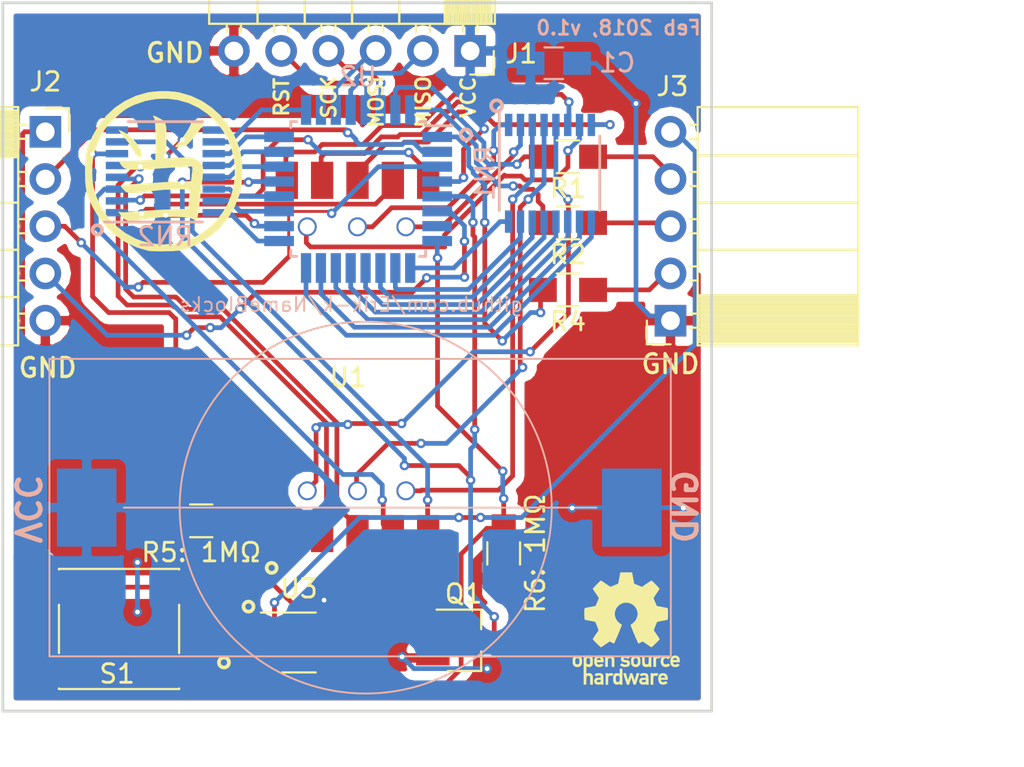
<source format=kicad_pcb>
(kicad_pcb (version 4) (host pcbnew 4.0.6)

  (general
    (links 69)
    (no_connects 0)
    (area 76.937799 41.987399 115.187801 80.237401)
    (thickness 1.6)
    (drawings 31)
    (tracks 540)
    (zones 0)
    (modules 19)
    (nets 50)
  )

  (page A4)
  (layers
    (0 F.Cu signal hide)
    (31 B.Cu signal hide)
    (32 B.Adhes user)
    (33 F.Adhes user)
    (34 B.Paste user)
    (35 F.Paste user)
    (36 B.SilkS user)
    (37 F.SilkS user)
    (38 B.Mask user)
    (39 F.Mask user)
    (40 Dwgs.User user)
    (41 Cmts.User user hide)
    (42 Eco1.User user)
    (43 Eco2.User user)
    (44 Edge.Cuts user)
    (45 Margin user)
    (46 B.CrtYd user)
    (47 F.CrtYd user)
    (48 B.Fab user hide)
    (49 F.Fab user hide)
  )

  (setup
    (last_trace_width 0.1524)
    (trace_clearance 0.1524)
    (zone_clearance 0.508)
    (zone_45_only no)
    (trace_min 0.1524)
    (segment_width 0.2)
    (edge_width 0.15)
    (via_size 0.508)
    (via_drill 0.254)
    (via_min_size 0.508)
    (via_min_drill 0.254)
    (uvia_size 0.3)
    (uvia_drill 0.1)
    (uvias_allowed no)
    (uvia_min_size 0.2)
    (uvia_min_drill 0.1)
    (pcb_text_width 0.3)
    (pcb_text_size 1.5 1.5)
    (mod_edge_width 0.15)
    (mod_text_size 1 1)
    (mod_text_width 0.15)
    (pad_size 1.524 1.524)
    (pad_drill 0.762)
    (pad_to_mask_clearance 0.2)
    (aux_axis_origin 77.0128 80.1624)
    (grid_origin 77.0128 80.1624)
    (visible_elements 7FFFFFFF)
    (pcbplotparams
      (layerselection 0x00030_80000001)
      (usegerberextensions false)
      (excludeedgelayer true)
      (linewidth 0.100000)
      (plotframeref false)
      (viasonmask false)
      (mode 1)
      (useauxorigin false)
      (hpglpennumber 1)
      (hpglpenspeed 20)
      (hpglpendiameter 15)
      (hpglpenoverlay 2)
      (psnegative false)
      (psa4output false)
      (plotreference true)
      (plotvalue true)
      (plotinvisibletext false)
      (padsonsilk false)
      (subtractmaskfromsilk false)
      (outputformat 1)
      (mirror false)
      (drillshape 1)
      (scaleselection 1)
      (outputdirectory ""))
  )

  (net 0 "")
  (net 1 VCC)
  (net 2 GND)
  (net 3 /MISO)
  (net 4 /MOSI)
  (net 5 /SCK)
  (net 6 /RST)
  (net 7 /Button)
  (net 8 "Net-(J3-Pad2)")
  (net 9 "Net-(J3-Pad3)")
  (net 10 "Net-(J3-Pad4)")
  (net 11 "Net-(Q1-Pad1)")
  (net 12 /uC_gnd)
  (net 13 /PowerOFF)
  (net 14 "Net-(RN1-Pad1)")
  (net 15 "Net-(RN1-Pad2)")
  (net 16 "Net-(RN1-Pad3)")
  (net 17 "Net-(RN1-Pad4)")
  (net 18 "Net-(RN1-Pad5)")
  (net 19 "Net-(RN1-Pad6)")
  (net 20 "Net-(RN1-Pad7)")
  (net 21 "Net-(RN1-Pad8)")
  (net 22 "Net-(RN1-Pad9)")
  (net 23 "Net-(RN1-Pad10)")
  (net 24 "Net-(RN1-Pad11)")
  (net 25 "Net-(RN1-Pad12)")
  (net 26 "Net-(RN1-Pad13)")
  (net 27 "Net-(RN1-Pad14)")
  (net 28 "Net-(RN1-Pad15)")
  (net 29 "Net-(RN1-Pad16)")
  (net 30 "Net-(RN2-Pad1)")
  (net 31 "Net-(RN2-Pad2)")
  (net 32 "Net-(RN2-Pad3)")
  (net 33 "Net-(RN2-Pad4)")
  (net 34 "Net-(RN2-Pad5)")
  (net 35 "Net-(RN2-Pad6)")
  (net 36 "Net-(RN2-Pad7)")
  (net 37 "Net-(RN2-Pad10)")
  (net 38 "Net-(RN2-Pad11)")
  (net 39 "Net-(RN2-Pad12)")
  (net 40 "Net-(RN2-Pad13)")
  (net 41 "Net-(RN2-Pad14)")
  (net 42 "Net-(RN2-Pad15)")
  (net 43 "Net-(RN2-Pad16)")
  (net 44 /Signal_In_C3)
  (net 45 /Signal_In_C4)
  (net 46 /Signal_In_C5)
  (net 47 /Signal_Out_C0)
  (net 48 /Signal_Out_C1)
  (net 49 /Signal_Out_C2)

  (net_class Default "This is the default net class."
    (clearance 0.1524)
    (trace_width 0.1524)
    (via_dia 0.508)
    (via_drill 0.254)
    (uvia_dia 0.3)
    (uvia_drill 0.1)
    (add_net /Signal_In_C4)
  )

  (net_class Power ""
    (clearance 0.1524)
    (trace_width 0.254)
    (via_dia 0.508)
    (via_drill 0.254)
    (uvia_dia 0.3)
    (uvia_drill 0.1)
    (add_net /Button)
    (add_net /MISO)
    (add_net /MOSI)
    (add_net /PowerOFF)
    (add_net /RST)
    (add_net /SCK)
    (add_net /Signal_In_C3)
    (add_net /Signal_In_C5)
    (add_net /Signal_Out_C0)
    (add_net /Signal_Out_C1)
    (add_net /Signal_Out_C2)
    (add_net /uC_gnd)
    (add_net GND)
    (add_net "Net-(J3-Pad2)")
    (add_net "Net-(J3-Pad3)")
    (add_net "Net-(J3-Pad4)")
    (add_net "Net-(Q1-Pad1)")
    (add_net "Net-(RN1-Pad1)")
    (add_net "Net-(RN1-Pad10)")
    (add_net "Net-(RN1-Pad11)")
    (add_net "Net-(RN1-Pad12)")
    (add_net "Net-(RN1-Pad13)")
    (add_net "Net-(RN1-Pad14)")
    (add_net "Net-(RN1-Pad15)")
    (add_net "Net-(RN1-Pad16)")
    (add_net "Net-(RN1-Pad2)")
    (add_net "Net-(RN1-Pad3)")
    (add_net "Net-(RN1-Pad4)")
    (add_net "Net-(RN1-Pad5)")
    (add_net "Net-(RN1-Pad6)")
    (add_net "Net-(RN1-Pad7)")
    (add_net "Net-(RN1-Pad8)")
    (add_net "Net-(RN1-Pad9)")
    (add_net "Net-(RN2-Pad1)")
    (add_net "Net-(RN2-Pad10)")
    (add_net "Net-(RN2-Pad11)")
    (add_net "Net-(RN2-Pad12)")
    (add_net "Net-(RN2-Pad13)")
    (add_net "Net-(RN2-Pad14)")
    (add_net "Net-(RN2-Pad15)")
    (add_net "Net-(RN2-Pad16)")
    (add_net "Net-(RN2-Pad2)")
    (add_net "Net-(RN2-Pad3)")
    (add_net "Net-(RN2-Pad4)")
    (add_net "Net-(RN2-Pad5)")
    (add_net "Net-(RN2-Pad6)")
    (add_net "Net-(RN2-Pad7)")
    (add_net VCC)
  )

  (module Buttons_Switches_SMD:SW_SPST_PTS645 locked (layer F.Cu) (tedit 5A6523B5) (tstamp 5A652380)
    (at 83.2612 75.7428 180)
    (descr "C&K Components SPST SMD PTS645 Series 6mm Tact Switch")
    (tags "SPST Button Switch")
    (path /5A6528B1)
    (attr smd)
    (fp_text reference S1 (at 0.1016 -2.413 180) (layer F.SilkS)
      (effects (font (size 1 1) (thickness 0.15)))
    )
    (fp_text value Button (at 0 4.15 180) (layer F.Fab)
      (effects (font (size 1 1) (thickness 0.15)))
    )
    (fp_text user %R (at 0 -4.05 180) (layer F.Fab)
      (effects (font (size 1 1) (thickness 0.15)))
    )
    (fp_line (start -3 -3) (end -3 3) (layer F.Fab) (width 0.1))
    (fp_line (start -3 3) (end 3 3) (layer F.Fab) (width 0.1))
    (fp_line (start 3 3) (end 3 -3) (layer F.Fab) (width 0.1))
    (fp_line (start 3 -3) (end -3 -3) (layer F.Fab) (width 0.1))
    (fp_line (start 5.05 3.4) (end 5.05 -3.4) (layer F.CrtYd) (width 0.05))
    (fp_line (start -5.05 -3.4) (end -5.05 3.4) (layer F.CrtYd) (width 0.05))
    (fp_line (start -5.05 3.4) (end 5.05 3.4) (layer F.CrtYd) (width 0.05))
    (fp_line (start -5.05 -3.4) (end 5.05 -3.4) (layer F.CrtYd) (width 0.05))
    (fp_line (start 3.23 -3.23) (end 3.23 -3.2) (layer F.SilkS) (width 0.12))
    (fp_line (start 3.23 3.23) (end 3.23 3.2) (layer F.SilkS) (width 0.12))
    (fp_line (start -3.23 3.23) (end -3.23 3.2) (layer F.SilkS) (width 0.12))
    (fp_line (start -3.23 -3.2) (end -3.23 -3.23) (layer F.SilkS) (width 0.12))
    (fp_line (start 3.23 -1.3) (end 3.23 1.3) (layer F.SilkS) (width 0.12))
    (fp_line (start -3.23 -3.23) (end 3.23 -3.23) (layer F.SilkS) (width 0.12))
    (fp_line (start -3.23 -1.3) (end -3.23 1.3) (layer F.SilkS) (width 0.12))
    (fp_line (start -3.23 3.23) (end 3.23 3.23) (layer F.SilkS) (width 0.12))
    (fp_circle (center 0 0) (end 1.75 -0.05) (layer F.Fab) (width 0.1))
    (pad 3 smd rect (at -3.98 2.25 180) (size 1.55 1.3) (layers F.Cu F.Paste F.Mask)
      (net 7 /Button))
    (pad 1 smd rect (at -3.98 -2.25 180) (size 1.55 1.3) (layers F.Cu F.Paste F.Mask)
      (net 2 GND))
    (pad 2 smd rect (at 3.98 -2.25 180) (size 1.55 1.3) (layers F.Cu F.Paste F.Mask)
      (net 2 GND))
    (pad 4 smd rect (at 3.98 2.25 180) (size 1.55 1.3) (layers F.Cu F.Paste F.Mask)
      (net 7 /Button))
    (model Buttons_Switches_SMD.3dshapes/SW_SPST_PTS645.wrl
      (at (xyz 0 0 0))
      (scale (xyz 1 1 1))
      (rotate (xyz 0 0 0))
    )
  )

  (module Socket_Strips:Socket_Strip_Angled_1x06_Pitch2.54mm locked (layer F.Cu) (tedit 588DE956) (tstamp 5A652313)
    (at 102.135129 44.6532 270)
    (descr "Through hole angled socket strip, 1x06, 2.54mm pitch, 8.51mm socket length, single row")
    (tags "Through hole angled socket strip THT 1x06 2.54mm single row")
    (path /5A5F2F1E)
    (fp_text reference J1 (at 0.1524 -2.7432 360) (layer F.SilkS)
      (effects (font (size 1 1) (thickness 0.15)))
    )
    (fp_text value CONN_01X06 (at -4.38 14.97 270) (layer F.Fab)
      (effects (font (size 1 1) (thickness 0.15)))
    )
    (fp_line (start -1.52 -1.27) (end -1.52 1.27) (layer F.Fab) (width 0.1))
    (fp_line (start -1.52 1.27) (end -10.03 1.27) (layer F.Fab) (width 0.1))
    (fp_line (start -10.03 1.27) (end -10.03 -1.27) (layer F.Fab) (width 0.1))
    (fp_line (start -10.03 -1.27) (end -1.52 -1.27) (layer F.Fab) (width 0.1))
    (fp_line (start 0 -0.32) (end 0 0.32) (layer F.Fab) (width 0.1))
    (fp_line (start 0 0.32) (end -1.52 0.32) (layer F.Fab) (width 0.1))
    (fp_line (start -1.52 0.32) (end -1.52 -0.32) (layer F.Fab) (width 0.1))
    (fp_line (start -1.52 -0.32) (end 0 -0.32) (layer F.Fab) (width 0.1))
    (fp_line (start -1.52 1.27) (end -1.52 3.81) (layer F.Fab) (width 0.1))
    (fp_line (start -1.52 3.81) (end -10.03 3.81) (layer F.Fab) (width 0.1))
    (fp_line (start -10.03 3.81) (end -10.03 1.27) (layer F.Fab) (width 0.1))
    (fp_line (start -10.03 1.27) (end -1.52 1.27) (layer F.Fab) (width 0.1))
    (fp_line (start 0 2.22) (end 0 2.86) (layer F.Fab) (width 0.1))
    (fp_line (start 0 2.86) (end -1.52 2.86) (layer F.Fab) (width 0.1))
    (fp_line (start -1.52 2.86) (end -1.52 2.22) (layer F.Fab) (width 0.1))
    (fp_line (start -1.52 2.22) (end 0 2.22) (layer F.Fab) (width 0.1))
    (fp_line (start -1.52 3.81) (end -1.52 6.35) (layer F.Fab) (width 0.1))
    (fp_line (start -1.52 6.35) (end -10.03 6.35) (layer F.Fab) (width 0.1))
    (fp_line (start -10.03 6.35) (end -10.03 3.81) (layer F.Fab) (width 0.1))
    (fp_line (start -10.03 3.81) (end -1.52 3.81) (layer F.Fab) (width 0.1))
    (fp_line (start 0 4.76) (end 0 5.4) (layer F.Fab) (width 0.1))
    (fp_line (start 0 5.4) (end -1.52 5.4) (layer F.Fab) (width 0.1))
    (fp_line (start -1.52 5.4) (end -1.52 4.76) (layer F.Fab) (width 0.1))
    (fp_line (start -1.52 4.76) (end 0 4.76) (layer F.Fab) (width 0.1))
    (fp_line (start -1.52 6.35) (end -1.52 8.89) (layer F.Fab) (width 0.1))
    (fp_line (start -1.52 8.89) (end -10.03 8.89) (layer F.Fab) (width 0.1))
    (fp_line (start -10.03 8.89) (end -10.03 6.35) (layer F.Fab) (width 0.1))
    (fp_line (start -10.03 6.35) (end -1.52 6.35) (layer F.Fab) (width 0.1))
    (fp_line (start 0 7.3) (end 0 7.94) (layer F.Fab) (width 0.1))
    (fp_line (start 0 7.94) (end -1.52 7.94) (layer F.Fab) (width 0.1))
    (fp_line (start -1.52 7.94) (end -1.52 7.3) (layer F.Fab) (width 0.1))
    (fp_line (start -1.52 7.3) (end 0 7.3) (layer F.Fab) (width 0.1))
    (fp_line (start -1.52 8.89) (end -1.52 11.43) (layer F.Fab) (width 0.1))
    (fp_line (start -1.52 11.43) (end -10.03 11.43) (layer F.Fab) (width 0.1))
    (fp_line (start -10.03 11.43) (end -10.03 8.89) (layer F.Fab) (width 0.1))
    (fp_line (start -10.03 8.89) (end -1.52 8.89) (layer F.Fab) (width 0.1))
    (fp_line (start 0 9.84) (end 0 10.48) (layer F.Fab) (width 0.1))
    (fp_line (start 0 10.48) (end -1.52 10.48) (layer F.Fab) (width 0.1))
    (fp_line (start -1.52 10.48) (end -1.52 9.84) (layer F.Fab) (width 0.1))
    (fp_line (start -1.52 9.84) (end 0 9.84) (layer F.Fab) (width 0.1))
    (fp_line (start -1.52 11.43) (end -1.52 13.97) (layer F.Fab) (width 0.1))
    (fp_line (start -1.52 13.97) (end -10.03 13.97) (layer F.Fab) (width 0.1))
    (fp_line (start -10.03 13.97) (end -10.03 11.43) (layer F.Fab) (width 0.1))
    (fp_line (start -10.03 11.43) (end -1.52 11.43) (layer F.Fab) (width 0.1))
    (fp_line (start 0 12.38) (end 0 13.02) (layer F.Fab) (width 0.1))
    (fp_line (start 0 13.02) (end -1.52 13.02) (layer F.Fab) (width 0.1))
    (fp_line (start -1.52 13.02) (end -1.52 12.38) (layer F.Fab) (width 0.1))
    (fp_line (start -1.52 12.38) (end 0 12.38) (layer F.Fab) (width 0.1))
    (fp_line (start -1.46 -1.33) (end -1.46 1.27) (layer F.SilkS) (width 0.12))
    (fp_line (start -1.46 1.27) (end -10.09 1.27) (layer F.SilkS) (width 0.12))
    (fp_line (start -10.09 1.27) (end -10.09 -1.33) (layer F.SilkS) (width 0.12))
    (fp_line (start -10.09 -1.33) (end -1.46 -1.33) (layer F.SilkS) (width 0.12))
    (fp_line (start -1.03 -0.38) (end -1.46 -0.38) (layer F.SilkS) (width 0.12))
    (fp_line (start -1.03 0.38) (end -1.46 0.38) (layer F.SilkS) (width 0.12))
    (fp_line (start -1.46 -1.15) (end -10.09 -1.15) (layer F.SilkS) (width 0.12))
    (fp_line (start -1.46 -1.03) (end -10.09 -1.03) (layer F.SilkS) (width 0.12))
    (fp_line (start -1.46 -0.91) (end -10.09 -0.91) (layer F.SilkS) (width 0.12))
    (fp_line (start -1.46 -0.79) (end -10.09 -0.79) (layer F.SilkS) (width 0.12))
    (fp_line (start -1.46 -0.67) (end -10.09 -0.67) (layer F.SilkS) (width 0.12))
    (fp_line (start -1.46 -0.55) (end -10.09 -0.55) (layer F.SilkS) (width 0.12))
    (fp_line (start -1.46 -0.43) (end -10.09 -0.43) (layer F.SilkS) (width 0.12))
    (fp_line (start -1.46 -0.31) (end -10.09 -0.31) (layer F.SilkS) (width 0.12))
    (fp_line (start -1.46 -0.19) (end -10.09 -0.19) (layer F.SilkS) (width 0.12))
    (fp_line (start -1.46 -0.07) (end -10.09 -0.07) (layer F.SilkS) (width 0.12))
    (fp_line (start -1.46 0.05) (end -10.09 0.05) (layer F.SilkS) (width 0.12))
    (fp_line (start -1.46 0.17) (end -10.09 0.17) (layer F.SilkS) (width 0.12))
    (fp_line (start -1.46 0.29) (end -10.09 0.29) (layer F.SilkS) (width 0.12))
    (fp_line (start -1.46 0.41) (end -10.09 0.41) (layer F.SilkS) (width 0.12))
    (fp_line (start -1.46 0.53) (end -10.09 0.53) (layer F.SilkS) (width 0.12))
    (fp_line (start -1.46 0.65) (end -10.09 0.65) (layer F.SilkS) (width 0.12))
    (fp_line (start -1.46 0.77) (end -10.09 0.77) (layer F.SilkS) (width 0.12))
    (fp_line (start -1.46 0.89) (end -10.09 0.89) (layer F.SilkS) (width 0.12))
    (fp_line (start -1.46 1.01) (end -10.09 1.01) (layer F.SilkS) (width 0.12))
    (fp_line (start -1.46 1.13) (end -10.09 1.13) (layer F.SilkS) (width 0.12))
    (fp_line (start -1.46 1.25) (end -10.09 1.25) (layer F.SilkS) (width 0.12))
    (fp_line (start -1.46 1.37) (end -10.09 1.37) (layer F.SilkS) (width 0.12))
    (fp_line (start -1.46 1.27) (end -1.46 3.81) (layer F.SilkS) (width 0.12))
    (fp_line (start -1.46 3.81) (end -10.09 3.81) (layer F.SilkS) (width 0.12))
    (fp_line (start -10.09 3.81) (end -10.09 1.27) (layer F.SilkS) (width 0.12))
    (fp_line (start -10.09 1.27) (end -1.46 1.27) (layer F.SilkS) (width 0.12))
    (fp_line (start -1.03 2.16) (end -1.46 2.16) (layer F.SilkS) (width 0.12))
    (fp_line (start -1.03 2.92) (end -1.46 2.92) (layer F.SilkS) (width 0.12))
    (fp_line (start -1.46 3.81) (end -1.46 6.35) (layer F.SilkS) (width 0.12))
    (fp_line (start -1.46 6.35) (end -10.09 6.35) (layer F.SilkS) (width 0.12))
    (fp_line (start -10.09 6.35) (end -10.09 3.81) (layer F.SilkS) (width 0.12))
    (fp_line (start -10.09 3.81) (end -1.46 3.81) (layer F.SilkS) (width 0.12))
    (fp_line (start -1.03 4.7) (end -1.46 4.7) (layer F.SilkS) (width 0.12))
    (fp_line (start -1.03 5.46) (end -1.46 5.46) (layer F.SilkS) (width 0.12))
    (fp_line (start -1.46 6.35) (end -1.46 8.89) (layer F.SilkS) (width 0.12))
    (fp_line (start -1.46 8.89) (end -10.09 8.89) (layer F.SilkS) (width 0.12))
    (fp_line (start -10.09 8.89) (end -10.09 6.35) (layer F.SilkS) (width 0.12))
    (fp_line (start -10.09 6.35) (end -1.46 6.35) (layer F.SilkS) (width 0.12))
    (fp_line (start -1.03 7.24) (end -1.46 7.24) (layer F.SilkS) (width 0.12))
    (fp_line (start -1.03 8) (end -1.46 8) (layer F.SilkS) (width 0.12))
    (fp_line (start -1.46 8.89) (end -1.46 11.43) (layer F.SilkS) (width 0.12))
    (fp_line (start -1.46 11.43) (end -10.09 11.43) (layer F.SilkS) (width 0.12))
    (fp_line (start -10.09 11.43) (end -10.09 8.89) (layer F.SilkS) (width 0.12))
    (fp_line (start -10.09 8.89) (end -1.46 8.89) (layer F.SilkS) (width 0.12))
    (fp_line (start -1.03 9.78) (end -1.46 9.78) (layer F.SilkS) (width 0.12))
    (fp_line (start -1.03 10.54) (end -1.46 10.54) (layer F.SilkS) (width 0.12))
    (fp_line (start -1.46 11.43) (end -1.46 14.03) (layer F.SilkS) (width 0.12))
    (fp_line (start -1.46 14.03) (end -10.09 14.03) (layer F.SilkS) (width 0.12))
    (fp_line (start -10.09 14.03) (end -10.09 11.43) (layer F.SilkS) (width 0.12))
    (fp_line (start -10.09 11.43) (end -1.46 11.43) (layer F.SilkS) (width 0.12))
    (fp_line (start -1.03 12.32) (end -1.46 12.32) (layer F.SilkS) (width 0.12))
    (fp_line (start -1.03 13.08) (end -1.46 13.08) (layer F.SilkS) (width 0.12))
    (fp_line (start 0 -1.27) (end 1.27 -1.27) (layer F.SilkS) (width 0.12))
    (fp_line (start 1.27 -1.27) (end 1.27 0) (layer F.SilkS) (width 0.12))
    (fp_line (start 1.55 -1.55) (end 1.55 14.25) (layer F.CrtYd) (width 0.05))
    (fp_line (start 1.55 14.25) (end -10.3 14.25) (layer F.CrtYd) (width 0.05))
    (fp_line (start -10.3 14.25) (end -10.3 -1.55) (layer F.CrtYd) (width 0.05))
    (fp_line (start -10.3 -1.55) (end 1.55 -1.55) (layer F.CrtYd) (width 0.05))
    (pad 1 thru_hole rect (at 0 0 270) (size 1.7 1.7) (drill 1) (layers *.Cu *.Mask)
      (net 1 VCC))
    (pad 2 thru_hole oval (at 0 2.54 270) (size 1.7 1.7) (drill 1) (layers *.Cu *.Mask)
      (net 3 /MISO))
    (pad 3 thru_hole oval (at 0 5.08 270) (size 1.7 1.7) (drill 1) (layers *.Cu *.Mask)
      (net 4 /MOSI))
    (pad 4 thru_hole oval (at 0 7.62 270) (size 1.7 1.7) (drill 1) (layers *.Cu *.Mask)
      (net 5 /SCK))
    (pad 5 thru_hole oval (at 0 10.16 270) (size 1.7 1.7) (drill 1) (layers *.Cu *.Mask)
      (net 6 /RST))
    (pad 6 thru_hole oval (at 0 12.7 270) (size 1.7 1.7) (drill 1) (layers *.Cu *.Mask)
      (net 2 GND))
    (model Socket_Strips.3dshapes/Socket_Strip_Angled_1x06_Pitch2.54mm.wrl
      (at (xyz 0 -0.25 0))
      (scale (xyz 1 1 1))
      (rotate (xyz 0 0 270))
    )
  )

  (module Socket_Strips:Socket_Strip_Angled_1x05_Pitch2.54mm locked (layer F.Cu) (tedit 588DE956) (tstamp 5A65231C)
    (at 79.2988 49)
    (descr "Through hole angled socket strip, 1x05, 2.54mm pitch, 8.51mm socket length, single row")
    (tags "Through hole angled socket strip THT 1x05 2.54mm single row")
    (path /5A3AEDE1)
    (fp_text reference J2 (at 0 -2.6924) (layer F.SilkS)
      (effects (font (size 1 1) (thickness 0.15)))
    )
    (fp_text value CONN_01X05 (at -4.2926 13.4366) (layer F.Fab)
      (effects (font (size 1 1) (thickness 0.15)))
    )
    (fp_line (start -1.52 -1.27) (end -1.52 1.27) (layer F.Fab) (width 0.1))
    (fp_line (start -1.52 1.27) (end -10.03 1.27) (layer F.Fab) (width 0.1))
    (fp_line (start -10.03 1.27) (end -10.03 -1.27) (layer F.Fab) (width 0.1))
    (fp_line (start -10.03 -1.27) (end -1.52 -1.27) (layer F.Fab) (width 0.1))
    (fp_line (start 0 -0.32) (end 0 0.32) (layer F.Fab) (width 0.1))
    (fp_line (start 0 0.32) (end -1.52 0.32) (layer F.Fab) (width 0.1))
    (fp_line (start -1.52 0.32) (end -1.52 -0.32) (layer F.Fab) (width 0.1))
    (fp_line (start -1.52 -0.32) (end 0 -0.32) (layer F.Fab) (width 0.1))
    (fp_line (start -1.52 1.27) (end -1.52 3.81) (layer F.Fab) (width 0.1))
    (fp_line (start -1.52 3.81) (end -10.03 3.81) (layer F.Fab) (width 0.1))
    (fp_line (start -10.03 3.81) (end -10.03 1.27) (layer F.Fab) (width 0.1))
    (fp_line (start -10.03 1.27) (end -1.52 1.27) (layer F.Fab) (width 0.1))
    (fp_line (start 0 2.22) (end 0 2.86) (layer F.Fab) (width 0.1))
    (fp_line (start 0 2.86) (end -1.52 2.86) (layer F.Fab) (width 0.1))
    (fp_line (start -1.52 2.86) (end -1.52 2.22) (layer F.Fab) (width 0.1))
    (fp_line (start -1.52 2.22) (end 0 2.22) (layer F.Fab) (width 0.1))
    (fp_line (start -1.52 3.81) (end -1.52 6.35) (layer F.Fab) (width 0.1))
    (fp_line (start -1.52 6.35) (end -10.03 6.35) (layer F.Fab) (width 0.1))
    (fp_line (start -10.03 6.35) (end -10.03 3.81) (layer F.Fab) (width 0.1))
    (fp_line (start -10.03 3.81) (end -1.52 3.81) (layer F.Fab) (width 0.1))
    (fp_line (start 0 4.76) (end 0 5.4) (layer F.Fab) (width 0.1))
    (fp_line (start 0 5.4) (end -1.52 5.4) (layer F.Fab) (width 0.1))
    (fp_line (start -1.52 5.4) (end -1.52 4.76) (layer F.Fab) (width 0.1))
    (fp_line (start -1.52 4.76) (end 0 4.76) (layer F.Fab) (width 0.1))
    (fp_line (start -1.52 6.35) (end -1.52 8.89) (layer F.Fab) (width 0.1))
    (fp_line (start -1.52 8.89) (end -10.03 8.89) (layer F.Fab) (width 0.1))
    (fp_line (start -10.03 8.89) (end -10.03 6.35) (layer F.Fab) (width 0.1))
    (fp_line (start -10.03 6.35) (end -1.52 6.35) (layer F.Fab) (width 0.1))
    (fp_line (start 0 7.3) (end 0 7.94) (layer F.Fab) (width 0.1))
    (fp_line (start 0 7.94) (end -1.52 7.94) (layer F.Fab) (width 0.1))
    (fp_line (start -1.52 7.94) (end -1.52 7.3) (layer F.Fab) (width 0.1))
    (fp_line (start -1.52 7.3) (end 0 7.3) (layer F.Fab) (width 0.1))
    (fp_line (start -1.52 8.89) (end -1.52 11.43) (layer F.Fab) (width 0.1))
    (fp_line (start -1.52 11.43) (end -10.03 11.43) (layer F.Fab) (width 0.1))
    (fp_line (start -10.03 11.43) (end -10.03 8.89) (layer F.Fab) (width 0.1))
    (fp_line (start -10.03 8.89) (end -1.52 8.89) (layer F.Fab) (width 0.1))
    (fp_line (start 0 9.84) (end 0 10.48) (layer F.Fab) (width 0.1))
    (fp_line (start 0 10.48) (end -1.52 10.48) (layer F.Fab) (width 0.1))
    (fp_line (start -1.52 10.48) (end -1.52 9.84) (layer F.Fab) (width 0.1))
    (fp_line (start -1.52 9.84) (end 0 9.84) (layer F.Fab) (width 0.1))
    (fp_line (start -1.46 -1.33) (end -1.46 1.27) (layer F.SilkS) (width 0.12))
    (fp_line (start -1.46 1.27) (end -10.09 1.27) (layer F.SilkS) (width 0.12))
    (fp_line (start -10.09 1.27) (end -10.09 -1.33) (layer F.SilkS) (width 0.12))
    (fp_line (start -10.09 -1.33) (end -1.46 -1.33) (layer F.SilkS) (width 0.12))
    (fp_line (start -1.03 -0.38) (end -1.46 -0.38) (layer F.SilkS) (width 0.12))
    (fp_line (start -1.03 0.38) (end -1.46 0.38) (layer F.SilkS) (width 0.12))
    (fp_line (start -1.46 -1.15) (end -10.09 -1.15) (layer F.SilkS) (width 0.12))
    (fp_line (start -1.46 -1.03) (end -10.09 -1.03) (layer F.SilkS) (width 0.12))
    (fp_line (start -1.46 -0.91) (end -10.09 -0.91) (layer F.SilkS) (width 0.12))
    (fp_line (start -1.46 -0.79) (end -10.09 -0.79) (layer F.SilkS) (width 0.12))
    (fp_line (start -1.46 -0.67) (end -10.09 -0.67) (layer F.SilkS) (width 0.12))
    (fp_line (start -1.46 -0.55) (end -10.09 -0.55) (layer F.SilkS) (width 0.12))
    (fp_line (start -1.46 -0.43) (end -10.09 -0.43) (layer F.SilkS) (width 0.12))
    (fp_line (start -1.46 -0.31) (end -10.09 -0.31) (layer F.SilkS) (width 0.12))
    (fp_line (start -1.46 -0.19) (end -10.09 -0.19) (layer F.SilkS) (width 0.12))
    (fp_line (start -1.46 -0.07) (end -10.09 -0.07) (layer F.SilkS) (width 0.12))
    (fp_line (start -1.46 0.05) (end -10.09 0.05) (layer F.SilkS) (width 0.12))
    (fp_line (start -1.46 0.17) (end -10.09 0.17) (layer F.SilkS) (width 0.12))
    (fp_line (start -1.46 0.29) (end -10.09 0.29) (layer F.SilkS) (width 0.12))
    (fp_line (start -1.46 0.41) (end -10.09 0.41) (layer F.SilkS) (width 0.12))
    (fp_line (start -1.46 0.53) (end -10.09 0.53) (layer F.SilkS) (width 0.12))
    (fp_line (start -1.46 0.65) (end -10.09 0.65) (layer F.SilkS) (width 0.12))
    (fp_line (start -1.46 0.77) (end -10.09 0.77) (layer F.SilkS) (width 0.12))
    (fp_line (start -1.46 0.89) (end -10.09 0.89) (layer F.SilkS) (width 0.12))
    (fp_line (start -1.46 1.01) (end -10.09 1.01) (layer F.SilkS) (width 0.12))
    (fp_line (start -1.46 1.13) (end -10.09 1.13) (layer F.SilkS) (width 0.12))
    (fp_line (start -1.46 1.25) (end -10.09 1.25) (layer F.SilkS) (width 0.12))
    (fp_line (start -1.46 1.37) (end -10.09 1.37) (layer F.SilkS) (width 0.12))
    (fp_line (start -1.46 1.27) (end -1.46 3.81) (layer F.SilkS) (width 0.12))
    (fp_line (start -1.46 3.81) (end -10.09 3.81) (layer F.SilkS) (width 0.12))
    (fp_line (start -10.09 3.81) (end -10.09 1.27) (layer F.SilkS) (width 0.12))
    (fp_line (start -10.09 1.27) (end -1.46 1.27) (layer F.SilkS) (width 0.12))
    (fp_line (start -1.03 2.16) (end -1.46 2.16) (layer F.SilkS) (width 0.12))
    (fp_line (start -1.03 2.92) (end -1.46 2.92) (layer F.SilkS) (width 0.12))
    (fp_line (start -1.46 3.81) (end -1.46 6.35) (layer F.SilkS) (width 0.12))
    (fp_line (start -1.46 6.35) (end -10.09 6.35) (layer F.SilkS) (width 0.12))
    (fp_line (start -10.09 6.35) (end -10.09 3.81) (layer F.SilkS) (width 0.12))
    (fp_line (start -10.09 3.81) (end -1.46 3.81) (layer F.SilkS) (width 0.12))
    (fp_line (start -1.03 4.7) (end -1.46 4.7) (layer F.SilkS) (width 0.12))
    (fp_line (start -1.03 5.46) (end -1.46 5.46) (layer F.SilkS) (width 0.12))
    (fp_line (start -1.46 6.35) (end -1.46 8.89) (layer F.SilkS) (width 0.12))
    (fp_line (start -1.46 8.89) (end -10.09 8.89) (layer F.SilkS) (width 0.12))
    (fp_line (start -10.09 8.89) (end -10.09 6.35) (layer F.SilkS) (width 0.12))
    (fp_line (start -10.09 6.35) (end -1.46 6.35) (layer F.SilkS) (width 0.12))
    (fp_line (start -1.03 7.24) (end -1.46 7.24) (layer F.SilkS) (width 0.12))
    (fp_line (start -1.03 8) (end -1.46 8) (layer F.SilkS) (width 0.12))
    (fp_line (start -1.46 8.89) (end -1.46 11.49) (layer F.SilkS) (width 0.12))
    (fp_line (start -1.46 11.49) (end -10.09 11.49) (layer F.SilkS) (width 0.12))
    (fp_line (start -10.09 11.49) (end -10.09 8.89) (layer F.SilkS) (width 0.12))
    (fp_line (start -10.09 8.89) (end -1.46 8.89) (layer F.SilkS) (width 0.12))
    (fp_line (start -1.03 9.78) (end -1.46 9.78) (layer F.SilkS) (width 0.12))
    (fp_line (start -1.03 10.54) (end -1.46 10.54) (layer F.SilkS) (width 0.12))
    (fp_line (start 0 -1.27) (end 1.27 -1.27) (layer F.SilkS) (width 0.12))
    (fp_line (start 1.27 -1.27) (end 1.27 0) (layer F.SilkS) (width 0.12))
    (fp_line (start 1.55 -1.55) (end 1.55 11.7) (layer F.CrtYd) (width 0.05))
    (fp_line (start 1.55 11.7) (end -10.3 11.7) (layer F.CrtYd) (width 0.05))
    (fp_line (start -10.3 11.7) (end -10.3 -1.55) (layer F.CrtYd) (width 0.05))
    (fp_line (start -10.3 -1.55) (end 1.55 -1.55) (layer F.CrtYd) (width 0.05))
    (pad 1 thru_hole rect (at 0 0) (size 1.7 1.7) (drill 1) (layers *.Cu *.Mask)
      (net 7 /Button))
    (pad 2 thru_hole oval (at 0 2.54) (size 1.7 1.7) (drill 1) (layers *.Cu *.Mask)
      (net 44 /Signal_In_C3))
    (pad 3 thru_hole oval (at 0 5.08) (size 1.7 1.7) (drill 1) (layers *.Cu *.Mask)
      (net 45 /Signal_In_C4))
    (pad 4 thru_hole oval (at 0 7.62) (size 1.7 1.7) (drill 1) (layers *.Cu *.Mask)
      (net 46 /Signal_In_C5))
    (pad 5 thru_hole oval (at 0 10.16) (size 1.7 1.7) (drill 1) (layers *.Cu *.Mask)
      (net 2 GND))
    (model Socket_Strips.3dshapes/Socket_Strip_Angled_1x05_Pitch2.54mm.wrl
      (at (xyz 0 -0.2 0))
      (scale (xyz 1 1 1))
      (rotate (xyz 0 0 270))
    )
  )

  (module Socket_Strips:Socket_Strip_Angled_1x05_Pitch2.54mm locked (layer F.Cu) (tedit 588DE956) (tstamp 5A652325)
    (at 112.903 59.16 180)
    (descr "Through hole angled socket strip, 1x05, 2.54mm pitch, 8.51mm socket length, single row")
    (tags "Through hole angled socket strip THT 1x05 2.54mm single row")
    (path /5A3AF170)
    (fp_text reference J3 (at -0.1016 12.5984 180) (layer F.SilkS)
      (effects (font (size 1 1) (thickness 0.15)))
    )
    (fp_text value CONN_01X05 (at -4.38 12.43 180) (layer F.Fab)
      (effects (font (size 1 1) (thickness 0.15)))
    )
    (fp_line (start -1.52 -1.27) (end -1.52 1.27) (layer F.Fab) (width 0.1))
    (fp_line (start -1.52 1.27) (end -10.03 1.27) (layer F.Fab) (width 0.1))
    (fp_line (start -10.03 1.27) (end -10.03 -1.27) (layer F.Fab) (width 0.1))
    (fp_line (start -10.03 -1.27) (end -1.52 -1.27) (layer F.Fab) (width 0.1))
    (fp_line (start 0 -0.32) (end 0 0.32) (layer F.Fab) (width 0.1))
    (fp_line (start 0 0.32) (end -1.52 0.32) (layer F.Fab) (width 0.1))
    (fp_line (start -1.52 0.32) (end -1.52 -0.32) (layer F.Fab) (width 0.1))
    (fp_line (start -1.52 -0.32) (end 0 -0.32) (layer F.Fab) (width 0.1))
    (fp_line (start -1.52 1.27) (end -1.52 3.81) (layer F.Fab) (width 0.1))
    (fp_line (start -1.52 3.81) (end -10.03 3.81) (layer F.Fab) (width 0.1))
    (fp_line (start -10.03 3.81) (end -10.03 1.27) (layer F.Fab) (width 0.1))
    (fp_line (start -10.03 1.27) (end -1.52 1.27) (layer F.Fab) (width 0.1))
    (fp_line (start 0 2.22) (end 0 2.86) (layer F.Fab) (width 0.1))
    (fp_line (start 0 2.86) (end -1.52 2.86) (layer F.Fab) (width 0.1))
    (fp_line (start -1.52 2.86) (end -1.52 2.22) (layer F.Fab) (width 0.1))
    (fp_line (start -1.52 2.22) (end 0 2.22) (layer F.Fab) (width 0.1))
    (fp_line (start -1.52 3.81) (end -1.52 6.35) (layer F.Fab) (width 0.1))
    (fp_line (start -1.52 6.35) (end -10.03 6.35) (layer F.Fab) (width 0.1))
    (fp_line (start -10.03 6.35) (end -10.03 3.81) (layer F.Fab) (width 0.1))
    (fp_line (start -10.03 3.81) (end -1.52 3.81) (layer F.Fab) (width 0.1))
    (fp_line (start 0 4.76) (end 0 5.4) (layer F.Fab) (width 0.1))
    (fp_line (start 0 5.4) (end -1.52 5.4) (layer F.Fab) (width 0.1))
    (fp_line (start -1.52 5.4) (end -1.52 4.76) (layer F.Fab) (width 0.1))
    (fp_line (start -1.52 4.76) (end 0 4.76) (layer F.Fab) (width 0.1))
    (fp_line (start -1.52 6.35) (end -1.52 8.89) (layer F.Fab) (width 0.1))
    (fp_line (start -1.52 8.89) (end -10.03 8.89) (layer F.Fab) (width 0.1))
    (fp_line (start -10.03 8.89) (end -10.03 6.35) (layer F.Fab) (width 0.1))
    (fp_line (start -10.03 6.35) (end -1.52 6.35) (layer F.Fab) (width 0.1))
    (fp_line (start 0 7.3) (end 0 7.94) (layer F.Fab) (width 0.1))
    (fp_line (start 0 7.94) (end -1.52 7.94) (layer F.Fab) (width 0.1))
    (fp_line (start -1.52 7.94) (end -1.52 7.3) (layer F.Fab) (width 0.1))
    (fp_line (start -1.52 7.3) (end 0 7.3) (layer F.Fab) (width 0.1))
    (fp_line (start -1.52 8.89) (end -1.52 11.43) (layer F.Fab) (width 0.1))
    (fp_line (start -1.52 11.43) (end -10.03 11.43) (layer F.Fab) (width 0.1))
    (fp_line (start -10.03 11.43) (end -10.03 8.89) (layer F.Fab) (width 0.1))
    (fp_line (start -10.03 8.89) (end -1.52 8.89) (layer F.Fab) (width 0.1))
    (fp_line (start 0 9.84) (end 0 10.48) (layer F.Fab) (width 0.1))
    (fp_line (start 0 10.48) (end -1.52 10.48) (layer F.Fab) (width 0.1))
    (fp_line (start -1.52 10.48) (end -1.52 9.84) (layer F.Fab) (width 0.1))
    (fp_line (start -1.52 9.84) (end 0 9.84) (layer F.Fab) (width 0.1))
    (fp_line (start -1.46 -1.33) (end -1.46 1.27) (layer F.SilkS) (width 0.12))
    (fp_line (start -1.46 1.27) (end -10.09 1.27) (layer F.SilkS) (width 0.12))
    (fp_line (start -10.09 1.27) (end -10.09 -1.33) (layer F.SilkS) (width 0.12))
    (fp_line (start -10.09 -1.33) (end -1.46 -1.33) (layer F.SilkS) (width 0.12))
    (fp_line (start -1.03 -0.38) (end -1.46 -0.38) (layer F.SilkS) (width 0.12))
    (fp_line (start -1.03 0.38) (end -1.46 0.38) (layer F.SilkS) (width 0.12))
    (fp_line (start -1.46 -1.15) (end -10.09 -1.15) (layer F.SilkS) (width 0.12))
    (fp_line (start -1.46 -1.03) (end -10.09 -1.03) (layer F.SilkS) (width 0.12))
    (fp_line (start -1.46 -0.91) (end -10.09 -0.91) (layer F.SilkS) (width 0.12))
    (fp_line (start -1.46 -0.79) (end -10.09 -0.79) (layer F.SilkS) (width 0.12))
    (fp_line (start -1.46 -0.67) (end -10.09 -0.67) (layer F.SilkS) (width 0.12))
    (fp_line (start -1.46 -0.55) (end -10.09 -0.55) (layer F.SilkS) (width 0.12))
    (fp_line (start -1.46 -0.43) (end -10.09 -0.43) (layer F.SilkS) (width 0.12))
    (fp_line (start -1.46 -0.31) (end -10.09 -0.31) (layer F.SilkS) (width 0.12))
    (fp_line (start -1.46 -0.19) (end -10.09 -0.19) (layer F.SilkS) (width 0.12))
    (fp_line (start -1.46 -0.07) (end -10.09 -0.07) (layer F.SilkS) (width 0.12))
    (fp_line (start -1.46 0.05) (end -10.09 0.05) (layer F.SilkS) (width 0.12))
    (fp_line (start -1.46 0.17) (end -10.09 0.17) (layer F.SilkS) (width 0.12))
    (fp_line (start -1.46 0.29) (end -10.09 0.29) (layer F.SilkS) (width 0.12))
    (fp_line (start -1.46 0.41) (end -10.09 0.41) (layer F.SilkS) (width 0.12))
    (fp_line (start -1.46 0.53) (end -10.09 0.53) (layer F.SilkS) (width 0.12))
    (fp_line (start -1.46 0.65) (end -10.09 0.65) (layer F.SilkS) (width 0.12))
    (fp_line (start -1.46 0.77) (end -10.09 0.77) (layer F.SilkS) (width 0.12))
    (fp_line (start -1.46 0.89) (end -10.09 0.89) (layer F.SilkS) (width 0.12))
    (fp_line (start -1.46 1.01) (end -10.09 1.01) (layer F.SilkS) (width 0.12))
    (fp_line (start -1.46 1.13) (end -10.09 1.13) (layer F.SilkS) (width 0.12))
    (fp_line (start -1.46 1.25) (end -10.09 1.25) (layer F.SilkS) (width 0.12))
    (fp_line (start -1.46 1.37) (end -10.09 1.37) (layer F.SilkS) (width 0.12))
    (fp_line (start -1.46 1.27) (end -1.46 3.81) (layer F.SilkS) (width 0.12))
    (fp_line (start -1.46 3.81) (end -10.09 3.81) (layer F.SilkS) (width 0.12))
    (fp_line (start -10.09 3.81) (end -10.09 1.27) (layer F.SilkS) (width 0.12))
    (fp_line (start -10.09 1.27) (end -1.46 1.27) (layer F.SilkS) (width 0.12))
    (fp_line (start -1.03 2.16) (end -1.46 2.16) (layer F.SilkS) (width 0.12))
    (fp_line (start -1.03 2.92) (end -1.46 2.92) (layer F.SilkS) (width 0.12))
    (fp_line (start -1.46 3.81) (end -1.46 6.35) (layer F.SilkS) (width 0.12))
    (fp_line (start -1.46 6.35) (end -10.09 6.35) (layer F.SilkS) (width 0.12))
    (fp_line (start -10.09 6.35) (end -10.09 3.81) (layer F.SilkS) (width 0.12))
    (fp_line (start -10.09 3.81) (end -1.46 3.81) (layer F.SilkS) (width 0.12))
    (fp_line (start -1.03 4.7) (end -1.46 4.7) (layer F.SilkS) (width 0.12))
    (fp_line (start -1.03 5.46) (end -1.46 5.46) (layer F.SilkS) (width 0.12))
    (fp_line (start -1.46 6.35) (end -1.46 8.89) (layer F.SilkS) (width 0.12))
    (fp_line (start -1.46 8.89) (end -10.09 8.89) (layer F.SilkS) (width 0.12))
    (fp_line (start -10.09 8.89) (end -10.09 6.35) (layer F.SilkS) (width 0.12))
    (fp_line (start -10.09 6.35) (end -1.46 6.35) (layer F.SilkS) (width 0.12))
    (fp_line (start -1.03 7.24) (end -1.46 7.24) (layer F.SilkS) (width 0.12))
    (fp_line (start -1.03 8) (end -1.46 8) (layer F.SilkS) (width 0.12))
    (fp_line (start -1.46 8.89) (end -1.46 11.49) (layer F.SilkS) (width 0.12))
    (fp_line (start -1.46 11.49) (end -10.09 11.49) (layer F.SilkS) (width 0.12))
    (fp_line (start -10.09 11.49) (end -10.09 8.89) (layer F.SilkS) (width 0.12))
    (fp_line (start -10.09 8.89) (end -1.46 8.89) (layer F.SilkS) (width 0.12))
    (fp_line (start -1.03 9.78) (end -1.46 9.78) (layer F.SilkS) (width 0.12))
    (fp_line (start -1.03 10.54) (end -1.46 10.54) (layer F.SilkS) (width 0.12))
    (fp_line (start 0 -1.27) (end 1.27 -1.27) (layer F.SilkS) (width 0.12))
    (fp_line (start 1.27 -1.27) (end 1.27 0) (layer F.SilkS) (width 0.12))
    (fp_line (start 1.55 -1.55) (end 1.55 11.7) (layer F.CrtYd) (width 0.05))
    (fp_line (start 1.55 11.7) (end -10.3 11.7) (layer F.CrtYd) (width 0.05))
    (fp_line (start -10.3 11.7) (end -10.3 -1.55) (layer F.CrtYd) (width 0.05))
    (fp_line (start -10.3 -1.55) (end 1.55 -1.55) (layer F.CrtYd) (width 0.05))
    (pad 1 thru_hole rect (at 0 0 180) (size 1.7 1.7) (drill 1) (layers *.Cu *.Mask)
      (net 2 GND))
    (pad 2 thru_hole oval (at 0 2.54 180) (size 1.7 1.7) (drill 1) (layers *.Cu *.Mask)
      (net 8 "Net-(J3-Pad2)"))
    (pad 3 thru_hole oval (at 0 5.08 180) (size 1.7 1.7) (drill 1) (layers *.Cu *.Mask)
      (net 9 "Net-(J3-Pad3)"))
    (pad 4 thru_hole oval (at 0 7.62 180) (size 1.7 1.7) (drill 1) (layers *.Cu *.Mask)
      (net 10 "Net-(J3-Pad4)"))
    (pad 5 thru_hole oval (at 0 10.16 180) (size 1.7 1.7) (drill 1) (layers *.Cu *.Mask)
      (net 7 /Button))
    (model Socket_Strips.3dshapes/Socket_Strip_Angled_1x05_Pitch2.54mm.wrl
      (at (xyz 0 -0.2 0))
      (scale (xyz 1 1 1))
      (rotate (xyz 0 0 270))
    )
  )

  (module TO_SOT_Packages_SMD:SC-59_Handsoldering (layer F.Cu) (tedit 58A975C6) (tstamp 5A65232C)
    (at 101.7778 76.3524)
    (descr "SC-59, hand-soldering varaint, https://lib.chipdip.ru/images/import_diod/original/SOT-23_SC-59.jpg")
    (tags "SC-59 hand-soldering")
    (path /5A6037F5)
    (attr smd)
    (fp_text reference Q1 (at 0 -2.5) (layer F.SilkS)
      (effects (font (size 1 1) (thickness 0.15)))
    )
    (fp_text value Q_NMOS_GSD (at 0 2.5) (layer F.Fab)
      (effects (font (size 1 1) (thickness 0.15)))
    )
    (fp_text user %R (at 0 -2.5) (layer F.Fab)
      (effects (font (size 1 1) (thickness 0.15)))
    )
    (fp_line (start -0.85 1.55) (end -0.85 -1) (layer F.Fab) (width 0.1))
    (fp_line (start -1.45 -1.65) (end 0.95 -1.65) (layer F.SilkS) (width 0.12))
    (fp_line (start 0.95 -1.65) (end 0.95 -0.6) (layer F.SilkS) (width 0.12))
    (fp_line (start -0.85 1.65) (end 0.95 1.65) (layer F.SilkS) (width 0.12))
    (fp_line (start 0.95 1.65) (end 0.95 0.6) (layer F.SilkS) (width 0.12))
    (fp_line (start -0.85 1.55) (end 0.85 1.55) (layer F.Fab) (width 0.1))
    (fp_line (start -0.3 -1.55) (end -0.85 -1) (layer F.Fab) (width 0.1))
    (fp_line (start -0.3 -1.55) (end 0.85 -1.55) (layer F.Fab) (width 0.1))
    (fp_line (start 0.85 -1.52) (end 0.85 1.52) (layer F.Fab) (width 0.1))
    (fp_line (start -2.8 -1.8) (end 2.8 -1.8) (layer F.CrtYd) (width 0.05))
    (fp_line (start -2.8 -1.8) (end -2.8 1.8) (layer F.CrtYd) (width 0.05))
    (fp_line (start 2.8 1.8) (end 2.8 -1.8) (layer F.CrtYd) (width 0.05))
    (fp_line (start 2.8 1.8) (end -2.8 1.8) (layer F.CrtYd) (width 0.05))
    (pad 1 smd rect (at -1.65 -0.95) (size 1.8 0.8) (layers F.Cu F.Paste F.Mask)
      (net 11 "Net-(Q1-Pad1)"))
    (pad 2 smd rect (at -1.65 0.95) (size 1.8 0.8) (layers F.Cu F.Paste F.Mask)
      (net 2 GND))
    (pad 3 smd rect (at 1.65 0) (size 1.8 0.8) (layers F.Cu F.Paste F.Mask)
      (net 12 /uC_gnd))
    (model TO_SOT_Packages_SMD.3dshapes\SC-59_Handsoldering.wrl
      (at (xyz 0 0 0))
      (scale (xyz 1 1 1))
      (rotate (xyz 0 0 90))
    )
  )

  (module Housings_SSOP:SSOP-16_3.9x4.9mm_Pitch0.635mm (layer B.Cu) (tedit 54130A77) (tstamp 5A652364)
    (at 106.426 51.2318 270)
    (descr "SSOP16: plastic shrink small outline package; 16 leads; body width 3.9 mm; lead pitch 0.635; (see NXP SSOP-TSSOP-VSO-REFLOW.pdf and sot519-1_po.pdf)")
    (tags "SSOP 0.635")
    (path /5A383588)
    (attr smd)
    (fp_text reference RN1 (at 0 3.5 270) (layer B.SilkS)
      (effects (font (size 1 1) (thickness 0.15)) (justify mirror))
    )
    (fp_text value 180 (at 0 -3.5 270) (layer B.Fab)
      (effects (font (size 1 1) (thickness 0.15)) (justify mirror))
    )
    (fp_line (start -0.95 2.45) (end 1.95 2.45) (layer B.Fab) (width 0.15))
    (fp_line (start 1.95 2.45) (end 1.95 -2.45) (layer B.Fab) (width 0.15))
    (fp_line (start 1.95 -2.45) (end -1.95 -2.45) (layer B.Fab) (width 0.15))
    (fp_line (start -1.95 -2.45) (end -1.95 1.45) (layer B.Fab) (width 0.15))
    (fp_line (start -1.95 1.45) (end -0.95 2.45) (layer B.Fab) (width 0.15))
    (fp_line (start -3.45 2.85) (end -3.45 -2.8) (layer B.CrtYd) (width 0.05))
    (fp_line (start 3.45 2.85) (end 3.45 -2.8) (layer B.CrtYd) (width 0.05))
    (fp_line (start -3.45 2.85) (end 3.45 2.85) (layer B.CrtYd) (width 0.05))
    (fp_line (start -3.45 -2.8) (end 3.45 -2.8) (layer B.CrtYd) (width 0.05))
    (fp_line (start -2 -2.675) (end 2 -2.675) (layer B.SilkS) (width 0.15))
    (fp_line (start -3.275 2.725) (end 2 2.725) (layer B.SilkS) (width 0.15))
    (pad 1 smd rect (at -2.6 2.2225 270) (size 1.2 0.4) (layers B.Cu B.Paste B.Mask)
      (net 14 "Net-(RN1-Pad1)"))
    (pad 2 smd rect (at -2.6 1.5875 270) (size 1.2 0.4) (layers B.Cu B.Paste B.Mask)
      (net 15 "Net-(RN1-Pad2)"))
    (pad 3 smd rect (at -2.6 0.9525 270) (size 1.2 0.4) (layers B.Cu B.Paste B.Mask)
      (net 16 "Net-(RN1-Pad3)"))
    (pad 4 smd rect (at -2.6 0.3175 270) (size 1.2 0.4) (layers B.Cu B.Paste B.Mask)
      (net 17 "Net-(RN1-Pad4)"))
    (pad 5 smd rect (at -2.6 -0.3175 270) (size 1.2 0.4) (layers B.Cu B.Paste B.Mask)
      (net 18 "Net-(RN1-Pad5)"))
    (pad 6 smd rect (at -2.6 -0.9525 270) (size 1.2 0.4) (layers B.Cu B.Paste B.Mask)
      (net 19 "Net-(RN1-Pad6)"))
    (pad 7 smd rect (at -2.6 -1.5875 270) (size 1.2 0.4) (layers B.Cu B.Paste B.Mask)
      (net 20 "Net-(RN1-Pad7)"))
    (pad 8 smd rect (at -2.6 -2.2225 270) (size 1.2 0.4) (layers B.Cu B.Paste B.Mask)
      (net 21 "Net-(RN1-Pad8)"))
    (pad 9 smd rect (at 2.6 -2.2225 270) (size 1.2 0.4) (layers B.Cu B.Paste B.Mask)
      (net 22 "Net-(RN1-Pad9)"))
    (pad 10 smd rect (at 2.6 -1.5875 270) (size 1.2 0.4) (layers B.Cu B.Paste B.Mask)
      (net 23 "Net-(RN1-Pad10)"))
    (pad 11 smd rect (at 2.6 -0.9525 270) (size 1.2 0.4) (layers B.Cu B.Paste B.Mask)
      (net 24 "Net-(RN1-Pad11)"))
    (pad 12 smd rect (at 2.6 -0.3175 270) (size 1.2 0.4) (layers B.Cu B.Paste B.Mask)
      (net 25 "Net-(RN1-Pad12)"))
    (pad 13 smd rect (at 2.6 0.3175 270) (size 1.2 0.4) (layers B.Cu B.Paste B.Mask)
      (net 26 "Net-(RN1-Pad13)"))
    (pad 14 smd rect (at 2.6 0.9525 270) (size 1.2 0.4) (layers B.Cu B.Paste B.Mask)
      (net 27 "Net-(RN1-Pad14)"))
    (pad 15 smd rect (at 2.6 1.5875 270) (size 1.2 0.4) (layers B.Cu B.Paste B.Mask)
      (net 28 "Net-(RN1-Pad15)"))
    (pad 16 smd rect (at 2.6 2.2225 270) (size 1.2 0.4) (layers B.Cu B.Paste B.Mask)
      (net 29 "Net-(RN1-Pad16)"))
    (model Housings_SSOP.3dshapes/SSOP-16_3.9x4.9mm_Pitch0.635mm.wrl
      (at (xyz 0 0 0))
      (scale (xyz 1 1 1))
      (rotate (xyz 0 0 0))
    )
  )

  (module Housings_SSOP:SSOP-16_3.9x4.9mm_Pitch0.635mm (layer B.Cu) (tedit 54130A77) (tstamp 5A652378)
    (at 85.7504 51.1302)
    (descr "SSOP16: plastic shrink small outline package; 16 leads; body width 3.9 mm; lead pitch 0.635; (see NXP SSOP-TSSOP-VSO-REFLOW.pdf and sot519-1_po.pdf)")
    (tags "SSOP 0.635")
    (path /5A5FAA53)
    (attr smd)
    (fp_text reference RN2 (at 0 3.5) (layer B.SilkS)
      (effects (font (size 1 1) (thickness 0.15)) (justify mirror))
    )
    (fp_text value 180 (at 0 -3.5) (layer B.Fab)
      (effects (font (size 1 1) (thickness 0.15)) (justify mirror))
    )
    (fp_line (start -0.95 2.45) (end 1.95 2.45) (layer B.Fab) (width 0.15))
    (fp_line (start 1.95 2.45) (end 1.95 -2.45) (layer B.Fab) (width 0.15))
    (fp_line (start 1.95 -2.45) (end -1.95 -2.45) (layer B.Fab) (width 0.15))
    (fp_line (start -1.95 -2.45) (end -1.95 1.45) (layer B.Fab) (width 0.15))
    (fp_line (start -1.95 1.45) (end -0.95 2.45) (layer B.Fab) (width 0.15))
    (fp_line (start -3.45 2.85) (end -3.45 -2.8) (layer B.CrtYd) (width 0.05))
    (fp_line (start 3.45 2.85) (end 3.45 -2.8) (layer B.CrtYd) (width 0.05))
    (fp_line (start -3.45 2.85) (end 3.45 2.85) (layer B.CrtYd) (width 0.05))
    (fp_line (start -3.45 -2.8) (end 3.45 -2.8) (layer B.CrtYd) (width 0.05))
    (fp_line (start -2 -2.675) (end 2 -2.675) (layer B.SilkS) (width 0.15))
    (fp_line (start -3.275 2.725) (end 2 2.725) (layer B.SilkS) (width 0.15))
    (pad 1 smd rect (at -2.6 2.2225) (size 1.2 0.4) (layers B.Cu B.Paste B.Mask)
      (net 30 "Net-(RN2-Pad1)"))
    (pad 2 smd rect (at -2.6 1.5875) (size 1.2 0.4) (layers B.Cu B.Paste B.Mask)
      (net 31 "Net-(RN2-Pad2)"))
    (pad 3 smd rect (at -2.6 0.9525) (size 1.2 0.4) (layers B.Cu B.Paste B.Mask)
      (net 32 "Net-(RN2-Pad3)"))
    (pad 4 smd rect (at -2.6 0.3175) (size 1.2 0.4) (layers B.Cu B.Paste B.Mask)
      (net 33 "Net-(RN2-Pad4)"))
    (pad 5 smd rect (at -2.6 -0.3175) (size 1.2 0.4) (layers B.Cu B.Paste B.Mask)
      (net 34 "Net-(RN2-Pad5)"))
    (pad 6 smd rect (at -2.6 -0.9525) (size 1.2 0.4) (layers B.Cu B.Paste B.Mask)
      (net 35 "Net-(RN2-Pad6)"))
    (pad 7 smd rect (at -2.6 -1.5875) (size 1.2 0.4) (layers B.Cu B.Paste B.Mask)
      (net 36 "Net-(RN2-Pad7)"))
    (pad 8 smd rect (at -2.6 -2.2225) (size 1.2 0.4) (layers B.Cu B.Paste B.Mask))
    (pad 9 smd rect (at 2.6 -2.2225) (size 1.2 0.4) (layers B.Cu B.Paste B.Mask))
    (pad 10 smd rect (at 2.6 -1.5875) (size 1.2 0.4) (layers B.Cu B.Paste B.Mask)
      (net 37 "Net-(RN2-Pad10)"))
    (pad 11 smd rect (at 2.6 -0.9525) (size 1.2 0.4) (layers B.Cu B.Paste B.Mask)
      (net 38 "Net-(RN2-Pad11)"))
    (pad 12 smd rect (at 2.6 -0.3175) (size 1.2 0.4) (layers B.Cu B.Paste B.Mask)
      (net 39 "Net-(RN2-Pad12)"))
    (pad 13 smd rect (at 2.6 0.3175) (size 1.2 0.4) (layers B.Cu B.Paste B.Mask)
      (net 40 "Net-(RN2-Pad13)"))
    (pad 14 smd rect (at 2.6 0.9525) (size 1.2 0.4) (layers B.Cu B.Paste B.Mask)
      (net 41 "Net-(RN2-Pad14)"))
    (pad 15 smd rect (at 2.6 1.5875) (size 1.2 0.4) (layers B.Cu B.Paste B.Mask)
      (net 42 "Net-(RN2-Pad15)"))
    (pad 16 smd rect (at 2.6 2.2225) (size 1.2 0.4) (layers B.Cu B.Paste B.Mask)
      (net 43 "Net-(RN2-Pad16)"))
    (model Housings_SSOP.3dshapes/SSOP-16_3.9x4.9mm_Pitch0.635mm.wrl
      (at (xyz 0 0 0))
      (scale (xyz 1 1 1))
      (rotate (xyz 0 0 0))
    )
  )

  (module Housings_QFP:TQFP-32_7x7mm_Pitch0.8mm locked (layer B.Cu) (tedit 54130A77) (tstamp 5A6523C1)
    (at 96.1132 52.076 180)
    (descr "32-Lead Plastic Thin Quad Flatpack (PT) - 7x7x1.0 mm Body, 2.00 mm [TQFP] (see Microchip Packaging Specification 00000049BS.pdf)")
    (tags "QFP 0.8")
    (path /5A3068CA)
    (attr smd)
    (fp_text reference U2 (at 0 6.05 180) (layer B.SilkS)
      (effects (font (size 1 1) (thickness 0.15)) (justify mirror))
    )
    (fp_text value ATTiny828 (at 0 -6.05 180) (layer B.Fab)
      (effects (font (size 1 1) (thickness 0.15)) (justify mirror))
    )
    (fp_text user %R (at 0 0 180) (layer B.Fab)
      (effects (font (size 1 1) (thickness 0.15)) (justify mirror))
    )
    (fp_line (start -2.5 3.5) (end 3.5 3.5) (layer B.Fab) (width 0.15))
    (fp_line (start 3.5 3.5) (end 3.5 -3.5) (layer B.Fab) (width 0.15))
    (fp_line (start 3.5 -3.5) (end -3.5 -3.5) (layer B.Fab) (width 0.15))
    (fp_line (start -3.5 -3.5) (end -3.5 2.5) (layer B.Fab) (width 0.15))
    (fp_line (start -3.5 2.5) (end -2.5 3.5) (layer B.Fab) (width 0.15))
    (fp_line (start -5.3 5.3) (end -5.3 -5.3) (layer B.CrtYd) (width 0.05))
    (fp_line (start 5.3 5.3) (end 5.3 -5.3) (layer B.CrtYd) (width 0.05))
    (fp_line (start -5.3 5.3) (end 5.3 5.3) (layer B.CrtYd) (width 0.05))
    (fp_line (start -5.3 -5.3) (end 5.3 -5.3) (layer B.CrtYd) (width 0.05))
    (fp_line (start -3.625 3.625) (end -3.625 3.4) (layer B.SilkS) (width 0.15))
    (fp_line (start 3.625 3.625) (end 3.625 3.3) (layer B.SilkS) (width 0.15))
    (fp_line (start 3.625 -3.625) (end 3.625 -3.3) (layer B.SilkS) (width 0.15))
    (fp_line (start -3.625 -3.625) (end -3.625 -3.3) (layer B.SilkS) (width 0.15))
    (fp_line (start -3.625 3.625) (end -3.3 3.625) (layer B.SilkS) (width 0.15))
    (fp_line (start -3.625 -3.625) (end -3.3 -3.625) (layer B.SilkS) (width 0.15))
    (fp_line (start 3.625 -3.625) (end 3.3 -3.625) (layer B.SilkS) (width 0.15))
    (fp_line (start 3.625 3.625) (end 3.3 3.625) (layer B.SilkS) (width 0.15))
    (fp_line (start -3.625 3.4) (end -5.05 3.4) (layer B.SilkS) (width 0.15))
    (pad 1 smd rect (at -4.25 2.8 180) (size 1.6 0.55) (layers B.Cu B.Paste B.Mask)
      (net 49 /Signal_Out_C2))
    (pad 2 smd rect (at -4.25 2 180) (size 1.6 0.55) (layers B.Cu B.Paste B.Mask)
      (net 44 /Signal_In_C3))
    (pad 3 smd rect (at -4.25 1.2 180) (size 1.6 0.55) (layers B.Cu B.Paste B.Mask)
      (net 45 /Signal_In_C4))
    (pad 4 smd rect (at -4.25 0.4 180) (size 1.6 0.55) (layers B.Cu B.Paste B.Mask)
      (net 1 VCC))
    (pad 5 smd rect (at -4.25 -0.4 180) (size 1.6 0.55) (layers B.Cu B.Paste B.Mask)
      (net 12 /uC_gnd))
    (pad 6 smd rect (at -4.25 -1.2 180) (size 1.6 0.55) (layers B.Cu B.Paste B.Mask)
      (net 46 /Signal_In_C5))
    (pad 7 smd rect (at -4.25 -2 180) (size 1.6 0.55) (layers B.Cu B.Paste B.Mask))
    (pad 8 smd rect (at -4.25 -2.8 180) (size 1.6 0.55) (layers B.Cu B.Paste B.Mask)
      (net 13 /PowerOFF))
    (pad 9 smd rect (at -2.8 -4.25 90) (size 1.6 0.55) (layers B.Cu B.Paste B.Mask)
      (net 29 "Net-(RN1-Pad16)"))
    (pad 10 smd rect (at -2 -4.25 90) (size 1.6 0.55) (layers B.Cu B.Paste B.Mask)
      (net 28 "Net-(RN1-Pad15)"))
    (pad 11 smd rect (at -1.2 -4.25 90) (size 1.6 0.55) (layers B.Cu B.Paste B.Mask)
      (net 27 "Net-(RN1-Pad14)"))
    (pad 12 smd rect (at -0.4 -4.25 90) (size 1.6 0.55) (layers B.Cu B.Paste B.Mask)
      (net 26 "Net-(RN1-Pad13)"))
    (pad 13 smd rect (at 0.4 -4.25 90) (size 1.6 0.55) (layers B.Cu B.Paste B.Mask)
      (net 25 "Net-(RN1-Pad12)"))
    (pad 14 smd rect (at 1.2 -4.25 90) (size 1.6 0.55) (layers B.Cu B.Paste B.Mask)
      (net 24 "Net-(RN1-Pad11)"))
    (pad 15 smd rect (at 2 -4.25 90) (size 1.6 0.55) (layers B.Cu B.Paste B.Mask)
      (net 23 "Net-(RN1-Pad10)"))
    (pad 16 smd rect (at 2.8 -4.25 90) (size 1.6 0.55) (layers B.Cu B.Paste B.Mask)
      (net 22 "Net-(RN1-Pad9)"))
    (pad 17 smd rect (at 4.25 -2.8 180) (size 1.6 0.55) (layers B.Cu B.Paste B.Mask)
      (net 43 "Net-(RN2-Pad16)"))
    (pad 18 smd rect (at 4.25 -2 180) (size 1.6 0.55) (layers B.Cu B.Paste B.Mask)
      (net 1 VCC))
    (pad 19 smd rect (at 4.25 -1.2 180) (size 1.6 0.55) (layers B.Cu B.Paste B.Mask)
      (net 42 "Net-(RN2-Pad15)"))
    (pad 20 smd rect (at 4.25 -0.4 180) (size 1.6 0.55) (layers B.Cu B.Paste B.Mask)
      (net 41 "Net-(RN2-Pad14)"))
    (pad 21 smd rect (at 4.25 0.4 180) (size 1.6 0.55) (layers B.Cu B.Paste B.Mask)
      (net 12 /uC_gnd))
    (pad 22 smd rect (at 4.25 1.2 180) (size 1.6 0.55) (layers B.Cu B.Paste B.Mask)
      (net 40 "Net-(RN2-Pad13)"))
    (pad 23 smd rect (at 4.25 2 180) (size 1.6 0.55) (layers B.Cu B.Paste B.Mask)
      (net 39 "Net-(RN2-Pad12)"))
    (pad 24 smd rect (at 4.25 2.8 180) (size 1.6 0.55) (layers B.Cu B.Paste B.Mask)
      (net 38 "Net-(RN2-Pad11)"))
    (pad 25 smd rect (at 2.8 4.25 90) (size 1.6 0.55) (layers B.Cu B.Paste B.Mask)
      (net 37 "Net-(RN2-Pad10)"))
    (pad 26 smd rect (at 2 4.25 90) (size 1.6 0.55) (layers B.Cu B.Paste B.Mask))
    (pad 27 smd rect (at 1.2 4.25 90) (size 1.6 0.55) (layers B.Cu B.Paste B.Mask)
      (net 4 /MOSI))
    (pad 28 smd rect (at 0.4 4.25 90) (size 1.6 0.55) (layers B.Cu B.Paste B.Mask)
      (net 3 /MISO))
    (pad 29 smd rect (at -0.4 4.25 90) (size 1.6 0.55) (layers B.Cu B.Paste B.Mask)
      (net 6 /RST))
    (pad 30 smd rect (at -1.2 4.25 90) (size 1.6 0.55) (layers B.Cu B.Paste B.Mask)
      (net 5 /SCK))
    (pad 31 smd rect (at -2 4.25 90) (size 1.6 0.55) (layers B.Cu B.Paste B.Mask)
      (net 47 /Signal_Out_C0))
    (pad 32 smd rect (at -2.8 4.25 90) (size 1.6 0.55) (layers B.Cu B.Paste B.Mask)
      (net 48 /Signal_Out_C1))
    (model Housings_QFP.3dshapes/TQFP-32_7x7mm_Pitch0.8mm.wrl
      (at (xyz 0 0 0))
      (scale (xyz 1 1 1))
      (rotate (xyz 0 0 0))
    )
  )

  (module TO_SOT_Packages_SMD:SOT-23-6_Handsoldering (layer F.Cu) (tedit 5883693A) (tstamp 5A6523CB)
    (at 92.9348 76.4692)
    (descr "6-pin SOT-23 package, Handsoldering")
    (tags "SOT-23-6 Handsoldering")
    (path /5A3869E1)
    (attr smd)
    (fp_text reference U3 (at 0 -2.9) (layer F.SilkS)
      (effects (font (size 1 1) (thickness 0.15)))
    )
    (fp_text value MAX16054 (at 0 2.9) (layer F.Fab)
      (effects (font (size 1 1) (thickness 0.15)))
    )
    (fp_line (start -0.9 1.61) (end 0.9 1.61) (layer F.SilkS) (width 0.12))
    (fp_line (start 0.9 -1.61) (end -2.05 -1.61) (layer F.SilkS) (width 0.12))
    (fp_line (start -2.4 1.8) (end -2.4 -1.8) (layer F.CrtYd) (width 0.05))
    (fp_line (start 2.4 1.8) (end -2.4 1.8) (layer F.CrtYd) (width 0.05))
    (fp_line (start 2.4 -1.8) (end 2.4 1.8) (layer F.CrtYd) (width 0.05))
    (fp_line (start -2.4 -1.8) (end 2.4 -1.8) (layer F.CrtYd) (width 0.05))
    (fp_line (start -0.9 -0.9) (end -0.25 -1.55) (layer F.Fab) (width 0.1))
    (fp_line (start 0.9 -1.55) (end -0.25 -1.55) (layer F.Fab) (width 0.1))
    (fp_line (start -0.9 -0.9) (end -0.9 1.55) (layer F.Fab) (width 0.1))
    (fp_line (start 0.9 1.55) (end -0.9 1.55) (layer F.Fab) (width 0.1))
    (fp_line (start 0.9 -1.55) (end 0.9 1.55) (layer F.Fab) (width 0.1))
    (pad 1 smd rect (at -1.35 -0.95) (size 1.56 0.65) (layers F.Cu F.Paste F.Mask)
      (net 7 /Button))
    (pad 2 smd rect (at -1.35 0) (size 1.56 0.65) (layers F.Cu F.Paste F.Mask)
      (net 2 GND))
    (pad 3 smd rect (at -1.35 0.95) (size 1.56 0.65) (layers F.Cu F.Paste F.Mask)
      (net 13 /PowerOFF))
    (pad 4 smd rect (at 1.35 0.95) (size 1.56 0.65) (layers F.Cu F.Paste F.Mask))
    (pad 6 smd rect (at 1.35 -0.95) (size 1.56 0.65) (layers F.Cu F.Paste F.Mask)
      (net 1 VCC))
    (pad 5 smd rect (at 1.35 0) (size 1.56 0.65) (layers F.Cu F.Paste F.Mask)
      (net 11 "Net-(Q1-Pad1)"))
    (model TO_SOT_Packages_SMD.3dshapes/SOT-23-6.wrl
      (at (xyz 0 0 0))
      (scale (xyz 1 1 1))
      (rotate (xyz 0 0 0))
    )
  )

  (module Resistors_SMD:R_0805_HandSoldering (layer F.Cu) (tedit 58AADA1D) (tstamp 5A6A7EB1)
    (at 107.3912 50.3428 180)
    (descr "Resistor SMD 0805, hand soldering")
    (tags "resistor 0805")
    (path /5A60843C)
    (attr smd)
    (fp_text reference R1 (at 0 -1.7 180) (layer F.SilkS)
      (effects (font (size 1 1) (thickness 0.15)))
    )
    (fp_text value 1k (at 0 1.75 180) (layer F.Fab)
      (effects (font (size 1 1) (thickness 0.15)))
    )
    (fp_text user %R (at 0 -1.7 180) (layer F.Fab)
      (effects (font (size 1 1) (thickness 0.15)))
    )
    (fp_line (start -1 0.62) (end -1 -0.62) (layer F.Fab) (width 0.1))
    (fp_line (start 1 0.62) (end -1 0.62) (layer F.Fab) (width 0.1))
    (fp_line (start 1 -0.62) (end 1 0.62) (layer F.Fab) (width 0.1))
    (fp_line (start -1 -0.62) (end 1 -0.62) (layer F.Fab) (width 0.1))
    (fp_line (start 0.6 0.88) (end -0.6 0.88) (layer F.SilkS) (width 0.12))
    (fp_line (start -0.6 -0.88) (end 0.6 -0.88) (layer F.SilkS) (width 0.12))
    (fp_line (start -2.35 -0.9) (end 2.35 -0.9) (layer F.CrtYd) (width 0.05))
    (fp_line (start -2.35 -0.9) (end -2.35 0.9) (layer F.CrtYd) (width 0.05))
    (fp_line (start 2.35 0.9) (end 2.35 -0.9) (layer F.CrtYd) (width 0.05))
    (fp_line (start 2.35 0.9) (end -2.35 0.9) (layer F.CrtYd) (width 0.05))
    (pad 1 smd rect (at -1.35 0 180) (size 1.5 1.3) (layers F.Cu F.Paste F.Mask)
      (net 10 "Net-(J3-Pad4)"))
    (pad 2 smd rect (at 1.35 0 180) (size 1.5 1.3) (layers F.Cu F.Paste F.Mask)
      (net 47 /Signal_Out_C0))
    (model Resistors_SMD.3dshapes/R_0805.wrl
      (at (xyz 0 0 0))
      (scale (xyz 1 1 1))
      (rotate (xyz 0 0 0))
    )
  )

  (module Resistors_SMD:R_0805_HandSoldering (layer F.Cu) (tedit 58AADA1D) (tstamp 5A6A7EB6)
    (at 107.3912 53.8988 180)
    (descr "Resistor SMD 0805, hand soldering")
    (tags "resistor 0805")
    (path /5A608E2A)
    (attr smd)
    (fp_text reference R2 (at 0 -1.7 180) (layer F.SilkS)
      (effects (font (size 1 1) (thickness 0.15)))
    )
    (fp_text value 1k (at 0 1.75 180) (layer F.Fab)
      (effects (font (size 1 1) (thickness 0.15)))
    )
    (fp_text user %R (at 0 -1.7 180) (layer F.Fab)
      (effects (font (size 1 1) (thickness 0.15)))
    )
    (fp_line (start -1 0.62) (end -1 -0.62) (layer F.Fab) (width 0.1))
    (fp_line (start 1 0.62) (end -1 0.62) (layer F.Fab) (width 0.1))
    (fp_line (start 1 -0.62) (end 1 0.62) (layer F.Fab) (width 0.1))
    (fp_line (start -1 -0.62) (end 1 -0.62) (layer F.Fab) (width 0.1))
    (fp_line (start 0.6 0.88) (end -0.6 0.88) (layer F.SilkS) (width 0.12))
    (fp_line (start -0.6 -0.88) (end 0.6 -0.88) (layer F.SilkS) (width 0.12))
    (fp_line (start -2.35 -0.9) (end 2.35 -0.9) (layer F.CrtYd) (width 0.05))
    (fp_line (start -2.35 -0.9) (end -2.35 0.9) (layer F.CrtYd) (width 0.05))
    (fp_line (start 2.35 0.9) (end 2.35 -0.9) (layer F.CrtYd) (width 0.05))
    (fp_line (start 2.35 0.9) (end -2.35 0.9) (layer F.CrtYd) (width 0.05))
    (pad 1 smd rect (at -1.35 0 180) (size 1.5 1.3) (layers F.Cu F.Paste F.Mask)
      (net 9 "Net-(J3-Pad3)"))
    (pad 2 smd rect (at 1.35 0 180) (size 1.5 1.3) (layers F.Cu F.Paste F.Mask)
      (net 48 /Signal_Out_C1))
    (model Resistors_SMD.3dshapes/R_0805.wrl
      (at (xyz 0 0 0))
      (scale (xyz 1 1 1))
      (rotate (xyz 0 0 0))
    )
  )

  (module Resistors_SMD:R_0805_HandSoldering (layer F.Cu) (tedit 58AADA1D) (tstamp 5A6A7EC0)
    (at 107.3912 57.5056 180)
    (descr "Resistor SMD 0805, hand soldering")
    (tags "resistor 0805")
    (path /5A608E7B)
    (attr smd)
    (fp_text reference R4 (at 0 -1.7 180) (layer F.SilkS)
      (effects (font (size 1 1) (thickness 0.15)))
    )
    (fp_text value 1k (at 0 1.75 180) (layer F.Fab)
      (effects (font (size 1 1) (thickness 0.15)))
    )
    (fp_text user %R (at 0 -1.7 180) (layer F.Fab)
      (effects (font (size 1 1) (thickness 0.15)))
    )
    (fp_line (start -1 0.62) (end -1 -0.62) (layer F.Fab) (width 0.1))
    (fp_line (start 1 0.62) (end -1 0.62) (layer F.Fab) (width 0.1))
    (fp_line (start 1 -0.62) (end 1 0.62) (layer F.Fab) (width 0.1))
    (fp_line (start -1 -0.62) (end 1 -0.62) (layer F.Fab) (width 0.1))
    (fp_line (start 0.6 0.88) (end -0.6 0.88) (layer F.SilkS) (width 0.12))
    (fp_line (start -0.6 -0.88) (end 0.6 -0.88) (layer F.SilkS) (width 0.12))
    (fp_line (start -2.35 -0.9) (end 2.35 -0.9) (layer F.CrtYd) (width 0.05))
    (fp_line (start -2.35 -0.9) (end -2.35 0.9) (layer F.CrtYd) (width 0.05))
    (fp_line (start 2.35 0.9) (end 2.35 -0.9) (layer F.CrtYd) (width 0.05))
    (fp_line (start 2.35 0.9) (end -2.35 0.9) (layer F.CrtYd) (width 0.05))
    (pad 1 smd rect (at -1.35 0 180) (size 1.5 1.3) (layers F.Cu F.Paste F.Mask)
      (net 8 "Net-(J3-Pad2)"))
    (pad 2 smd rect (at 1.35 0 180) (size 1.5 1.3) (layers F.Cu F.Paste F.Mask)
      (net 49 /Signal_Out_C2))
    (model Resistors_SMD.3dshapes/R_0805.wrl
      (at (xyz 0 0 0))
      (scale (xyz 1 1 1))
      (rotate (xyz 0 0 0))
    )
  )

  (module Resistors_SMD:R_0805_HandSoldering (layer F.Cu) (tedit 5A8C5152) (tstamp 5A6A7EC5)
    (at 87.6808 69.9262 180)
    (descr "Resistor SMD 0805, hand soldering")
    (tags "resistor 0805")
    (path /5A3891C9)
    (attr smd)
    (fp_text reference "R5: 1MΩ" (at 0 -1.7 180) (layer F.SilkS)
      (effects (font (size 1 1) (thickness 0.15)))
    )
    (fp_text value 1M (at 0 1.75 180) (layer F.Fab)
      (effects (font (size 1 1) (thickness 0.15)))
    )
    (fp_text user %R (at 0 -1.7 180) (layer F.Fab)
      (effects (font (size 1 1) (thickness 0.15)))
    )
    (fp_line (start -1 0.62) (end -1 -0.62) (layer F.Fab) (width 0.1))
    (fp_line (start 1 0.62) (end -1 0.62) (layer F.Fab) (width 0.1))
    (fp_line (start 1 -0.62) (end 1 0.62) (layer F.Fab) (width 0.1))
    (fp_line (start -1 -0.62) (end 1 -0.62) (layer F.Fab) (width 0.1))
    (fp_line (start 0.6 0.88) (end -0.6 0.88) (layer F.SilkS) (width 0.12))
    (fp_line (start -0.6 -0.88) (end 0.6 -0.88) (layer F.SilkS) (width 0.12))
    (fp_line (start -2.35 -0.9) (end 2.35 -0.9) (layer F.CrtYd) (width 0.05))
    (fp_line (start -2.35 -0.9) (end -2.35 0.9) (layer F.CrtYd) (width 0.05))
    (fp_line (start 2.35 0.9) (end 2.35 -0.9) (layer F.CrtYd) (width 0.05))
    (fp_line (start 2.35 0.9) (end -2.35 0.9) (layer F.CrtYd) (width 0.05))
    (pad 1 smd rect (at -1.35 0 180) (size 1.5 1.3) (layers F.Cu F.Paste F.Mask)
      (net 11 "Net-(Q1-Pad1)"))
    (pad 2 smd rect (at 1.35 0 180) (size 1.5 1.3) (layers F.Cu F.Paste F.Mask)
      (net 2 GND))
    (model Resistors_SMD.3dshapes/R_0805.wrl
      (at (xyz 0 0 0))
      (scale (xyz 1 1 1))
      (rotate (xyz 0 0 0))
    )
  )

  (module Resistors_SMD:R_0805_HandSoldering (layer F.Cu) (tedit 5A8C514A) (tstamp 5A6A7ECA)
    (at 103.9368 71.6788 270)
    (descr "Resistor SMD 0805, hand soldering")
    (tags "resistor 0805")
    (path /5A5EF30A)
    (attr smd)
    (fp_text reference "R6: 1MΩ" (at 0 -1.7 270) (layer F.SilkS)
      (effects (font (size 1 1) (thickness 0.15)))
    )
    (fp_text value 1M (at 0 1.75 270) (layer F.Fab)
      (effects (font (size 1 1) (thickness 0.15)))
    )
    (fp_text user %R (at 0 -1.7 270) (layer F.Fab)
      (effects (font (size 1 1) (thickness 0.15)))
    )
    (fp_line (start -1 0.62) (end -1 -0.62) (layer F.Fab) (width 0.1))
    (fp_line (start 1 0.62) (end -1 0.62) (layer F.Fab) (width 0.1))
    (fp_line (start 1 -0.62) (end 1 0.62) (layer F.Fab) (width 0.1))
    (fp_line (start -1 -0.62) (end 1 -0.62) (layer F.Fab) (width 0.1))
    (fp_line (start 0.6 0.88) (end -0.6 0.88) (layer F.SilkS) (width 0.12))
    (fp_line (start -0.6 -0.88) (end 0.6 -0.88) (layer F.SilkS) (width 0.12))
    (fp_line (start -2.35 -0.9) (end 2.35 -0.9) (layer F.CrtYd) (width 0.05))
    (fp_line (start -2.35 -0.9) (end -2.35 0.9) (layer F.CrtYd) (width 0.05))
    (fp_line (start 2.35 0.9) (end 2.35 -0.9) (layer F.CrtYd) (width 0.05))
    (fp_line (start 2.35 0.9) (end -2.35 0.9) (layer F.CrtYd) (width 0.05))
    (pad 1 smd rect (at -1.35 0 270) (size 1.5 1.3) (layers F.Cu F.Paste F.Mask)
      (net 13 /PowerOFF))
    (pad 2 smd rect (at 1.35 0 270) (size 1.5 1.3) (layers F.Cu F.Paste F.Mask)
      (net 2 GND))
    (model Resistors_SMD.3dshapes/R_0805.wrl
      (at (xyz 0 0 0))
      (scale (xyz 1 1 1))
      (rotate (xyz 0 0 0))
    )
  )

  (module Capacitors_SMD:C_0805_HandSoldering (layer B.Cu) (tedit 58AA84A8) (tstamp 5A6A803B)
    (at 106.6292 45.3136)
    (descr "Capacitor SMD 0805, hand soldering")
    (tags "capacitor 0805")
    (path /5A6501C9)
    (attr smd)
    (fp_text reference C1 (at 3.4036 -0.0254) (layer B.SilkS)
      (effects (font (size 1 1) (thickness 0.15)) (justify mirror))
    )
    (fp_text value 0.1u (at 0 -1.75) (layer B.Fab)
      (effects (font (size 1 1) (thickness 0.15)) (justify mirror))
    )
    (fp_text user %R (at 0 1.75) (layer B.Fab)
      (effects (font (size 1 1) (thickness 0.15)) (justify mirror))
    )
    (fp_line (start -1 -0.62) (end -1 0.62) (layer B.Fab) (width 0.1))
    (fp_line (start 1 -0.62) (end -1 -0.62) (layer B.Fab) (width 0.1))
    (fp_line (start 1 0.62) (end 1 -0.62) (layer B.Fab) (width 0.1))
    (fp_line (start -1 0.62) (end 1 0.62) (layer B.Fab) (width 0.1))
    (fp_line (start 0.5 0.85) (end -0.5 0.85) (layer B.SilkS) (width 0.12))
    (fp_line (start -0.5 -0.85) (end 0.5 -0.85) (layer B.SilkS) (width 0.12))
    (fp_line (start -2.25 0.88) (end 2.25 0.88) (layer B.CrtYd) (width 0.05))
    (fp_line (start -2.25 0.88) (end -2.25 -0.87) (layer B.CrtYd) (width 0.05))
    (fp_line (start 2.25 -0.87) (end 2.25 0.88) (layer B.CrtYd) (width 0.05))
    (fp_line (start 2.25 -0.87) (end -2.25 -0.87) (layer B.CrtYd) (width 0.05))
    (pad 1 smd rect (at -1.25 0) (size 1.5 1.25) (layers B.Cu B.Paste B.Mask)
      (net 1 VCC))
    (pad 2 smd rect (at 1.25 0) (size 1.5 1.25) (layers B.Cu B.Paste B.Mask)
      (net 2 GND))
    (model Capacitors_SMD.3dshapes/C_0805.wrl
      (at (xyz 0 0 0))
      (scale (xyz 1 1 1))
      (rotate (xyz 0 0 0))
    )
  )

  (module Battery_Holders:CR2032_SMD_BatteryHolder_BU2032SM-BT-GTR locked (layer B.Cu) (tedit 5A70E953) (tstamp 5A70EF55)
    (at 81.5202 69.215)
    (path /5A3818AD)
    (fp_text reference BT1 (at 15 -1.2) (layer B.Fab)
      (effects (font (size 1 1) (thickness 0.15)) (justify mirror))
    )
    (fp_text value Battery_Cell (at 15.2 1.2) (layer B.Fab)
      (effects (font (size 1 1) (thickness 0.15)) (justify mirror))
    )
    (fp_circle (center 15 0) (end 25 0) (layer B.SilkS) (width 0.1016))
    (fp_line (start 31.4 8) (end 27.6 8) (layer B.SilkS) (width 0.1016))
    (fp_line (start 2 8) (end -2 8) (layer B.SilkS) (width 0.1016))
    (fp_line (start -2 -8) (end 2 -8) (layer B.SilkS) (width 0.1016))
    (fp_line (start 31.4 -8) (end 27.6 -8) (layer B.SilkS) (width 0.1016))
    (fp_line (start -2 -8) (end -2 0) (layer B.SilkS) (width 0.1016))
    (fp_line (start 27.6 -8) (end 2 -8) (layer B.SilkS) (width 0.1016))
    (fp_line (start 31.4 0) (end 31.4 -8) (layer B.SilkS) (width 0.1016))
    (fp_line (start 31.4 8) (end 31.4 0) (layer B.SilkS) (width 0.1016))
    (fp_line (start 2 8) (end 27.6 8) (layer B.SilkS) (width 0.1016))
    (fp_line (start -2 0) (end -2 8) (layer B.SilkS) (width 0.1016))
    (fp_line (start 2 0) (end 27.4 0) (layer B.SilkS) (width 0.1016))
    (pad 1 smd rect (at 0 0) (size 3.2 4.2) (layers B.Cu B.Paste B.Mask)
      (net 1 VCC))
    (pad 2 smd rect (at 29.3 0) (size 3.2 4.2) (layers B.Cu B.Paste B.Mask)
      (net 2 GND))
  )

  (module KNEK-TEK_logo:KNEK-TEK_logo_9mm (layer F.Cu) (tedit 5A8C5446) (tstamp 5A8C545B)
    (at 85.6742 51.181)
    (fp_text reference G*** (at 0 0) (layer Cmts.User) hide
      (effects (font (thickness 0.3)))
    )
    (fp_text value LOGO (at 0.75 0) (layer Cmts.User) hide
      (effects (font (thickness 0.3)))
    )
    (fp_poly (pts (xy 0.231742 -4.358811) (xy 0.606643 -4.329298) (xy 0.835841 -4.292208) (xy 1.456774 -4.110348)
      (xy 2.033913 -3.84091) (xy 2.559958 -3.491137) (xy 3.027605 -3.068273) (xy 3.429555 -2.57956)
      (xy 3.758504 -2.032242) (xy 4.007151 -1.433561) (xy 4.11871 -1.035756) (xy 4.184908 -0.631533)
      (xy 4.213339 -0.180288) (xy 4.204976 0.284626) (xy 4.160788 0.729852) (xy 4.081748 1.122034)
      (xy 4.05305 1.219208) (xy 3.798162 1.855636) (xy 3.464793 2.430456) (xy 3.057273 2.939236)
      (xy 2.579932 3.377546) (xy 2.037101 3.740956) (xy 1.43311 4.025033) (xy 1.2446 4.092795)
      (xy 1.063558 4.149425) (xy 0.897343 4.189158) (xy 0.719175 4.215576) (xy 0.502272 4.232258)
      (xy 0.219855 4.242788) (xy 0.1016 4.24566) (xy -0.180562 4.248639) (xy -0.443496 4.245427)
      (xy -0.662173 4.236742) (xy -0.811564 4.223304) (xy -0.838207 4.218651) (xy -1.468468 4.033293)
      (xy -2.05609 3.758816) (xy -2.592832 3.401705) (xy -3.070452 2.968442) (xy -3.48071 2.465508)
      (xy -3.815363 1.899388) (xy -3.833203 1.862837) (xy -3.980645 1.542403) (xy -4.088321 1.264456)
      (xy -4.162139 1.001178) (xy -4.208008 0.72475) (xy -4.231836 0.407354) (xy -4.237188 0.138794)
      (xy -3.854707 0.138794) (xy -3.831865 0.502374) (xy -3.785135 0.80623) (xy -3.783645 0.8128)
      (xy -3.597755 1.406256) (xy -3.325715 1.957771) (xy -2.975761 2.458132) (xy -2.556124 2.898129)
      (xy -2.07504 3.268552) (xy -1.540741 3.560188) (xy -1.21304 3.688483) (xy -0.974975 3.755617)
      (xy -0.697207 3.81354) (xy -0.413274 3.857169) (xy -0.156711 3.881423) (xy 0.038946 3.881219)
      (xy 0.0508 3.880012) (xy 0.171041 3.867836) (xy 0.347261 3.851489) (xy 0.4826 3.839584)
      (xy 0.990918 3.747473) (xy 1.49659 3.564084) (xy 1.984554 3.298976) (xy 2.43975 2.961712)
      (xy 2.847117 2.561851) (xy 3.179383 2.127705) (xy 3.467565 1.615732) (xy 3.666006 1.088961)
      (xy 3.780168 0.528673) (xy 3.815535 -0.051606) (xy 3.768699 -0.689195) (xy 3.626155 -1.296194)
      (xy 3.389261 -1.867994) (xy 3.171298 -2.239912) (xy 2.787782 -2.731343) (xy 2.346083 -3.144405)
      (xy 1.855558 -3.476631) (xy 1.325567 -3.72555) (xy 0.765468 -3.888694) (xy 0.184621 -3.963592)
      (xy -0.407617 -3.947776) (xy -1.001885 -3.838776) (xy -1.588826 -3.634122) (xy -1.778 -3.545827)
      (xy -1.990358 -3.432134) (xy -2.177051 -3.310453) (xy -2.364331 -3.160815) (xy -2.578446 -2.963246)
      (xy -2.698606 -2.845379) (xy -2.909726 -2.631242) (xy -3.06568 -2.458225) (xy -3.186438 -2.299058)
      (xy -3.291968 -2.126469) (xy -3.402238 -1.913187) (xy -3.443878 -1.827551) (xy -3.558759 -1.570744)
      (xy -3.664104 -1.30244) (xy -3.745747 -1.060407) (xy -3.780572 -0.929772) (xy -3.828993 -0.61533)
      (xy -3.853727 -0.246457) (xy -3.854707 0.138794) (xy -4.237188 0.138794) (xy -4.239533 0.021171)
      (xy -4.239662 -0.0508) (xy -4.234052 -0.450951) (xy -4.21328 -0.777742) (xy -4.17144 -1.058992)
      (xy -4.102621 -1.322521) (xy -4.000915 -1.596147) (xy -3.860414 -1.907688) (xy -3.833203 -1.964438)
      (xy -3.502419 -2.53843) (xy -3.099154 -3.044845) (xy -2.629976 -3.478493) (xy -2.101458 -3.834182)
      (xy -1.520169 -4.106723) (xy -0.892679 -4.290925) (xy -0.886642 -4.292208) (xy -0.556558 -4.340266)
      (xy -0.169877 -4.362467) (xy 0.231742 -4.358811)) (layer F.SilkS) (width 0.01))
    (fp_poly (pts (xy -0.43669 -3.003481) (xy -0.350705 -2.963771) (xy -0.132322 -2.844432) (xy 0.01531 -2.735898)
      (xy 0.081865 -2.646568) (xy 0.081644 -2.612071) (xy 0.085592 -2.532805) (xy 0.103942 -2.513153)
      (xy 0.121065 -2.452271) (xy 0.132543 -2.302452) (xy 0.137932 -2.076222) (xy 0.136792 -1.78611)
      (xy 0.134342 -1.651944) (xy 0.129996 -1.370109) (xy 0.129713 -1.123606) (xy 0.133234 -0.930465)
      (xy 0.140301 -0.808718) (xy 0.146918 -0.776028) (xy 0.208116 -0.761501) (xy 0.352901 -0.757284)
      (xy 0.563789 -0.763319) (xy 0.805434 -0.778195) (xy 1.070589 -0.796921) (xy 1.258359 -0.805135)
      (xy 1.392597 -0.800903) (xy 1.497156 -0.78229) (xy 1.595888 -0.747362) (xy 1.685821 -0.706788)
      (xy 1.910054 -0.575886) (xy 2.044592 -0.427428) (xy 2.101341 -0.24412) (xy 2.102413 -0.1016)
      (xy 2.073964 0.232008) (xy 2.035757 0.600471) (xy 2.007492 0.8382) (xy 1.983633 1.035147)
      (xy 1.960914 1.234945) (xy 1.959868 1.2446) (xy 1.909052 1.694931) (xy 1.864036 2.048531)
      (xy 1.824084 2.31006) (xy 1.788461 2.484176) (xy 1.756431 2.575539) (xy 1.747948 2.586985)
      (xy 1.693776 2.578919) (xy 1.58959 2.52891) (xy 1.560537 2.511929) (xy 1.409538 2.457078)
      (xy 1.174842 2.417966) (xy 0.873149 2.39478) (xy 0.521165 2.387702) (xy 0.135593 2.39692)
      (xy -0.266865 2.422616) (xy -0.669505 2.464975) (xy -0.819938 2.485605) (xy -1.154434 2.534669)
      (xy -1.403372 2.570597) (xy -1.581738 2.594872) (xy -1.704517 2.608976) (xy -1.786695 2.614393)
      (xy -1.843255 2.612605) (xy -1.889185 2.605094) (xy -1.9304 2.595474) (xy -2.084412 2.540888)
      (xy -2.208764 2.444792) (xy -2.331395 2.290891) (xy -2.452989 2.117982) (xy -2.29421 2.149738)
      (xy -2.18668 2.156128) (xy -2.001668 2.151667) (xy -1.762582 2.137497) (xy -1.492831 2.114764)
      (xy -1.410616 2.106568) (xy -1.111915 2.079711) (xy -0.746142 2.053025) (xy -0.347807 2.028675)
      (xy 0.048583 2.008823) (xy 0.31156 1.998591) (xy 1.30892 1.965539) (xy 1.345579 1.528869)
      (xy 1.364133 1.318703) (xy 1.381533 1.1403) (xy 1.394818 1.023447) (xy 1.397824 1.0033)
      (xy 1.396189 0.968709) (xy 1.36732 0.944431) (xy 1.296488 0.928675) (xy 1.168965 0.91965)
      (xy 0.970024 0.915565) (xy 0.684935 0.91463) (xy 0.668605 0.914633) (xy -0.023071 0.938371)
      (xy -0.692715 1.006098) (xy -0.762 1.016) (xy -1.153404 1.070329) (xy -1.458268 1.103743)
      (xy -1.689511 1.116082) (xy -1.860052 1.107186) (xy -1.982808 1.076894) (xy -2.070698 1.025048)
      (xy -2.09781 0.999485) (xy -2.221414 0.869396) (xy -2.296158 0.779392) (xy -2.312899 0.721117)
      (xy -2.262496 0.686217) (xy -2.13581 0.666336) (xy -1.923699 0.653119) (xy -1.707564 0.642774)
      (xy -1.379278 0.625135) (xy -1.013223 0.603021) (xy -0.659916 0.579592) (xy -0.4318 0.562915)
      (xy -0.115646 0.541528) (xy 0.248848 0.521635) (xy 0.60843 0.50595) (xy 0.819459 0.499162)
      (xy 1.461118 0.4826) (xy 1.496674 0.1778) (xy 1.524089 -0.052773) (xy 1.526067 -0.0762)
      (xy 1.5748 -0.0762) (xy 1.6002 -0.0508) (xy 1.6256 -0.0762) (xy 1.6002 -0.1016)
      (xy 1.5748 -0.0762) (xy 1.526067 -0.0762) (xy 1.536516 -0.199915) (xy 1.526609 -0.281507)
      (xy 1.487023 -0.315431) (xy 1.410411 -0.319567) (xy 1.2954 -0.312122) (xy 1.17679 -0.30486)
      (xy 0.973241 -0.291677) (xy 0.70117 -0.273667) (xy 0.376996 -0.251925) (xy 0.017136 -0.227545)
      (xy -0.33541 -0.203446) (xy -0.808098 -0.17224) (xy -1.190824 -0.151105) (xy -1.494849 -0.141373)
      (xy -1.731433 -0.144375) (xy -1.911838 -0.16144) (xy -2.047324 -0.193901) (xy -2.149154 -0.243087)
      (xy -2.228586 -0.31033) (xy -2.296884 -0.396961) (xy -2.324353 -0.438504) (xy -2.438906 -0.617406)
      (xy -2.248153 -0.6056) (xy -2.131174 -0.603972) (xy -1.935727 -0.607337) (xy -1.684787 -0.615053)
      (xy -1.401331 -0.62648) (xy -1.2573 -0.633251) (xy -0.4572 -0.672709) (xy -0.454396 -0.933255)
      (xy -0.453176 -1.0922) (xy -0.4064 -1.0922) (xy -0.381 -1.0668) (xy -0.3556 -1.0922)
      (xy -0.381 -1.1176) (xy -0.4064 -1.0922) (xy -0.453176 -1.0922) (xy -0.451226 -1.3462)
      (xy -0.4064 -1.3462) (xy -0.381 -1.3208) (xy -0.3556 -1.3462) (xy -0.381 -1.3716)
      (xy -0.4064 -1.3462) (xy -0.451226 -1.3462) (xy -0.450301 -1.466634) (xy -0.450663 -1.8034)
      (xy -0.4064 -1.8034) (xy -0.381 -1.778) (xy -0.3556 -1.8034) (xy -0.381 -1.8288)
      (xy -0.4064 -1.8034) (xy -0.450663 -1.8034) (xy -0.450774 -1.905791) (xy -0.456132 -2.258012)
      (xy -0.46669 -2.530586) (xy -0.482765 -2.730799) (xy -0.504671 -2.865941) (xy -0.532725 -2.943299)
      (xy -0.542031 -2.955938) (xy -0.588894 -3.026925) (xy -0.552918 -3.042808) (xy -0.43669 -3.003481)) (layer F.SilkS) (width 0.01))
    (fp_poly (pts (xy -2.311878 -2.235382) (xy -2.080846 -2.118615) (xy -1.850234 -1.95167) (xy -1.634148 -1.751189)
      (xy -1.446692 -1.533817) (xy -1.30197 -1.316195) (xy -1.214088 -1.114966) (xy -1.197149 -0.946774)
      (xy -1.201622 -0.925334) (xy -1.232099 -0.841694) (xy -1.282589 -0.823493) (xy -1.384992 -0.862984)
      (xy -1.4097 -0.874802) (xy -1.496855 -0.934009) (xy -1.524 -0.97833) (xy -1.554165 -1.045409)
      (xy -1.62888 -1.150636) (xy -1.651 -1.177665) (xy -1.733476 -1.291789) (xy -1.776305 -1.38251)
      (xy -1.778 -1.395404) (xy -1.809519 -1.466084) (xy -1.891707 -1.584184) (xy -1.9939 -1.709015)
      (xy -2.130078 -1.869962) (xy -2.256718 -2.028362) (xy -2.324923 -2.119964) (xy -2.440045 -2.284111)
      (xy -2.311878 -2.235382)) (layer F.SilkS) (width 0.01))
    (fp_poly (pts (xy 2.052906 -2.787255) (xy 2.108987 -2.68873) (xy 2.110128 -2.596876) (xy 2.055793 -2.490066)
      (xy 1.948678 -2.32775) (xy 1.803756 -2.130133) (xy 1.635997 -1.91742) (xy 1.460375 -1.709816)
      (xy 1.415327 -1.65923) (xy 1.285744 -1.523246) (xy 1.179976 -1.444938) (xy 1.057739 -1.403153)
      (xy 0.878751 -1.37674) (xy 0.876931 -1.376528) (xy 0.707149 -1.359021) (xy 0.620676 -1.359068)
      (xy 0.600283 -1.379582) (xy 0.625124 -1.419099) (xy 0.694152 -1.50099) (xy 0.801808 -1.626223)
      (xy 0.880974 -1.717394) (xy 1.046159 -1.922685) (xy 1.203126 -2.145544) (xy 1.335184 -2.359748)
      (xy 1.425641 -2.539067) (xy 1.451917 -2.614522) (xy 1.485003 -2.702647) (xy 1.521013 -2.697135)
      (xy 1.52994 -2.684528) (xy 1.566207 -2.645691) (xy 1.574022 -2.6797) (xy 1.615718 -2.735976)
      (xy 1.651 -2.7432) (xy 1.718578 -2.772216) (xy 1.7272 -2.796999) (xy 1.754449 -2.830973)
      (xy 1.767725 -2.82575) (xy 1.841019 -2.826523) (xy 1.876863 -2.843109) (xy 1.965887 -2.848895)
      (xy 2.052906 -2.787255)) (layer F.SilkS) (width 0.01))
  )

  (module Symbols:OSHW-Logo_5.7x6mm_SilkScreen (layer F.Cu) (tedit 5A8C5490) (tstamp 5A8C681D)
    (at 110.5154 75.7174)
    (descr "Open Source Hardware Logo")
    (tags "Logo OSHW")
    (attr virtual)
    (fp_text reference REF*** (at 0 0) (layer F.SilkS) hide
      (effects (font (size 1 1) (thickness 0.15)))
    )
    (fp_text value OSHW-Logo_5.7x6mm_SilkScreen (at 0.75 0) (layer Cmts.User) hide
      (effects (font (size 1 1) (thickness 0.15)))
    )
    (fp_poly (pts (xy -1.908759 1.469184) (xy -1.882247 1.482282) (xy -1.849553 1.505106) (xy -1.825725 1.529996)
      (xy -1.809406 1.561249) (xy -1.79924 1.603166) (xy -1.793872 1.660044) (xy -1.791944 1.736184)
      (xy -1.791831 1.768917) (xy -1.792161 1.840656) (xy -1.793527 1.891927) (xy -1.7965 1.927404)
      (xy -1.801649 1.951763) (xy -1.809543 1.96968) (xy -1.817757 1.981902) (xy -1.870187 2.033905)
      (xy -1.93193 2.065184) (xy -1.998536 2.074592) (xy -2.065558 2.06098) (xy -2.086792 2.051354)
      (xy -2.137624 2.024859) (xy -2.137624 2.440052) (xy -2.100525 2.420868) (xy -2.051643 2.406025)
      (xy -1.991561 2.402222) (xy -1.931564 2.409243) (xy -1.886256 2.425013) (xy -1.848675 2.455047)
      (xy -1.816564 2.498024) (xy -1.81415 2.502436) (xy -1.803967 2.523221) (xy -1.79653 2.54417)
      (xy -1.791411 2.569548) (xy -1.788181 2.603618) (xy -1.786413 2.650641) (xy -1.785677 2.714882)
      (xy -1.785544 2.787176) (xy -1.785544 3.017822) (xy -1.923861 3.017822) (xy -1.923861 2.592533)
      (xy -1.962549 2.559979) (xy -2.002738 2.53394) (xy -2.040797 2.529205) (xy -2.079066 2.541389)
      (xy -2.099462 2.55332) (xy -2.114642 2.570313) (xy -2.125438 2.595995) (xy -2.132683 2.633991)
      (xy -2.137208 2.687926) (xy -2.139844 2.761425) (xy -2.140772 2.810347) (xy -2.143911 3.011535)
      (xy -2.209926 3.015336) (xy -2.27594 3.019136) (xy -2.27594 1.77065) (xy -2.137624 1.77065)
      (xy -2.134097 1.840254) (xy -2.122215 1.888569) (xy -2.10002 1.918631) (xy -2.065559 1.933471)
      (xy -2.030742 1.936436) (xy -1.991329 1.933028) (xy -1.965171 1.919617) (xy -1.948814 1.901896)
      (xy -1.935937 1.882835) (xy -1.928272 1.861601) (xy -1.924861 1.831849) (xy -1.924749 1.787236)
      (xy -1.925897 1.74988) (xy -1.928532 1.693604) (xy -1.932456 1.656658) (xy -1.939063 1.633223)
      (xy -1.949749 1.61748) (xy -1.959833 1.60838) (xy -2.00197 1.588537) (xy -2.05184 1.585332)
      (xy -2.080476 1.592168) (xy -2.108828 1.616464) (xy -2.127609 1.663728) (xy -2.136712 1.733624)
      (xy -2.137624 1.77065) (xy -2.27594 1.77065) (xy -2.27594 1.458614) (xy -2.206782 1.458614)
      (xy -2.16526 1.460256) (xy -2.143838 1.466087) (xy -2.137626 1.477461) (xy -2.137624 1.477798)
      (xy -2.134742 1.488938) (xy -2.12203 1.487673) (xy -2.096757 1.475433) (xy -2.037869 1.456707)
      (xy -1.971615 1.454739) (xy -1.908759 1.469184)) (layer F.SilkS) (width 0.01))
    (fp_poly (pts (xy -1.38421 2.406555) (xy -1.325055 2.422339) (xy -1.280023 2.450948) (xy -1.248246 2.488419)
      (xy -1.238366 2.504411) (xy -1.231073 2.521163) (xy -1.225974 2.542592) (xy -1.222679 2.572616)
      (xy -1.220797 2.615154) (xy -1.219937 2.674122) (xy -1.219707 2.75344) (xy -1.219703 2.774484)
      (xy -1.219703 3.017822) (xy -1.280059 3.017822) (xy -1.318557 3.015126) (xy -1.347023 3.008295)
      (xy -1.354155 3.004083) (xy -1.373652 2.996813) (xy -1.393566 3.004083) (xy -1.426353 3.01316)
      (xy -1.473978 3.016813) (xy -1.526764 3.015228) (xy -1.575036 3.008589) (xy -1.603218 3.000072)
      (xy -1.657753 2.965063) (xy -1.691835 2.916479) (xy -1.707157 2.851882) (xy -1.707299 2.850223)
      (xy -1.705955 2.821566) (xy -1.584356 2.821566) (xy -1.573726 2.854161) (xy -1.55641 2.872505)
      (xy -1.521652 2.886379) (xy -1.475773 2.891917) (xy -1.428988 2.889191) (xy -1.391514 2.878274)
      (xy -1.381015 2.871269) (xy -1.362668 2.838904) (xy -1.35802 2.802111) (xy -1.35802 2.753763)
      (xy -1.427582 2.753763) (xy -1.493667 2.75885) (xy -1.543764 2.773263) (xy -1.574929 2.795729)
      (xy -1.584356 2.821566) (xy -1.705955 2.821566) (xy -1.703987 2.779647) (xy -1.68071 2.723845)
      (xy -1.636948 2.681647) (xy -1.630899 2.677808) (xy -1.604907 2.665309) (xy -1.572735 2.65774)
      (xy -1.52776 2.654061) (xy -1.474331 2.653216) (xy -1.35802 2.653169) (xy -1.35802 2.604411)
      (xy -1.362953 2.566581) (xy -1.375543 2.541236) (xy -1.377017 2.539887) (xy -1.405034 2.5288)
      (xy -1.447326 2.524503) (xy -1.494064 2.526615) (xy -1.535418 2.534756) (xy -1.559957 2.546965)
      (xy -1.573253 2.556746) (xy -1.587294 2.558613) (xy -1.606671 2.5506) (xy -1.635976 2.530739)
      (xy -1.679803 2.497063) (xy -1.683825 2.493909) (xy -1.681764 2.482236) (xy -1.664568 2.462822)
      (xy -1.638433 2.441248) (xy -1.609552 2.423096) (xy -1.600478 2.418809) (xy -1.56738 2.410256)
      (xy -1.51888 2.404155) (xy -1.464695 2.401708) (xy -1.462161 2.401703) (xy -1.38421 2.406555)) (layer F.SilkS) (width 0.01))
    (fp_poly (pts (xy -0.993356 2.40302) (xy -0.974539 2.40866) (xy -0.968473 2.421053) (xy -0.968218 2.426647)
      (xy -0.967129 2.44223) (xy -0.959632 2.444676) (xy -0.939381 2.433993) (xy -0.927351 2.426694)
      (xy -0.8894 2.411063) (xy -0.844072 2.403334) (xy -0.796544 2.40274) (xy -0.751995 2.408513)
      (xy -0.715602 2.419884) (xy -0.692543 2.436088) (xy -0.687996 2.456355) (xy -0.690291 2.461843)
      (xy -0.70702 2.484626) (xy -0.732963 2.512647) (xy -0.737655 2.517177) (xy -0.762383 2.538005)
      (xy -0.783718 2.544735) (xy -0.813555 2.540038) (xy -0.825508 2.536917) (xy -0.862705 2.529421)
      (xy -0.888859 2.532792) (xy -0.910946 2.544681) (xy -0.931178 2.560635) (xy -0.946079 2.5807)
      (xy -0.956434 2.608702) (xy -0.963029 2.648467) (xy -0.966649 2.703823) (xy -0.968078 2.778594)
      (xy -0.968218 2.82374) (xy -0.968218 3.017822) (xy -1.09396 3.017822) (xy -1.09396 2.401683)
      (xy -1.031089 2.401683) (xy -0.993356 2.40302)) (layer F.SilkS) (width 0.01))
    (fp_poly (pts (xy -0.201188 3.017822) (xy -0.270346 3.017822) (xy -0.310488 3.016645) (xy -0.331394 3.011772)
      (xy -0.338922 3.001186) (xy -0.339505 2.994029) (xy -0.340774 2.979676) (xy -0.348779 2.976923)
      (xy -0.369815 2.985771) (xy -0.386173 2.994029) (xy -0.448977 3.013597) (xy -0.517248 3.014729)
      (xy -0.572752 3.000135) (xy -0.624438 2.964877) (xy -0.663838 2.912835) (xy -0.685413 2.85145)
      (xy -0.685962 2.848018) (xy -0.689167 2.810571) (xy -0.690761 2.756813) (xy -0.690633 2.716155)
      (xy -0.553279 2.716155) (xy -0.550097 2.770194) (xy -0.542859 2.814735) (xy -0.53306 2.839888)
      (xy -0.495989 2.87426) (xy -0.451974 2.886582) (xy -0.406584 2.876618) (xy -0.367797 2.846895)
      (xy -0.353108 2.826905) (xy -0.344519 2.80305) (xy -0.340496 2.76823) (xy -0.339505 2.71593)
      (xy -0.341278 2.664139) (xy -0.345963 2.618634) (xy -0.352603 2.588181) (xy -0.35371 2.585452)
      (xy -0.380491 2.553) (xy -0.419579 2.535183) (xy -0.463315 2.532306) (xy -0.504038 2.544674)
      (xy -0.534087 2.572593) (xy -0.537204 2.578148) (xy -0.546961 2.612022) (xy -0.552277 2.660728)
      (xy -0.553279 2.716155) (xy -0.690633 2.716155) (xy -0.690568 2.69554) (xy -0.689664 2.662563)
      (xy -0.683514 2.580981) (xy -0.670733 2.51973) (xy -0.649471 2.474449) (xy -0.617878 2.440779)
      (xy -0.587207 2.421014) (xy -0.544354 2.40712) (xy -0.491056 2.402354) (xy -0.43648 2.406236)
      (xy -0.389792 2.418282) (xy -0.365124 2.432693) (xy -0.339505 2.455878) (xy -0.339505 2.162773)
      (xy -0.201188 2.162773) (xy -0.201188 3.017822)) (layer F.SilkS) (width 0.01))
    (fp_poly (pts (xy 0.281524 2.404237) (xy 0.331255 2.407971) (xy 0.461291 2.797773) (xy 0.481678 2.728614)
      (xy 0.493946 2.685874) (xy 0.510085 2.628115) (xy 0.527512 2.564625) (xy 0.536726 2.53057)
      (xy 0.571388 2.401683) (xy 0.714391 2.401683) (xy 0.671646 2.536857) (xy 0.650596 2.603342)
      (xy 0.625167 2.683539) (xy 0.59861 2.767193) (xy 0.574902 2.841782) (xy 0.520902 3.011535)
      (xy 0.462598 3.015328) (xy 0.404295 3.019122) (xy 0.372679 2.914734) (xy 0.353182 2.849889)
      (xy 0.331904 2.7784) (xy 0.313308 2.715263) (xy 0.312574 2.71275) (xy 0.298684 2.669969)
      (xy 0.286429 2.640779) (xy 0.277846 2.629741) (xy 0.276082 2.631018) (xy 0.269891 2.64813)
      (xy 0.258128 2.684787) (xy 0.242225 2.736378) (xy 0.223614 2.798294) (xy 0.213543 2.832352)
      (xy 0.159007 3.017822) (xy 0.043264 3.017822) (xy -0.049263 2.725471) (xy -0.075256 2.643462)
      (xy -0.098934 2.568987) (xy -0.11918 2.505544) (xy -0.134874 2.456632) (xy -0.144898 2.425749)
      (xy -0.147945 2.416726) (xy -0.145533 2.407487) (xy -0.126592 2.403441) (xy -0.087177 2.403846)
      (xy -0.081007 2.404152) (xy -0.007914 2.407971) (xy 0.039957 2.58401) (xy 0.057553 2.648211)
      (xy 0.073277 2.704649) (xy 0.085746 2.748422) (xy 0.093574 2.77463) (xy 0.09502 2.778903)
      (xy 0.101014 2.77399) (xy 0.113101 2.748532) (xy 0.129893 2.705997) (xy 0.150003 2.64985)
      (xy 0.167003 2.59913) (xy 0.231794 2.400504) (xy 0.281524 2.404237)) (layer F.SilkS) (width 0.01))
    (fp_poly (pts (xy 1.038411 2.405417) (xy 1.091411 2.41829) (xy 1.106731 2.42511) (xy 1.136428 2.442974)
      (xy 1.15922 2.463093) (xy 1.176083 2.488962) (xy 1.187998 2.524073) (xy 1.195942 2.57192)
      (xy 1.200894 2.635996) (xy 1.203831 2.719794) (xy 1.204947 2.775768) (xy 1.209052 3.017822)
      (xy 1.138932 3.017822) (xy 1.096393 3.016038) (xy 1.074476 3.009942) (xy 1.068812 2.999706)
      (xy 1.065821 2.988637) (xy 1.052451 2.990754) (xy 1.034233 2.999629) (xy 0.988624 3.013233)
      (xy 0.930007 3.016899) (xy 0.868354 3.010903) (xy 0.813638 2.995521) (xy 0.80873 2.993386)
      (xy 0.758723 2.958255) (xy 0.725756 2.909419) (xy 0.710587 2.852333) (xy 0.711746 2.831824)
      (xy 0.835508 2.831824) (xy 0.846413 2.859425) (xy 0.878745 2.879204) (xy 0.93091 2.889819)
      (xy 0.958787 2.891228) (xy 1.005247 2.88762) (xy 1.036129 2.873597) (xy 1.043664 2.866931)
      (xy 1.064076 2.830666) (xy 1.068812 2.797773) (xy 1.068812 2.753763) (xy 1.007513 2.753763)
      (xy 0.936256 2.757395) (xy 0.886276 2.768818) (xy 0.854696 2.788824) (xy 0.847626 2.797743)
      (xy 0.835508 2.831824) (xy 0.711746 2.831824) (xy 0.713971 2.792456) (xy 0.736663 2.735244)
      (xy 0.767624 2.69658) (xy 0.786376 2.679864) (xy 0.804733 2.668878) (xy 0.828619 2.66218)
      (xy 0.863957 2.658326) (xy 0.916669 2.655873) (xy 0.937577 2.655168) (xy 1.068812 2.650879)
      (xy 1.06862 2.611158) (xy 1.063537 2.569405) (xy 1.045162 2.544158) (xy 1.008039 2.52803)
      (xy 1.007043 2.527742) (xy 0.95441 2.5214) (xy 0.902906 2.529684) (xy 0.86463 2.549827)
      (xy 0.849272 2.559773) (xy 0.83273 2.558397) (xy 0.807275 2.543987) (xy 0.792328 2.533817)
      (xy 0.763091 2.512088) (xy 0.74498 2.4958) (xy 0.742074 2.491137) (xy 0.75404 2.467005)
      (xy 0.789396 2.438185) (xy 0.804753 2.428461) (xy 0.848901 2.411714) (xy 0.908398 2.402227)
      (xy 0.974487 2.400095) (xy 1.038411 2.405417)) (layer F.SilkS) (width 0.01))
    (fp_poly (pts (xy 1.635255 2.401486) (xy 1.683595 2.411015) (xy 1.711114 2.425125) (xy 1.740064 2.448568)
      (xy 1.698876 2.500571) (xy 1.673482 2.532064) (xy 1.656238 2.547428) (xy 1.639102 2.549776)
      (xy 1.614027 2.542217) (xy 1.602257 2.537941) (xy 1.55427 2.531631) (xy 1.510324 2.545156)
      (xy 1.47806 2.57571) (xy 1.472819 2.585452) (xy 1.467112 2.611258) (xy 1.462706 2.658817)
      (xy 1.459811 2.724758) (xy 1.458631 2.80571) (xy 1.458614 2.817226) (xy 1.458614 3.017822)
      (xy 1.320297 3.017822) (xy 1.320297 2.401683) (xy 1.389456 2.401683) (xy 1.429333 2.402725)
      (xy 1.450107 2.407358) (xy 1.457789 2.417849) (xy 1.458614 2.427745) (xy 1.458614 2.453806)
      (xy 1.491745 2.427745) (xy 1.529735 2.409965) (xy 1.58077 2.401174) (xy 1.635255 2.401486)) (layer F.SilkS) (width 0.01))
    (fp_poly (pts (xy 2.032581 2.40497) (xy 2.092685 2.420597) (xy 2.143021 2.452848) (xy 2.167393 2.47694)
      (xy 2.207345 2.533895) (xy 2.230242 2.599965) (xy 2.238108 2.681182) (xy 2.238148 2.687748)
      (xy 2.238218 2.753763) (xy 1.858264 2.753763) (xy 1.866363 2.788342) (xy 1.880987 2.819659)
      (xy 1.906581 2.852291) (xy 1.911935 2.8575) (xy 1.957943 2.885694) (xy 2.01041 2.890475)
      (xy 2.070803 2.871926) (xy 2.08104 2.866931) (xy 2.112439 2.851745) (xy 2.13347 2.843094)
      (xy 2.137139 2.842293) (xy 2.149948 2.850063) (xy 2.174378 2.869072) (xy 2.186779 2.87946)
      (xy 2.212476 2.903321) (xy 2.220915 2.919077) (xy 2.215058 2.933571) (xy 2.211928 2.937534)
      (xy 2.190725 2.954879) (xy 2.155738 2.975959) (xy 2.131337 2.988265) (xy 2.062072 3.009946)
      (xy 1.985388 3.016971) (xy 1.912765 3.008647) (xy 1.892426 3.002686) (xy 1.829476 2.968952)
      (xy 1.782815 2.917045) (xy 1.752173 2.846459) (xy 1.737282 2.756692) (xy 1.735647 2.709753)
      (xy 1.740421 2.641413) (xy 1.86099 2.641413) (xy 1.872652 2.646465) (xy 1.903998 2.650429)
      (xy 1.949571 2.652768) (xy 1.980446 2.653169) (xy 2.035981 2.652783) (xy 2.071033 2.650975)
      (xy 2.090262 2.646773) (xy 2.09833 2.639203) (xy 2.099901 2.628218) (xy 2.089121 2.594381)
      (xy 2.06198 2.56094) (xy 2.026277 2.535272) (xy 1.99056 2.524772) (xy 1.942048 2.534086)
      (xy 1.900053 2.561013) (xy 1.870936 2.599827) (xy 1.86099 2.641413) (xy 1.740421 2.641413)
      (xy 1.742599 2.610236) (xy 1.764055 2.530949) (xy 1.80047 2.471263) (xy 1.852297 2.430549)
      (xy 1.91999 2.408179) (xy 1.956662 2.403871) (xy 2.032581 2.40497)) (layer F.SilkS) (width 0.01))
    (fp_poly (pts (xy -2.538261 1.465148) (xy -2.472479 1.494231) (xy -2.42254 1.542793) (xy -2.388374 1.610908)
      (xy -2.369907 1.698651) (xy -2.368583 1.712351) (xy -2.367546 1.808939) (xy -2.380993 1.893602)
      (xy -2.408108 1.962221) (xy -2.422627 1.984294) (xy -2.473201 2.031011) (xy -2.537609 2.061268)
      (xy -2.609666 2.073824) (xy -2.683185 2.067439) (xy -2.739072 2.047772) (xy -2.787132 2.014629)
      (xy -2.826412 1.971175) (xy -2.827092 1.970158) (xy -2.843044 1.943338) (xy -2.85341 1.916368)
      (xy -2.859688 1.882332) (xy -2.863373 1.83431) (xy -2.864997 1.794931) (xy -2.865672 1.759219)
      (xy -2.739955 1.759219) (xy -2.738726 1.79477) (xy -2.734266 1.842094) (xy -2.726397 1.872465)
      (xy -2.712207 1.894072) (xy -2.698917 1.906694) (xy -2.651802 1.933122) (xy -2.602505 1.936653)
      (xy -2.556593 1.917639) (xy -2.533638 1.896331) (xy -2.517096 1.874859) (xy -2.507421 1.854313)
      (xy -2.503174 1.827574) (xy -2.50292 1.787523) (xy -2.504228 1.750638) (xy -2.507043 1.697947)
      (xy -2.511505 1.663772) (xy -2.519548 1.64148) (xy -2.533103 1.624442) (xy -2.543845 1.614703)
      (xy -2.588777 1.589123) (xy -2.637249 1.587847) (xy -2.677894 1.602999) (xy -2.712567 1.634642)
      (xy -2.733224 1.68662) (xy -2.739955 1.759219) (xy -2.865672 1.759219) (xy -2.866479 1.716621)
      (xy -2.863948 1.658056) (xy -2.856362 1.614007) (xy -2.842681 1.579248) (xy -2.821865 1.548551)
      (xy -2.814147 1.539436) (xy -2.765889 1.494021) (xy -2.714128 1.467493) (xy -2.650828 1.456379)
      (xy -2.619961 1.455471) (xy -2.538261 1.465148)) (layer F.SilkS) (width 0.01))
    (fp_poly (pts (xy -1.356699 1.472614) (xy -1.344168 1.478514) (xy -1.300799 1.510283) (xy -1.25979 1.556646)
      (xy -1.229168 1.607696) (xy -1.220459 1.631166) (xy -1.212512 1.673091) (xy -1.207774 1.723757)
      (xy -1.207199 1.744679) (xy -1.207129 1.810693) (xy -1.587083 1.810693) (xy -1.578983 1.845273)
      (xy -1.559104 1.88617) (xy -1.524347 1.921514) (xy -1.482998 1.944282) (xy -1.456649 1.94901)
      (xy -1.420916 1.943273) (xy -1.378282 1.928882) (xy -1.363799 1.922262) (xy -1.31024 1.895513)
      (xy -1.264533 1.930376) (xy -1.238158 1.953955) (xy -1.224124 1.973417) (xy -1.223414 1.979129)
      (xy -1.235951 1.992973) (xy -1.263428 2.014012) (xy -1.288366 2.030425) (xy -1.355664 2.05993)
      (xy -1.43111 2.073284) (xy -1.505888 2.069812) (xy -1.565495 2.051663) (xy -1.626941 2.012784)
      (xy -1.670608 1.961595) (xy -1.697926 1.895367) (xy -1.710322 1.811371) (xy -1.711421 1.772936)
      (xy -1.707022 1.684861) (xy -1.706482 1.682299) (xy -1.580582 1.682299) (xy -1.577115 1.690558)
      (xy -1.562863 1.695113) (xy -1.53347 1.697065) (xy -1.484575 1.697517) (xy -1.465748 1.697525)
      (xy -1.408467 1.696843) (xy -1.372141 1.694364) (xy -1.352604 1.689443) (xy -1.34569 1.681434)
      (xy -1.345445 1.678862) (xy -1.353336 1.658423) (xy -1.373085 1.629789) (xy -1.381575 1.619763)
      (xy -1.413094 1.591408) (xy -1.445949 1.580259) (xy -1.463651 1.579327) (xy -1.511539 1.590981)
      (xy -1.551699 1.622285) (xy -1.577173 1.667752) (xy -1.577625 1.669233) (xy -1.580582 1.682299)
      (xy -1.706482 1.682299) (xy -1.692392 1.61551) (xy -1.666038 1.560025) (xy -1.633807 1.520639)
      (xy -1.574217 1.477931) (xy -1.504168 1.455109) (xy -1.429661 1.453046) (xy -1.356699 1.472614)) (layer F.SilkS) (width 0.01))
    (fp_poly (pts (xy 0.014017 1.456452) (xy 0.061634 1.465482) (xy 0.111034 1.48437) (xy 0.116312 1.486777)
      (xy 0.153774 1.506476) (xy 0.179717 1.524781) (xy 0.188103 1.536508) (xy 0.180117 1.555632)
      (xy 0.16072 1.58385) (xy 0.15211 1.594384) (xy 0.116628 1.635847) (xy 0.070885 1.608858)
      (xy 0.02735 1.590878) (xy -0.02295 1.581267) (xy -0.071188 1.58066) (xy -0.108533 1.589691)
      (xy -0.117495 1.595327) (xy -0.134563 1.621171) (xy -0.136637 1.650941) (xy -0.123866 1.674197)
      (xy -0.116312 1.678708) (xy -0.093675 1.684309) (xy -0.053885 1.690892) (xy -0.004834 1.697183)
      (xy 0.004215 1.69817) (xy 0.082996 1.711798) (xy 0.140136 1.734946) (xy 0.17803 1.769752)
      (xy 0.199079 1.818354) (xy 0.205635 1.877718) (xy 0.196577 1.945198) (xy 0.167164 1.998188)
      (xy 0.117278 2.036783) (xy 0.0468 2.061081) (xy -0.031435 2.070667) (xy -0.095234 2.070552)
      (xy -0.146984 2.061845) (xy -0.182327 2.049825) (xy -0.226983 2.02888) (xy -0.268253 2.004574)
      (xy -0.282921 1.993876) (xy -0.320643 1.963084) (xy -0.275148 1.917049) (xy -0.229653 1.871013)
      (xy -0.177928 1.905243) (xy -0.126048 1.930952) (xy -0.070649 1.944399) (xy -0.017395 1.945818)
      (xy 0.028049 1.935443) (xy 0.060016 1.913507) (xy 0.070338 1.894998) (xy 0.068789 1.865314)
      (xy 0.04314 1.842615) (xy -0.00654 1.82694) (xy -0.060969 1.819695) (xy -0.144736 1.805873)
      (xy -0.206967 1.779796) (xy -0.248493 1.740699) (xy -0.270147 1.68782) (xy -0.273147 1.625126)
      (xy -0.258329 1.559642) (xy -0.224546 1.510144) (xy -0.171495 1.476408) (xy -0.098874 1.458207)
      (xy -0.045072 1.454639) (xy 0.014017 1.456452)) (layer F.SilkS) (width 0.01))
    (fp_poly (pts (xy 0.610762 1.466055) (xy 0.674363 1.500692) (xy 0.724123 1.555372) (xy 0.747568 1.599842)
      (xy 0.757634 1.639121) (xy 0.764156 1.695116) (xy 0.766951 1.759621) (xy 0.765836 1.824429)
      (xy 0.760626 1.881334) (xy 0.754541 1.911727) (xy 0.734014 1.953306) (xy 0.698463 1.997468)
      (xy 0.655619 2.036087) (xy 0.613211 2.061034) (xy 0.612177 2.06143) (xy 0.559553 2.072331)
      (xy 0.497188 2.072601) (xy 0.437924 2.062676) (xy 0.41504 2.054722) (xy 0.356102 2.0213)
      (xy 0.31389 1.977511) (xy 0.286156 1.919538) (xy 0.270651 1.843565) (xy 0.267143 1.803771)
      (xy 0.26759 1.753766) (xy 0.402376 1.753766) (xy 0.406917 1.826732) (xy 0.419986 1.882334)
      (xy 0.440756 1.917861) (xy 0.455552 1.92802) (xy 0.493464 1.935104) (xy 0.538527 1.933007)
      (xy 0.577487 1.922812) (xy 0.587704 1.917204) (xy 0.614659 1.884538) (xy 0.632451 1.834545)
      (xy 0.640024 1.773705) (xy 0.636325 1.708497) (xy 0.628057 1.669253) (xy 0.60432 1.623805)
      (xy 0.566849 1.595396) (xy 0.52172 1.585573) (xy 0.475011 1.595887) (xy 0.439132 1.621112)
      (xy 0.420277 1.641925) (xy 0.409272 1.662439) (xy 0.404026 1.690203) (xy 0.402449 1.732762)
      (xy 0.402376 1.753766) (xy 0.26759 1.753766) (xy 0.268094 1.69758) (xy 0.285388 1.610501)
      (xy 0.319029 1.54253) (xy 0.369018 1.493664) (xy 0.435356 1.463899) (xy 0.449601 1.460448)
      (xy 0.53521 1.452345) (xy 0.610762 1.466055)) (layer F.SilkS) (width 0.01))
    (fp_poly (pts (xy 0.993367 1.654342) (xy 0.994555 1.746563) (xy 0.998897 1.81661) (xy 1.007558 1.867381)
      (xy 1.021704 1.901772) (xy 1.0425 1.922679) (xy 1.07111 1.933) (xy 1.106535 1.935636)
      (xy 1.143636 1.932682) (xy 1.171818 1.921889) (xy 1.192243 1.90036) (xy 1.206079 1.865199)
      (xy 1.214491 1.81351) (xy 1.218643 1.742394) (xy 1.219703 1.654342) (xy 1.219703 1.458614)
      (xy 1.35802 1.458614) (xy 1.35802 2.062179) (xy 1.288862 2.062179) (xy 1.24717 2.060489)
      (xy 1.225701 2.054556) (xy 1.219703 2.043293) (xy 1.216091 2.033261) (xy 1.201714 2.035383)
      (xy 1.172736 2.04958) (xy 1.106319 2.07148) (xy 1.035875 2.069928) (xy 0.968377 2.046147)
      (xy 0.936233 2.027362) (xy 0.911715 2.007022) (xy 0.893804 1.981573) (xy 0.881479 1.947458)
      (xy 0.873723 1.901121) (xy 0.869516 1.839007) (xy 0.86784 1.757561) (xy 0.867624 1.694578)
      (xy 0.867624 1.458614) (xy 0.993367 1.458614) (xy 0.993367 1.654342)) (layer F.SilkS) (width 0.01))
    (fp_poly (pts (xy 2.217226 1.46388) (xy 2.29008 1.49483) (xy 2.313027 1.509895) (xy 2.342354 1.533048)
      (xy 2.360764 1.551253) (xy 2.363961 1.557183) (xy 2.354935 1.57034) (xy 2.331837 1.592667)
      (xy 2.313344 1.60825) (xy 2.262728 1.648926) (xy 2.22276 1.615295) (xy 2.191874 1.593584)
      (xy 2.161759 1.58609) (xy 2.127292 1.58792) (xy 2.072561 1.601528) (xy 2.034886 1.629772)
      (xy 2.011991 1.675433) (xy 2.001597 1.741289) (xy 2.001595 1.741331) (xy 2.002494 1.814939)
      (xy 2.016463 1.868946) (xy 2.044328 1.905716) (xy 2.063325 1.918168) (xy 2.113776 1.933673)
      (xy 2.167663 1.933683) (xy 2.214546 1.918638) (xy 2.225644 1.911287) (xy 2.253476 1.892511)
      (xy 2.275236 1.889434) (xy 2.298704 1.903409) (xy 2.324649 1.92851) (xy 2.365716 1.97088)
      (xy 2.320121 2.008464) (xy 2.249674 2.050882) (xy 2.170233 2.071785) (xy 2.087215 2.070272)
      (xy 2.032694 2.056411) (xy 1.96897 2.022135) (xy 1.918005 1.968212) (xy 1.894851 1.930149)
      (xy 1.876099 1.875536) (xy 1.866715 1.806369) (xy 1.866643 1.731407) (xy 1.875824 1.659409)
      (xy 1.894199 1.599137) (xy 1.897093 1.592958) (xy 1.939952 1.532351) (xy 1.997979 1.488224)
      (xy 2.066591 1.461493) (xy 2.141201 1.453073) (xy 2.217226 1.46388)) (layer F.SilkS) (width 0.01))
    (fp_poly (pts (xy 2.677898 1.456457) (xy 2.710096 1.464279) (xy 2.771825 1.492921) (xy 2.82461 1.536667)
      (xy 2.861141 1.589117) (xy 2.86616 1.600893) (xy 2.873045 1.63174) (xy 2.877864 1.677371)
      (xy 2.879505 1.723492) (xy 2.879505 1.810693) (xy 2.697178 1.810693) (xy 2.621979 1.810978)
      (xy 2.569003 1.812704) (xy 2.535325 1.817181) (xy 2.51802 1.82572) (xy 2.514163 1.83963)
      (xy 2.520829 1.860222) (xy 2.53277 1.884315) (xy 2.56608 1.924525) (xy 2.612368 1.944558)
      (xy 2.668944 1.943905) (xy 2.733031 1.922101) (xy 2.788417 1.895193) (xy 2.834375 1.931532)
      (xy 2.880333 1.967872) (xy 2.837096 2.007819) (xy 2.779374 2.045563) (xy 2.708386 2.06832)
      (xy 2.632029 2.074688) (xy 2.558199 2.063268) (xy 2.546287 2.059393) (xy 2.481399 2.025506)
      (xy 2.43313 1.974986) (xy 2.400465 1.906325) (xy 2.382385 1.818014) (xy 2.382175 1.816121)
      (xy 2.380556 1.719878) (xy 2.3871 1.685542) (xy 2.514852 1.685542) (xy 2.526584 1.690822)
      (xy 2.558438 1.694867) (xy 2.605397 1.697176) (xy 2.635154 1.697525) (xy 2.690648 1.697306)
      (xy 2.725346 1.695916) (xy 2.743601 1.692251) (xy 2.749766 1.68521) (xy 2.748195 1.67369)
      (xy 2.746878 1.669233) (xy 2.724382 1.627355) (xy 2.689003 1.593604) (xy 2.65778 1.578773)
      (xy 2.616301 1.579668) (xy 2.574269 1.598164) (xy 2.539012 1.628786) (xy 2.517854 1.666062)
      (xy 2.514852 1.685542) (xy 2.3871 1.685542) (xy 2.39669 1.635229) (xy 2.428698 1.564191)
      (xy 2.474701 1.508779) (xy 2.532821 1.471009) (xy 2.60118 1.452896) (xy 2.677898 1.456457)) (layer F.SilkS) (width 0.01))
    (fp_poly (pts (xy -0.754012 1.469002) (xy -0.722717 1.48395) (xy -0.692409 1.505541) (xy -0.669318 1.530391)
      (xy -0.6525 1.562087) (xy -0.641006 1.604214) (xy -0.633891 1.660358) (xy -0.630207 1.734106)
      (xy -0.629008 1.829044) (xy -0.628989 1.838985) (xy -0.628713 2.062179) (xy -0.76703 2.062179)
      (xy -0.76703 1.856418) (xy -0.767128 1.780189) (xy -0.767809 1.724939) (xy -0.769651 1.686501)
      (xy -0.773233 1.660706) (xy -0.779132 1.643384) (xy -0.787927 1.630368) (xy -0.80018 1.617507)
      (xy -0.843047 1.589873) (xy -0.889843 1.584745) (xy -0.934424 1.602217) (xy -0.949928 1.615221)
      (xy -0.96131 1.627447) (xy -0.969481 1.64054) (xy -0.974974 1.658615) (xy -0.97832 1.685787)
      (xy -0.980051 1.72617) (xy -0.980697 1.783879) (xy -0.980792 1.854132) (xy -0.980792 2.062179)
      (xy -1.119109 2.062179) (xy -1.119109 1.458614) (xy -1.04995 1.458614) (xy -1.008428 1.460256)
      (xy -0.987006 1.466087) (xy -0.980795 1.477461) (xy -0.980792 1.477798) (xy -0.97791 1.488938)
      (xy -0.965199 1.487674) (xy -0.939926 1.475434) (xy -0.882605 1.457424) (xy -0.817037 1.455421)
      (xy -0.754012 1.469002)) (layer F.SilkS) (width 0.01))
    (fp_poly (pts (xy 1.79946 1.45803) (xy 1.842711 1.471245) (xy 1.870558 1.487941) (xy 1.879629 1.501145)
      (xy 1.877132 1.516797) (xy 1.860931 1.541385) (xy 1.847232 1.5588) (xy 1.818992 1.590283)
      (xy 1.797775 1.603529) (xy 1.779688 1.602664) (xy 1.726035 1.58901) (xy 1.68663 1.58963)
      (xy 1.654632 1.605104) (xy 1.64389 1.614161) (xy 1.609505 1.646027) (xy 1.609505 2.062179)
      (xy 1.471188 2.062179) (xy 1.471188 1.458614) (xy 1.540347 1.458614) (xy 1.581869 1.460256)
      (xy 1.603291 1.466087) (xy 1.609502 1.477461) (xy 1.609505 1.477798) (xy 1.612439 1.489713)
      (xy 1.625704 1.488159) (xy 1.644084 1.479563) (xy 1.682046 1.463568) (xy 1.712872 1.453945)
      (xy 1.752536 1.451478) (xy 1.79946 1.45803)) (layer F.SilkS) (width 0.01))
    (fp_poly (pts (xy 0.376964 -2.709982) (xy 0.433812 -2.40843) (xy 0.853338 -2.235488) (xy 1.104984 -2.406605)
      (xy 1.175458 -2.45425) (xy 1.239163 -2.49679) (xy 1.293126 -2.532285) (xy 1.334373 -2.55879)
      (xy 1.359934 -2.574364) (xy 1.366895 -2.577722) (xy 1.379435 -2.569086) (xy 1.406231 -2.545208)
      (xy 1.44428 -2.509141) (xy 1.490579 -2.463933) (xy 1.542123 -2.412636) (xy 1.595909 -2.358299)
      (xy 1.648935 -2.303972) (xy 1.698195 -2.252705) (xy 1.740687 -2.207549) (xy 1.773407 -2.171554)
      (xy 1.793351 -2.14777) (xy 1.798119 -2.13981) (xy 1.791257 -2.125135) (xy 1.77202 -2.092986)
      (xy 1.74243 -2.046508) (xy 1.70451 -1.988844) (xy 1.660282 -1.92314) (xy 1.634654 -1.885664)
      (xy 1.587941 -1.817232) (xy 1.546432 -1.75548) (xy 1.51214 -1.703481) (xy 1.48708 -1.664308)
      (xy 1.473264 -1.641035) (xy 1.471188 -1.636145) (xy 1.475895 -1.622245) (xy 1.488723 -1.58985)
      (xy 1.507738 -1.543515) (xy 1.531003 -1.487794) (xy 1.556584 -1.427242) (xy 1.582545 -1.366414)
      (xy 1.60695 -1.309864) (xy 1.627863 -1.262148) (xy 1.643349 -1.227819) (xy 1.651472 -1.211432)
      (xy 1.651952 -1.210788) (xy 1.664707 -1.207659) (xy 1.698677 -1.200679) (xy 1.75034 -1.190533)
      (xy 1.816176 -1.177908) (xy 1.892664 -1.163491) (xy 1.93729 -1.155177) (xy 2.019021 -1.139616)
      (xy 2.092843 -1.124808) (xy 2.155021 -1.111564) (xy 2.201822 -1.100695) (xy 2.229509 -1.093011)
      (xy 2.235074 -1.090573) (xy 2.240526 -1.07407) (xy 2.244924 -1.0368) (xy 2.248272 -0.98312)
      (xy 2.250574 -0.917388) (xy 2.251832 -0.843963) (xy 2.252048 -0.767204) (xy 2.251227 -0.691468)
      (xy 2.249371 -0.621114) (xy 2.246482 -0.5605) (xy 2.242565 -0.513984) (xy 2.237622 -0.485925)
      (xy 2.234657 -0.480084) (xy 2.216934 -0.473083) (xy 2.179381 -0.463073) (xy 2.126964 -0.451231)
      (xy 2.064652 -0.438733) (xy 2.0429 -0.43469) (xy 1.938024 -0.41548) (xy 1.85518 -0.400009)
      (xy 1.79163 -0.387663) (xy 1.744637 -0.377827) (xy 1.711463 -0.369886) (xy 1.689371 -0.363224)
      (xy 1.675624 -0.357227) (xy 1.667484 -0.351281) (xy 1.666345 -0.350106) (xy 1.654977 -0.331174)
      (xy 1.637635 -0.294331) (xy 1.61605 -0.244087) (xy 1.591954 -0.184954) (xy 1.567079 -0.121444)
      (xy 1.543157 -0.058068) (xy 1.521919 0.000662) (xy 1.505097 0.050235) (xy 1.494422 0.086139)
      (xy 1.491627 0.103862) (xy 1.49186 0.104483) (xy 1.501331 0.11897) (xy 1.522818 0.150844)
      (xy 1.554063 0.196789) (xy 1.592807 0.253485) (xy 1.636793 0.317617) (xy 1.649319 0.335842)
      (xy 1.693984 0.401914) (xy 1.733288 0.4622) (xy 1.765088 0.513235) (xy 1.787245 0.55156)
      (xy 1.797617 0.573711) (xy 1.798119 0.576432) (xy 1.789405 0.590736) (xy 1.765325 0.619072)
      (xy 1.728976 0.658396) (xy 1.683453 0.705661) (xy 1.631852 0.757823) (xy 1.577267 0.811835)
      (xy 1.522794 0.864653) (xy 1.471529 0.913231) (xy 1.426567 0.954523) (xy 1.391004 0.985485)
      (xy 1.367935 1.00307) (xy 1.361554 1.005941) (xy 1.346699 0.999178) (xy 1.316286 0.980939)
      (xy 1.275268 0.954297) (xy 1.243709 0.932852) (xy 1.186525 0.893503) (xy 1.118806 0.847171)
      (xy 1.05088 0.800913) (xy 1.014361 0.776155) (xy 0.890752 0.692547) (xy 0.786991 0.74865)
      (xy 0.73972 0.773228) (xy 0.699523 0.792331) (xy 0.672326 0.803227) (xy 0.665402 0.804743)
      (xy 0.657077 0.793549) (xy 0.640654 0.761917) (xy 0.617357 0.712765) (xy 0.588414 0.64901)
      (xy 0.55505 0.573571) (xy 0.518491 0.489364) (xy 0.479964 0.399308) (xy 0.440694 0.306321)
      (xy 0.401908 0.21332) (xy 0.36483 0.123223) (xy 0.330689 0.038948) (xy 0.300708 -0.036587)
      (xy 0.276116 -0.100466) (xy 0.258136 -0.149769) (xy 0.247997 -0.181579) (xy 0.246366 -0.192504)
      (xy 0.259291 -0.206439) (xy 0.287589 -0.22906) (xy 0.325346 -0.255667) (xy 0.328515 -0.257772)
      (xy 0.4261 -0.335886) (xy 0.504786 -0.427018) (xy 0.563891 -0.528255) (xy 0.602732 -0.636682)
      (xy 0.620628 -0.749386) (xy 0.616897 -0.863452) (xy 0.590857 -0.975966) (xy 0.541825 -1.084015)
      (xy 0.5274 -1.107655) (xy 0.452369 -1.203113) (xy 0.36373 -1.279768) (xy 0.264549 -1.33722)
      (xy 0.157895 -1.375071) (xy 0.046836 -1.392922) (xy -0.065561 -1.390375) (xy -0.176227 -1.36703)
      (xy -0.282094 -1.32249) (xy -0.380095 -1.256355) (xy -0.41041 -1.229513) (xy -0.487562 -1.145488)
      (xy -0.543782 -1.057034) (xy -0.582347 -0.957885) (xy -0.603826 -0.859697) (xy -0.609128 -0.749303)
      (xy -0.591448 -0.63836) (xy -0.552581 -0.530619) (xy -0.494323 -0.429831) (xy -0.418469 -0.339744)
      (xy -0.326817 -0.264108) (xy -0.314772 -0.256136) (xy -0.276611 -0.230026) (xy -0.247601 -0.207405)
      (xy -0.233732 -0.192961) (xy -0.233531 -0.192504) (xy -0.236508 -0.176879) (xy -0.248311 -0.141418)
      (xy -0.267714 -0.089038) (xy -0.293488 -0.022655) (xy -0.324409 0.054814) (xy -0.359249 0.14045)
      (xy -0.396783 0.231337) (xy -0.435783 0.324559) (xy -0.475023 0.417197) (xy -0.513276 0.506335)
      (xy -0.549317 0.589055) (xy -0.581917 0.662441) (xy -0.609852 0.723575) (xy -0.631895 0.769541)
      (xy -0.646818 0.797421) (xy -0.652828 0.804743) (xy -0.671191 0.799041) (xy -0.705552 0.783749)
      (xy -0.749984 0.761599) (xy -0.774417 0.74865) (xy -0.878178 0.692547) (xy -1.001787 0.776155)
      (xy -1.064886 0.818987) (xy -1.13397 0.866122) (xy -1.198707 0.910503) (xy -1.231134 0.932852)
      (xy -1.276741 0.963477) (xy -1.31536 0.987747) (xy -1.341952 1.002587) (xy -1.35059 1.005724)
      (xy -1.363161 0.997261) (xy -1.390984 0.973636) (xy -1.431361 0.937302) (xy -1.481595 0.890711)
      (xy -1.538988 0.836317) (xy -1.575286 0.801392) (xy -1.63879 0.738996) (xy -1.693673 0.683188)
      (xy -1.737714 0.636354) (xy -1.768695 0.600882) (xy -1.784398 0.579161) (xy -1.785905 0.574752)
      (xy -1.778914 0.557985) (xy -1.759594 0.524082) (xy -1.730091 0.476476) (xy -1.692545 0.418599)
      (xy -1.6491 0.353884) (xy -1.636745 0.335842) (xy -1.591727 0.270267) (xy -1.55134 0.211228)
      (xy -1.51784 0.162042) (xy -1.493486 0.126028) (xy -1.480536 0.106502) (xy -1.479285 0.104483)
      (xy -1.481156 0.088922) (xy -1.491087 0.054709) (xy -1.507347 0.006355) (xy -1.528205 -0.051629)
      (xy -1.551927 -0.11473) (xy -1.576784 -0.178437) (xy -1.601042 -0.238239) (xy -1.622971 -0.289624)
      (xy -1.640838 -0.328081) (xy -1.652913 -0.349098) (xy -1.653771 -0.350106) (xy -1.661154 -0.356112)
      (xy -1.673625 -0.362052) (xy -1.69392 -0.36854) (xy -1.724778 -0.376191) (xy -1.768934 -0.38562)
      (xy -1.829126 -0.397441) (xy -1.908093 -0.412271) (xy -2.00857 -0.430723) (xy -2.030325 -0.43469)
      (xy -2.094802 -0.447147) (xy -2.151011 -0.459334) (xy -2.193987 -0.470074) (xy -2.21876 -0.478191)
      (xy -2.222082 -0.480084) (xy -2.227556 -0.496862) (xy -2.232006 -0.534355) (xy -2.235428 -0.588206)
      (xy -2.237819 -0.654056) (xy -2.239177 -0.727547) (xy -2.239499 -0.80432) (xy -2.238781 -0.880017)
      (xy -2.237021 -0.95028) (xy -2.234216 -1.01075) (xy -2.230362 -1.05707) (xy -2.225457 -1.084881)
      (xy -2.2225 -1.090573) (xy -2.206037 -1.096314) (xy -2.168551 -1.105655) (xy -2.113775 -1.117785)
      (xy -2.045445 -1.131893) (xy -1.967294 -1.14717) (xy -1.924716 -1.155177) (xy -1.843929 -1.170279)
      (xy -1.771887 -1.18396) (xy -1.712111 -1.195533) (xy -1.668121 -1.204313) (xy -1.643439 -1.209613)
      (xy -1.639377 -1.210788) (xy -1.632511 -1.224035) (xy -1.617998 -1.255943) (xy -1.597771 -1.301953)
      (xy -1.573766 -1.357508) (xy -1.547918 -1.418047) (xy -1.52216 -1.479014) (xy -1.498427 -1.535849)
      (xy -1.478654 -1.583994) (xy -1.464776 -1.61889) (xy -1.458726 -1.635979) (xy -1.458614 -1.636726)
      (xy -1.465472 -1.650207) (xy -1.484698 -1.68123) (xy -1.514272 -1.726711) (xy -1.552173 -1.783568)
      (xy -1.59638 -1.848717) (xy -1.622079 -1.886138) (xy -1.668907 -1.954753) (xy -1.710499 -2.017048)
      (xy -1.744825 -2.069871) (xy -1.769857 -2.110073) (xy -1.783565 -2.1345) (xy -1.785544 -2.139976)
      (xy -1.777034 -2.152722) (xy -1.753507 -2.179937) (xy -1.717968 -2.218572) (xy -1.673423 -2.265577)
      (xy -1.622877 -2.317905) (xy -1.569336 -2.372505) (xy -1.515805 -2.42633) (xy -1.465289 -2.47633)
      (xy -1.420794 -2.519457) (xy -1.385325 -2.552661) (xy -1.361887 -2.572894) (xy -1.354046 -2.577722)
      (xy -1.34128 -2.570933) (xy -1.310744 -2.551858) (xy -1.26541 -2.522439) (xy -1.208244 -2.484619)
      (xy -1.142216 -2.440339) (xy -1.09241 -2.406605) (xy -0.840764 -2.235488) (xy -0.631001 -2.321959)
      (xy -0.421237 -2.40843) (xy -0.364389 -2.709982) (xy -0.30754 -3.011534) (xy 0.320115 -3.011534)
      (xy 0.376964 -2.709982)) (layer F.SilkS) (width 0.01))
  )

  (module ACPSA04_Alphanumeric_LED:ACPSA04_Alphanumeric_LED locked (layer F.Cu) (tedit 5A8C798A) (tstamp 5A6A7ECF)
    (at 91.7788 51.6124)
    (path /5A37FE54)
    (fp_text reference U1 (at 3.8 10.6) (layer F.SilkS)
      (effects (font (size 1 1) (thickness 0.15)))
    )
    (fp_text value ACPSA04-41SRWA-17406 (at 5.3 8.8) (layer F.Fab)
      (effects (font (size 1 1) (thickness 0.15)))
    )
    (fp_line (start -0.4 20.2) (end -0.4 -1.2) (layer F.CrtYd) (width 0.1016))
    (fp_line (start 9 20.2) (end -0.4 20.2) (layer F.CrtYd) (width 0.1016))
    (fp_line (start 9 -1.2) (end 9 20.2) (layer F.CrtYd) (width 0.1016))
    (fp_line (start -0.4 -1.2) (end 9 -1.2) (layer F.CrtYd) (width 0.1016))
    (pad 16 smd rect (at 0.5 0) (size 1.2 2) (layers F.Cu F.Paste F.Mask)
      (net 19 "Net-(RN1-Pad6)"))
    (pad 15 smd rect (at 2.4 0) (size 1.2 2) (layers F.Cu F.Paste F.Mask)
      (net 21 "Net-(RN1-Pad8)"))
    (pad 14 smd rect (at 4.3 0) (size 1.2 2) (layers F.Cu F.Paste F.Mask)
      (net 1 VCC))
    (pad 13 smd rect (at 6.2 0) (size 1.2 2) (layers F.Cu F.Paste F.Mask)
      (net 30 "Net-(RN2-Pad1)"))
    (pad 12 smd rect (at 8.1 0) (size 1.2 2) (layers F.Cu F.Paste F.Mask)
      (net 31 "Net-(RN2-Pad2)"))
    (pad 9 thru_hole circle (at 1.6 2.5) (size 1.016 1.016) (drill 0.8) (layers *.Cu *.Mask)
      (net 20 "Net-(RN1-Pad7)"))
    (pad 1 smd rect (at 0.5 19) (size 1.2 2) (layers F.Cu F.Paste F.Mask)
      (net 35 "Net-(RN2-Pad6)"))
    (pad 2 smd rect (at 2.4 19) (size 1.2 2) (layers F.Cu F.Paste F.Mask)
      (net 34 "Net-(RN2-Pad5)"))
    (pad 3 smd rect (at 4.3 19) (size 1.2 2) (layers F.Cu F.Paste F.Mask)
      (net 33 "Net-(RN2-Pad4)"))
    (pad 4 smd rect (at 6.2 19) (size 1.2 2) (layers F.Cu F.Paste F.Mask)
      (net 32 "Net-(RN2-Pad3)"))
    (pad 5 smd rect (at 8.1 19) (size 1.2 2) (layers F.Cu F.Paste F.Mask)
      (net 36 "Net-(RN2-Pad7)"))
    (pad 10 thru_hole circle (at 4.3 2.5) (size 1.016 1.016) (drill 0.8) (layers *.Cu *.Mask)
      (net 14 "Net-(RN1-Pad1)"))
    (pad 11 thru_hole circle (at 6.9 2.5) (size 1.016 1.016) (drill 0.8) (layers *.Cu *.Mask)
      (net 15 "Net-(RN1-Pad2)"))
    (pad 7 thru_hole circle (at 4.3 16.7) (size 1.016 1.016) (drill 0.8) (layers *.Cu *.Mask)
      (net 17 "Net-(RN1-Pad4)"))
    (pad 8 thru_hole circle (at 1.6 16.7) (size 1.016 1.016) (drill 0.8) (layers *.Cu *.Mask)
      (net 18 "Net-(RN1-Pad5)"))
    (pad 6 thru_hole circle (at 6.9 16.7) (size 1.016 1.016) (drill 0.8) (layers *.Cu *.Mask)
      (net 16 "Net-(RN1-Pad3)"))
  )

  (gr_text VCC (at 102.0318 47.1424 90) (layer F.SilkS) (tstamp 5A9DB6C2)
    (effects (font (size 0.762 0.762) (thickness 0.1524)))
  )
  (gr_text MISO (at 99.6188 47.3964 90) (layer F.SilkS) (tstamp 5A9DB6B5)
    (effects (font (size 0.762 0.762) (thickness 0.1524)))
  )
  (gr_text MOSI (at 97.0788 47.3964 90) (layer F.SilkS) (tstamp 5A9DB6A9)
    (effects (font (size 0.762 0.762) (thickness 0.1524)))
  )
  (gr_text SCK (at 94.5388 47.1424 90) (layer F.SilkS) (tstamp 5A9DB6A0)
    (effects (font (size 0.762 0.762) (thickness 0.1524)))
  )
  (gr_text RST (at 91.9988 47.1424 90) (layer F.SilkS)
    (effects (font (size 0.762 0.762) (thickness 0.1524)))
  )
  (dimension 38.1 (width 0.3) (layer Dwgs.User)
    (gr_text "1.5000 in" (at 129.239 61.1124 90) (layer Dwgs.User)
      (effects (font (size 1.5 1.5) (thickness 0.3)))
    )
    (feature1 (pts (xy 115.1128 42.0624) (xy 130.589 42.0624)))
    (feature2 (pts (xy 115.1128 80.1624) (xy 130.589 80.1624)))
    (crossbar (pts (xy 127.889 80.1624) (xy 127.889 42.0624)))
    (arrow1a (pts (xy 127.889 42.0624) (xy 128.475421 43.188904)))
    (arrow1b (pts (xy 127.889 42.0624) (xy 127.302579 43.188904)))
    (arrow2a (pts (xy 127.889 80.1624) (xy 128.475421 79.035896)))
    (arrow2b (pts (xy 127.889 80.1624) (xy 127.302579 79.035896)))
  )
  (dimension 38.1 (width 0.3) (layer Dwgs.User)
    (gr_text "1.5000 in" (at 96.0628 83.7984) (layer Dwgs.User)
      (effects (font (size 1.5 1.5) (thickness 0.3)))
    )
    (feature1 (pts (xy 115.1128 80.4164) (xy 115.1128 85.1484)))
    (feature2 (pts (xy 77.0128 80.4164) (xy 77.0128 85.1484)))
    (crossbar (pts (xy 77.0128 82.4484) (xy 115.1128 82.4484)))
    (arrow1a (pts (xy 115.1128 82.4484) (xy 113.986296 83.034821)))
    (arrow1b (pts (xy 115.1128 82.4484) (xy 113.986296 81.861979)))
    (arrow2a (pts (xy 77.0128 82.4484) (xy 78.139304 83.034821)))
    (arrow2b (pts (xy 77.0128 82.4484) (xy 78.139304 81.861979)))
  )
  (gr_text "Feb 2018, v1.0" (at 110.109 43.4086) (layer B.SilkS)
    (effects (font (size 0.762 0.762) (thickness 0.1524)) (justify mirror))
  )
  (gr_text github.com/Erik-k/NameBlocks (at 95.7326 58.293) (layer B.SilkS)
    (effects (font (size 0.762 0.762) (thickness 0.1)) (justify mirror))
  )
  (gr_circle (center 91.4654 72.456805) (end 91.6686 72.279005) (layer F.SilkS) (width 0.2) (tstamp 5A8C5187))
  (gr_circle (center 90.2208 74.539605) (end 90.424 74.361805) (layer F.SilkS) (width 0.2) (tstamp 5A8C5182))
  (gr_circle (center 88.9 77.5462) (end 89.1032 77.3684) (layer F.SilkS) (width 0.2))
  (gr_circle (center 101.9048 49.149) (end 102.0318 49.403) (layer B.SilkS) (width 0.2))
  (gr_circle (center 103.5558 47.5996) (end 103.3018 47.4472) (layer B.SilkS) (width 0.2))
  (gr_circle (center 82.0928 54.2798) (end 82.2452 54.483) (layer B.SilkS) (width 0.2))
  (gr_text GND (at 86.2584 44.7548) (layer F.SilkS) (tstamp 5A8C49FC)
    (effects (font (size 1.016 1.016) (thickness 0.1778)))
  )
  (gr_text GND (at 112.903 61.4934) (layer F.SilkS) (tstamp 5A8C49F6)
    (effects (font (size 1.016 1.016) (thickness 0.1778)))
  )
  (gr_text GND (at 79.4258 61.6966) (layer F.SilkS)
    (effects (font (size 1.016 1.016) (thickness 0.1778)))
  )
  (gr_text VCC (at 78.3336 69.2912 270) (layer B.SilkS)
    (effects (font (size 1.27 1.27) (thickness 0.254)) (justify mirror))
  )
  (gr_text GND (at 113.7158 69.1642 90) (layer B.SilkS)
    (effects (font (size 1.27 1.27) (thickness 0.254)) (justify mirror))
  )
  (gr_line (start 77.3938 79.7814) (end 77.3938 42.4434) (layer Margin) (width 0.2))
  (gr_line (start 114.7318 79.7814) (end 77.3938 79.7814) (layer Margin) (width 0.2))
  (gr_line (start 114.7318 42.4434) (end 114.7318 79.7814) (layer Margin) (width 0.2))
  (gr_line (start 77.3938 42.4434) (end 114.7318 42.4434) (layer Margin) (width 0.2))
  (gr_line (start 77.0128 80.1624) (end 77.0128 42.0624) (layer Edge.Cuts) (width 0.15))
  (gr_line (start 115.1128 80.1624) (end 77.0128 80.1624) (layer Edge.Cuts) (width 0.15))
  (gr_line (start 115.1128 42.0624) (end 115.1128 80.1624) (layer Edge.Cuts) (width 0.15))
  (gr_line (start 77.0128 42.0624) (end 115.1128 42.0624) (layer Edge.Cuts) (width 0.15))
  (gr_text 1.0 (at 269.8242 193.0908) (layer F.Fab)
    (effects (font (size 1.5 1.5) (thickness 0.3)))
  )
  (gr_text "Winter 2017-2018" (at 217.1446 193.1924) (layer F.Fab)
    (effects (font (size 1.5 1.5) (thickness 0.3)))
  )
  (gr_text "Name Blocks" (at 194.8688 189.5348) (layer F.Fab)
    (effects (font (size 1.5 1.5) (thickness 0.3)))
  )

  (segment (start 102.135129 48.090087) (end 102.135129 47.9298) (width 0.254) (layer B.Cu) (net 1))
  (segment (start 102.135129 47.9298) (end 102.135129 44.6532) (width 0.254) (layer B.Cu) (net 1))
  (segment (start 99.8728 49.5554) (end 101.4984 47.9298) (width 0.254) (layer F.Cu) (net 1))
  (via (at 102.135129 47.9298) (size 0.508) (drill 0.254) (layers F.Cu B.Cu) (net 1))
  (segment (start 101.4984 47.9298) (end 102.135129 47.9298) (width 0.254) (layer F.Cu) (net 1))
  (segment (start 98.600765 49.5554) (end 99.8728 49.5554) (width 0.254) (layer F.Cu) (net 1))
  (segment (start 96.028 51.6124) (end 96.028 51.2124) (width 0.254) (layer F.Cu) (net 1))
  (segment (start 96.028 51.2124) (end 97.558 49.6824) (width 0.254) (layer F.Cu) (net 1))
  (segment (start 97.558 49.6824) (end 98.473765 49.6824) (width 0.254) (layer F.Cu) (net 1))
  (segment (start 98.473765 49.6824) (end 98.600765 49.5554) (width 0.254) (layer F.Cu) (net 1))
  (segment (start 101.9048 42.9514) (end 102.135129 43.181729) (width 0.254) (layer B.Cu) (net 1))
  (segment (start 102.135129 43.181729) (end 102.135129 44.6532) (width 0.254) (layer B.Cu) (net 1))
  (segment (start 88.0618 42.9514) (end 101.9048 42.9514) (width 0.254) (layer B.Cu) (net 1))
  (segment (start 86.6648 44.3484) (end 88.0618 42.9514) (width 0.254) (layer B.Cu) (net 1))
  (segment (start 86.6648 49.4284) (end 86.6648 44.3484) (width 0.254) (layer B.Cu) (net 1))
  (via (at 86.6648 49.4284) (size 0.508) (drill 0.254) (layers F.Cu B.Cu) (net 1))
  (segment (start 85.7758 50.3174) (end 86.6648 49.4284) (width 0.254) (layer F.Cu) (net 1))
  (segment (start 85.7758 53.4924) (end 85.7758 50.3174) (width 0.254) (layer B.Cu) (net 1))
  (via (at 85.7758 50.3174) (size 0.508) (drill 0.254) (layers F.Cu B.Cu) (net 1))
  (segment (start 94.2848 75.5192) (end 94.2848 74.1934) (width 0.254) (layer F.Cu) (net 1))
  (via (at 94.2848 74.1934) (size 0.508) (drill 0.254) (layers F.Cu B.Cu) (net 1))
  (segment (start 102.887486 48.842444) (end 102.135129 48.090087) (width 0.254) (layer B.Cu) (net 1))
  (segment (start 101.7778 50.5714) (end 101.7778 49.95213) (width 0.254) (layer F.Cu) (net 1))
  (segment (start 101.7778 49.95213) (end 102.887486 48.842444) (width 0.254) (layer F.Cu) (net 1))
  (via (at 102.887486 48.842444) (size 0.508) (drill 0.254) (layers F.Cu B.Cu) (net 1))
  (segment (start 101.7778 51.4604) (end 101.7778 50.5714) (width 0.254) (layer F.Cu) (net 1))
  (segment (start 90.540621 53.934579) (end 90.098442 53.4924) (width 0.254) (layer F.Cu) (net 1))
  (segment (start 90.098442 53.4924) (end 85.7758 53.4924) (width 0.254) (layer F.Cu) (net 1))
  (via (at 85.7758 53.4924) (size 0.508) (drill 0.254) (layers F.Cu B.Cu) (net 1))
  (segment (start 91.8632 54.076) (end 90.682042 54.076) (width 0.254) (layer B.Cu) (net 1))
  (segment (start 90.682042 54.076) (end 90.540621 53.934579) (width 0.254) (layer B.Cu) (net 1))
  (via (at 90.540621 53.934579) (size 0.508) (drill 0.254) (layers F.Cu B.Cu) (net 1))
  (segment (start 100.3632 51.676) (end 101.5622 51.676) (width 0.254) (layer B.Cu) (net 1))
  (segment (start 101.5622 51.676) (end 101.7778 51.4604) (width 0.254) (layer B.Cu) (net 1))
  (via (at 101.7778 51.4604) (size 0.508) (drill 0.254) (layers F.Cu B.Cu) (net 1))
  (segment (start 107.8792 45.3136) (end 108.8832 45.3136) (width 0.254) (layer B.Cu) (net 2))
  (segment (start 108.8832 45.3136) (end 111.0488 47.4792) (width 0.254) (layer B.Cu) (net 2))
  (via (at 111.0488 47.4792) (size 0.508) (drill 0.254) (layers F.Cu B.Cu) (net 2))
  (segment (start 98.4758 77.2414) (end 99.1108 77.8764) (width 0.254) (layer B.Cu) (net 2))
  (segment (start 99.1108 77.8764) (end 103.0478 77.8764) (width 0.254) (layer B.Cu) (net 2))
  (via (at 103.0478 77.8764) (size 0.508) (drill 0.254) (layers F.Cu B.Cu) (net 2))
  (segment (start 100.1278 77.3024) (end 98.5368 77.3024) (width 0.254) (layer F.Cu) (net 2))
  (segment (start 98.5368 77.3024) (end 98.4758 77.2414) (width 0.254) (layer F.Cu) (net 2))
  (via (at 98.4758 77.2414) (size 0.508) (drill 0.254) (layers F.Cu B.Cu) (net 2))
  (segment (start 91.5848 76.4692) (end 90.358 76.4692) (width 0.254) (layer F.Cu) (net 2))
  (via (at 84.2518 74.8284) (size 0.508) (drill 0.254) (layers F.Cu B.Cu) (net 2))
  (segment (start 84.2518 72.1614) (end 84.2518 74.8284) (width 0.254) (layer B.Cu) (net 2))
  (segment (start 84.2518 70.2564) (end 84.2518 72.1614) (width 0.254) (layer F.Cu) (net 2))
  (via (at 84.2518 72.1614) (size 0.508) (drill 0.254) (layers F.Cu B.Cu) (net 2))
  (segment (start 84.6328 69.8754) (end 84.2518 70.2564) (width 0.254) (layer F.Cu) (net 2))
  (segment (start 85.276 69.8754) (end 84.6328 69.8754) (width 0.254) (layer F.Cu) (net 2))
  (segment (start 86.3308 69.9262) (end 85.3268 69.9262) (width 0.254) (layer F.Cu) (net 2))
  (segment (start 85.3268 69.9262) (end 85.276 69.8754) (width 0.254) (layer F.Cu) (net 2))
  (segment (start 110.8202 69.215) (end 113.5634 69.215) (width 0.254) (layer B.Cu) (net 2))
  (segment (start 113.5634 69.215) (end 113.5888 69.2404) (width 0.254) (layer B.Cu) (net 2))
  (via (at 113.5888 69.2404) (size 0.508) (drill 0.254) (layers F.Cu B.Cu) (net 2))
  (segment (start 110.8202 69.215) (end 107.6452 69.215) (width 0.254) (layer B.Cu) (net 2))
  (segment (start 107.6452 69.215) (end 107.6198 69.2404) (width 0.254) (layer B.Cu) (net 2))
  (via (at 107.6198 69.2404) (size 0.508) (drill 0.254) (layers F.Cu B.Cu) (net 2))
  (segment (start 111.0488 47.4792) (end 111.0488 58.1558) (width 0.254) (layer B.Cu) (net 2))
  (segment (start 111.0488 58.1558) (end 111.799 58.906) (width 0.254) (layer B.Cu) (net 2))
  (segment (start 111.799 58.906) (end 112.903 58.906) (width 0.254) (layer B.Cu) (net 2))
  (segment (start 96.054 46.4312) (end 96.037399 46.4312) (width 0.254) (layer B.Cu) (net 3))
  (segment (start 98.40133 45.846999) (end 96.314767 45.846999) (width 0.254) (layer B.Cu) (net 3))
  (segment (start 96.037399 46.4312) (end 95.7132 46.772) (width 0.254) (layer B.Cu) (net 3))
  (segment (start 98.74513 45.503199) (end 98.40133 45.846999) (width 0.254) (layer B.Cu) (net 3))
  (segment (start 96.314767 45.846999) (end 96.037399 46.124367) (width 0.254) (layer B.Cu) (net 3))
  (segment (start 96.037399 46.124367) (end 96.037399 46.4312) (width 0.254) (layer B.Cu) (net 3))
  (segment (start 99.595129 44.6532) (end 98.74513 45.503199) (width 0.254) (layer B.Cu) (net 3))
  (segment (start 98.74513 45.503199) (end 98.743401 45.503199) (width 0.254) (layer B.Cu) (net 3))
  (segment (start 95.7132 46.772) (end 95.7132 47.826) (width 0.254) (layer B.Cu) (net 3))
  (segment (start 96.901 44.6532) (end 94.9132 46.641) (width 0.254) (layer B.Cu) (net 4))
  (segment (start 94.9132 46.641) (end 94.9132 46.772) (width 0.254) (layer B.Cu) (net 4))
  (segment (start 97.055129 44.6532) (end 96.901 44.6532) (width 0.254) (layer B.Cu) (net 4))
  (segment (start 94.9132 46.772) (end 94.9132 47.826) (width 0.254) (layer B.Cu) (net 4))
  (segment (start 97.3328 46.3804) (end 97.3328 47.8064) (width 0.254) (layer B.Cu) (net 5))
  (segment (start 97.3328 47.8064) (end 97.3132 47.826) (width 0.254) (layer B.Cu) (net 5))
  (segment (start 96.074599 45.503199) (end 96.418399 45.846999) (width 0.254) (layer F.Cu) (net 5))
  (segment (start 96.418399 45.846999) (end 96.799399 45.846999) (width 0.254) (layer F.Cu) (net 5))
  (segment (start 96.799399 45.846999) (end 97.078801 46.126401) (width 0.254) (layer F.Cu) (net 5))
  (segment (start 97.078801 46.126401) (end 97.3328 46.3804) (width 0.254) (layer F.Cu) (net 5))
  (segment (start 94.515129 44.6532) (end 95.365128 45.503199) (width 0.254) (layer F.Cu) (net 5))
  (segment (start 95.365128 45.503199) (end 96.074599 45.503199) (width 0.254) (layer F.Cu) (net 5))
  (segment (start 97.2566 47.8826) (end 97.3132 47.826) (width 0.254) (layer B.Cu) (net 5))
  (segment (start 97.282 47.8572) (end 97.3132 47.826) (width 0.254) (layer B.Cu) (net 5))
  (via (at 97.3328 46.3804) (size 0.508) (drill 0.254) (layers F.Cu B.Cu) (net 5))
  (segment (start 96.5708 46.3804) (end 96.5708 47.7684) (width 0.254) (layer B.Cu) (net 6))
  (segment (start 96.5708 47.7684) (end 96.5132 47.826) (width 0.254) (layer B.Cu) (net 6))
  (segment (start 91.975129 44.6532) (end 93.702329 46.3804) (width 0.254) (layer F.Cu) (net 6))
  (segment (start 93.702329 46.3804) (end 96.5708 46.3804) (width 0.254) (layer F.Cu) (net 6))
  (segment (start 96.4692 47.87) (end 96.5132 47.826) (width 0.254) (layer B.Cu) (net 6))
  (via (at 96.5708 46.3804) (size 0.508) (drill 0.254) (layers F.Cu B.Cu) (net 6))
  (segment (start 112.903 48.746) (end 113.752999 49.595999) (width 0.254) (layer B.Cu) (net 7))
  (segment (start 114.2238 50.0634) (end 114.2238 60.452) (width 0.254) (layer B.Cu) (net 7))
  (segment (start 114.1984 60.452) (end 104.902 69.7484) (width 0.254) (layer B.Cu) (net 7))
  (segment (start 113.752999 49.595999) (end 113.756399 49.595999) (width 0.254) (layer B.Cu) (net 7))
  (segment (start 114.2238 60.452) (end 114.1984 60.452) (width 0.254) (layer B.Cu) (net 7))
  (segment (start 113.756399 49.595999) (end 114.2238 50.0634) (width 0.254) (layer B.Cu) (net 7))
  (segment (start 104.263522 69.7484) (end 102.6922 69.7484) (width 0.254) (layer B.Cu) (net 7))
  (segment (start 104.902 69.7484) (end 104.263522 69.7484) (width 0.254) (layer B.Cu) (net 7))
  (segment (start 91.6178 74.3204) (end 91.6178 75.4862) (width 0.254) (layer F.Cu) (net 7))
  (segment (start 91.6178 75.4862) (end 91.5848 75.5192) (width 0.254) (layer F.Cu) (net 7))
  (segment (start 101.5238 69.7484) (end 96.1898 69.7484) (width 0.254) (layer B.Cu) (net 7))
  (segment (start 96.1898 69.7484) (end 91.6178 74.3204) (width 0.254) (layer B.Cu) (net 7))
  (via (at 91.6178 74.3204) (size 0.508) (drill 0.254) (layers F.Cu B.Cu) (net 7))
  (via (at 101.5238 69.7484) (size 0.508) (drill 0.254) (layers F.Cu B.Cu) (net 7))
  (segment (start 102.6922 69.7484) (end 101.5238 69.7484) (width 0.254) (layer F.Cu) (net 7))
  (via (at 102.6922 69.7484) (size 0.508) (drill 0.254) (layers F.Cu B.Cu) (net 7))
  (segment (start 87.2412 73.4928) (end 87.3662 73.4928) (width 0.254) (layer F.Cu) (net 7))
  (segment (start 89.3926 75.5192) (end 91.5848 75.5192) (width 0.254) (layer F.Cu) (net 7))
  (segment (start 87.3662 73.4928) (end 89.3926 75.5192) (width 0.254) (layer F.Cu) (net 7))
  (segment (start 79.2812 73.4928) (end 87.2412 73.4928) (width 0.254) (layer F.Cu) (net 7))
  (segment (start 78.0796 71.0184) (end 79.2812 72.22) (width 0.254) (layer F.Cu) (net 7))
  (segment (start 79.2812 72.22) (end 79.2812 73.4928) (width 0.254) (layer F.Cu) (net 7))
  (segment (start 78.0796 49.1152) (end 78.0796 71.0184) (width 0.254) (layer F.Cu) (net 7))
  (segment (start 79.2988 49) (end 78.1948 49) (width 0.254) (layer F.Cu) (net 7))
  (segment (start 78.1948 49) (end 78.0796 49.1152) (width 0.254) (layer F.Cu) (net 7))
  (segment (start 108.7412 57.5056) (end 111.7634 57.5056) (width 0.254) (layer F.Cu) (net 8))
  (segment (start 111.7634 57.5056) (end 112.903 56.366) (width 0.254) (layer F.Cu) (net 8))
  (segment (start 108.7412 53.8988) (end 112.8302 53.8988) (width 0.254) (layer F.Cu) (net 9))
  (segment (start 112.8302 53.8988) (end 112.903 53.826) (width 0.254) (layer F.Cu) (net 9))
  (segment (start 108.7412 50.3428) (end 111.9598 50.3428) (width 0.254) (layer F.Cu) (net 10))
  (segment (start 111.9598 50.3428) (end 112.903 51.286) (width 0.254) (layer F.Cu) (net 10))
  (segment (start 92.964 76.2762) (end 93.157 76.4692) (width 0.254) (layer F.Cu) (net 11))
  (segment (start 93.157 76.4692) (end 94.2848 76.4692) (width 0.254) (layer F.Cu) (net 11))
  (segment (start 92.964 74.7522) (end 92.964 76.2762) (width 0.254) (layer F.Cu) (net 11))
  (segment (start 92.3036 74.0918) (end 92.964 74.7522) (width 0.254) (layer F.Cu) (net 11))
  (segment (start 92.2924 74.0918) (end 92.3036 74.0918) (width 0.254) (layer F.Cu) (net 11))
  (segment (start 89.0308 69.9262) (end 89.0308 70.8302) (width 0.254) (layer F.Cu) (net 11))
  (segment (start 89.0308 70.8302) (end 92.2924 74.0918) (width 0.254) (layer F.Cu) (net 11))
  (segment (start 97.0636 76.4692) (end 98.1304 75.4024) (width 0.254) (layer F.Cu) (net 11))
  (segment (start 98.1304 75.4024) (end 100.1278 75.4024) (width 0.254) (layer F.Cu) (net 11))
  (segment (start 94.2848 76.4692) (end 97.0636 76.4692) (width 0.254) (layer F.Cu) (net 11))
  (segment (start 102.378529 65.015129) (end 102.378529 65.845671) (width 0.254) (layer B.Cu) (net 12))
  (segment (start 102.378529 65.845671) (end 102.1588 66.0654) (width 0.254) (layer B.Cu) (net 12))
  (segment (start 102.1588 66.0654) (end 102.1588 67.741799) (width 0.254) (layer B.Cu) (net 12))
  (via (at 102.378529 65.015129) (size 0.508) (drill 0.254) (layers F.Cu B.Cu) (net 12))
  (segment (start 102.378529 63.491129) (end 102.378529 65.015129) (width 0.254) (layer F.Cu) (net 12))
  (segment (start 102.2858 53.8734) (end 102.2858 54.557166) (width 0.254) (layer F.Cu) (net 12))
  (segment (start 102.2858 54.557166) (end 102.378529 54.649895) (width 0.254) (layer F.Cu) (net 12))
  (segment (start 102.378529 54.649895) (end 102.378529 63.491129) (width 0.254) (layer F.Cu) (net 12))
  (segment (start 100.3632 52.476) (end 101.9044 52.476) (width 0.254) (layer B.Cu) (net 12))
  (segment (start 101.9044 52.476) (end 102.2858 52.8574) (width 0.254) (layer B.Cu) (net 12))
  (segment (start 102.2858 52.8574) (end 102.2858 53.8734) (width 0.254) (layer B.Cu) (net 12))
  (via (at 102.2858 53.8734) (size 0.508) (drill 0.254) (layers F.Cu B.Cu) (net 12))
  (segment (start 103.4288 75.0824) (end 103.4288 76.3514) (width 0.254) (layer F.Cu) (net 12))
  (segment (start 103.4288 76.3514) (end 103.4278 76.3524) (width 0.254) (layer F.Cu) (net 12))
  (segment (start 102.1588 67.741799) (end 102.1588 73.8124) (width 0.254) (layer B.Cu) (net 12))
  (segment (start 102.1588 73.8124) (end 103.4288 75.0824) (width 0.254) (layer B.Cu) (net 12))
  (via (at 103.4288 75.0824) (size 0.508) (drill 0.254) (layers F.Cu B.Cu) (net 12))
  (segment (start 101.5238 66.9544) (end 102.1588 67.5894) (width 0.254) (layer F.Cu) (net 12))
  (segment (start 102.1588 67.5894) (end 102.1588 67.741799) (width 0.254) (layer F.Cu) (net 12))
  (via (at 102.1588 67.741799) (size 0.508) (drill 0.254) (layers F.Cu B.Cu) (net 12))
  (segment (start 98.6028 66.9544) (end 101.5238 66.9544) (width 0.254) (layer F.Cu) (net 12))
  (segment (start 86.6648 51.7144) (end 86.6648 54.633366) (width 0.254) (layer B.Cu) (net 12))
  (segment (start 86.6648 54.633366) (end 98.6028 66.571366) (width 0.254) (layer B.Cu) (net 12))
  (segment (start 98.6028 66.571366) (end 98.6028 66.9544) (width 0.254) (layer B.Cu) (net 12))
  (via (at 98.6028 66.9544) (size 0.508) (drill 0.254) (layers F.Cu B.Cu) (net 12))
  (segment (start 90.2208 51.7144) (end 86.6648 51.7144) (width 0.254) (layer F.Cu) (net 12))
  (via (at 86.6648 51.7144) (size 0.508) (drill 0.254) (layers F.Cu B.Cu) (net 12))
  (segment (start 91.8632 51.676) (end 90.2592 51.676) (width 0.254) (layer B.Cu) (net 12))
  (segment (start 90.2592 51.676) (end 90.2208 51.7144) (width 0.254) (layer B.Cu) (net 12))
  (via (at 90.2208 51.7144) (size 0.508) (drill 0.254) (layers F.Cu B.Cu) (net 12))
  (segment (start 91.8718 78.6638) (end 91.5848 78.3768) (width 0.254) (layer F.Cu) (net 13))
  (segment (start 91.5848 78.3768) (end 91.5848 77.4192) (width 0.254) (layer F.Cu) (net 13))
  (segment (start 100.8634 78.6638) (end 91.8718 78.6638) (width 0.254) (layer F.Cu) (net 13))
  (segment (start 101.6508 77.8764) (end 100.8634 78.6638) (width 0.254) (layer F.Cu) (net 13))
  (segment (start 101.6508 71.7108) (end 101.6508 77.8764) (width 0.254) (layer F.Cu) (net 13))
  (segment (start 103.9368 70.3288) (end 103.0328 70.3288) (width 0.254) (layer F.Cu) (net 13))
  (segment (start 103.0328 70.3288) (end 101.6508 71.7108) (width 0.254) (layer F.Cu) (net 13))
  (segment (start 103.9368 68.7324) (end 103.9368 69.9478) (width 0.254) (layer F.Cu) (net 13))
  (segment (start 103.886 67.2592) (end 103.886 68.6816) (width 0.254) (layer B.Cu) (net 13))
  (segment (start 103.886 68.6816) (end 103.9368 68.7324) (width 0.254) (layer B.Cu) (net 13))
  (via (at 103.9368 68.7324) (size 0.508) (drill 0.254) (layers F.Cu B.Cu) (net 13))
  (segment (start 100.3808 55.7926) (end 100.3808 63.754) (width 0.254) (layer F.Cu) (net 13))
  (segment (start 100.3808 63.754) (end 103.886 67.2592) (width 0.254) (layer F.Cu) (net 13))
  (via (at 103.886 67.2592) (size 0.508) (drill 0.254) (layers F.Cu B.Cu) (net 13))
  (segment (start 100.3632 54.876) (end 100.3632 55.775) (width 0.254) (layer B.Cu) (net 13))
  (segment (start 100.3632 55.775) (end 100.3808 55.7926) (width 0.254) (layer B.Cu) (net 13))
  (via (at 100.3808 55.7926) (size 0.508) (drill 0.254) (layers F.Cu B.Cu) (net 13))
  (segment (start 103.4034 48.9779) (end 103.4034 50.0126) (width 0.254) (layer B.Cu) (net 14))
  (segment (start 103.4034 48.9779) (end 103.7495 48.6318) (width 0.254) (layer B.Cu) (net 14))
  (segment (start 103.7495 48.6318) (end 104.2035 48.6318) (width 0.254) (layer B.Cu) (net 14))
  (segment (start 100.9396 53.086) (end 103.4034 50.6222) (width 0.254) (layer F.Cu) (net 14))
  (segment (start 103.4034 50.6222) (end 103.4034 50.114199) (width 0.254) (layer F.Cu) (net 14))
  (via (at 103.4034 50.0126) (size 0.508) (drill 0.254) (layers F.Cu B.Cu) (net 14))
  (segment (start 97.4344 53.56) (end 97.9084 53.086) (width 0.254) (layer F.Cu) (net 14))
  (segment (start 97.9084 53.086) (end 100.9396 53.086) (width 0.254) (layer F.Cu) (net 14))
  (segment (start 96.028 54.1124) (end 96.882 54.1124) (width 0.254) (layer F.Cu) (net 14))
  (segment (start 96.882 54.1124) (end 97.4344 53.56) (width 0.254) (layer F.Cu) (net 14))
  (segment (start 104.8385 48.6318) (end 104.8385 49.7205) (width 0.254) (layer B.Cu) (net 15))
  (segment (start 104.8385 49.7205) (end 104.724199 49.834801) (width 0.254) (layer B.Cu) (net 15))
  (segment (start 104.724199 49.834801) (end 104.4702 50.0888) (width 0.254) (layer B.Cu) (net 15))
  (segment (start 98.628 54.1124) (end 100.6244 54.1124) (width 0.254) (layer F.Cu) (net 15))
  (segment (start 100.6244 54.1124) (end 104.4956 50.2412) (width 0.254) (layer F.Cu) (net 15))
  (via (at 104.4702 50.0888) (size 0.508) (drill 0.254) (layers F.Cu B.Cu) (net 15))
  (segment (start 99.519201 68.275199) (end 99.482 68.3124) (width 0.254) (layer F.Cu) (net 16))
  (segment (start 99.482 68.3124) (end 98.6788 68.3124) (width 0.254) (layer F.Cu) (net 16))
  (segment (start 104.4194 52.6288) (end 104.4194 67.5132) (width 0.254) (layer F.Cu) (net 16))
  (segment (start 104.4194 67.5132) (end 103.657401 68.275199) (width 0.254) (layer F.Cu) (net 16))
  (segment (start 103.657401 68.275199) (end 99.519201 68.275199) (width 0.254) (layer F.Cu) (net 16))
  (segment (start 105.4735 48.6318) (end 105.4735 51.5747) (width 0.254) (layer B.Cu) (net 16))
  (segment (start 105.4735 51.5747) (end 104.4194 52.6288) (width 0.254) (layer B.Cu) (net 16))
  (via (at 104.4194 52.6288) (size 0.508) (drill 0.254) (layers F.Cu B.Cu) (net 16))
  (segment (start 99.4918 65.7606) (end 97.7258 65.7606) (width 0.254) (layer F.Cu) (net 17))
  (segment (start 97.7258 65.7606) (end 96.028 67.4584) (width 0.254) (layer F.Cu) (net 17))
  (segment (start 96.028 67.4584) (end 96.028 68.3124) (width 0.254) (layer F.Cu) (net 17))
  (segment (start 104.9528 61.6712) (end 100.8634 65.7606) (width 0.254) (layer B.Cu) (net 17))
  (segment (start 100.8634 65.7606) (end 99.4918 65.7606) (width 0.254) (layer B.Cu) (net 17))
  (via (at 99.4918 65.7606) (size 0.508) (drill 0.254) (layers F.Cu B.Cu) (net 17))
  (segment (start 104.8258 53.0606) (end 104.8258 61.5442) (width 0.254) (layer F.Cu) (net 17))
  (segment (start 104.8258 61.5442) (end 104.9528 61.6712) (width 0.254) (layer F.Cu) (net 17))
  (via (at 104.9528 61.6712) (size 0.508) (drill 0.254) (layers F.Cu B.Cu) (net 17))
  (segment (start 105.2576 52.6288) (end 104.8258 53.0606) (width 0.254) (layer F.Cu) (net 17))
  (segment (start 106.1085 48.6318) (end 106.1085 51.7779) (width 0.254) (layer B.Cu) (net 17))
  (segment (start 106.1085 51.7779) (end 105.2576 52.6288) (width 0.254) (layer B.Cu) (net 17))
  (via (at 105.2576 52.6288) (size 0.508) (drill 0.254) (layers F.Cu B.Cu) (net 17))
  (segment (start 93.853 64.9224) (end 93.853 67.7874) (width 0.254) (layer F.Cu) (net 18))
  (segment (start 93.853 67.7874) (end 93.328 68.3124) (width 0.254) (layer F.Cu) (net 18))
  (segment (start 95.5548 64.7446) (end 94.0308 64.7446) (width 0.254) (layer B.Cu) (net 18))
  (segment (start 94.0308 64.7446) (end 93.853 64.9224) (width 0.254) (layer B.Cu) (net 18))
  (via (at 93.853 64.9224) (size 0.508) (drill 0.254) (layers F.Cu B.Cu) (net 18))
  (segment (start 98.4504 64.6938) (end 95.6056 64.6938) (width 0.254) (layer F.Cu) (net 18))
  (segment (start 95.6056 64.6938) (end 95.5548 64.7446) (width 0.254) (layer F.Cu) (net 18))
  (via (at 95.5548 64.7446) (size 0.508) (drill 0.254) (layers F.Cu B.Cu) (net 18))
  (segment (start 105.3592 60.833) (end 102.3112 60.833) (width 0.254) (layer B.Cu) (net 18))
  (segment (start 102.3112 60.833) (end 102.006401 61.137799) (width 0.254) (layer B.Cu) (net 18))
  (segment (start 102.006401 61.137799) (end 98.4504 64.6938) (width 0.254) (layer B.Cu) (net 18))
  (via (at 98.4504 64.6938) (size 0.508) (drill 0.254) (layers F.Cu B.Cu) (net 18))
  (segment (start 107.4166 53.01341) (end 107.4166 58.7756) (width 0.254) (layer F.Cu) (net 18))
  (segment (start 107.4166 58.7756) (end 105.3592 60.833) (width 0.254) (layer F.Cu) (net 18))
  (via (at 105.3592 60.833) (size 0.508) (drill 0.254) (layers F.Cu B.Cu) (net 18))
  (segment (start 107.3912 52.6288) (end 107.3912 52.98801) (width 0.254) (layer F.Cu) (net 18))
  (segment (start 107.3912 52.98801) (end 107.4166 53.01341) (width 0.254) (layer F.Cu) (net 18))
  (segment (start 106.7435 48.6318) (end 106.7435 51.9811) (width 0.254) (layer B.Cu) (net 18))
  (segment (start 106.7435 51.9811) (end 107.3912 52.6288) (width 0.254) (layer B.Cu) (net 18))
  (via (at 107.3912 52.6288) (size 0.508) (drill 0.254) (layers F.Cu B.Cu) (net 18))
  (segment (start 92.228 51.6124) (end 92.228 50.3584) (width 0.254) (layer F.Cu) (net 19))
  (segment (start 92.228 50.3584) (end 92.4976 50.0888) (width 0.254) (layer F.Cu) (net 19))
  (segment (start 94.183199 49.682401) (end 94.284802 49.6824) (width 0.254) (layer F.Cu) (net 19))
  (segment (start 92.4976 50.0888) (end 93.7768 50.0888) (width 0.254) (layer F.Cu) (net 19))
  (segment (start 93.7768 50.0888) (end 94.183199 49.682401) (width 0.254) (layer F.Cu) (net 19))
  (segment (start 97.39305 48.6664) (end 99.42505 48.6664) (width 0.254) (layer F.Cu) (net 19))
  (segment (start 99.42505 48.6664) (end 100.69505 47.3964) (width 0.254) (layer F.Cu) (net 19))
  (segment (start 94.284802 49.6824) (end 96.37705 49.6824) (width 0.254) (layer F.Cu) (net 19))
  (segment (start 96.37705 49.6824) (end 97.39305 48.6664) (width 0.254) (layer F.Cu) (net 19))
  (segment (start 100.69505 47.3964) (end 100.8823 47.3964) (width 0.254) (layer F.Cu) (net 19))
  (segment (start 101.28871 46.98999) (end 107.03559 46.98999) (width 0.254) (layer F.Cu) (net 19))
  (segment (start 100.8823 47.3964) (end 101.28871 46.98999) (width 0.254) (layer F.Cu) (net 19))
  (segment (start 107.03559 46.98999) (end 107.442 47.3964) (width 0.254) (layer F.Cu) (net 19))
  (segment (start 107.442 47.3964) (end 107.442 48.5683) (width 0.254) (layer B.Cu) (net 19))
  (segment (start 107.442 48.5683) (end 107.3785 48.6318) (width 0.254) (layer B.Cu) (net 19))
  (via (at 107.442 47.3964) (size 0.508) (drill 0.254) (layers F.Cu B.Cu) (net 19))
  (segment (start 107.3912 50.0126) (end 107.3912 50.895722) (width 0.254) (layer F.Cu) (net 20))
  (segment (start 107.3912 50.895722) (end 106.699522 51.5874) (width 0.254) (layer F.Cu) (net 20))
  (segment (start 106.699522 51.5874) (end 105.0798 51.5874) (width 0.254) (layer F.Cu) (net 20))
  (segment (start 105.0798 51.5874) (end 104.876599 51.384199) (width 0.254) (layer F.Cu) (net 20))
  (segment (start 104.876599 51.384199) (end 104.028949 51.384199) (width 0.254) (layer F.Cu) (net 20))
  (segment (start 104.028949 51.384199) (end 103.97815 51.3334) (width 0.254) (layer F.Cu) (net 20))
  (segment (start 103.97815 51.3334) (end 100.7618 54.54975) (width 0.254) (layer F.Cu) (net 20))
  (segment (start 100.7618 54.54975) (end 100.7618 55.1942) (width 0.254) (layer F.Cu) (net 20))
  (segment (start 100.7618 55.1942) (end 93.5558 55.1942) (width 0.254) (layer F.Cu) (net 20))
  (segment (start 93.5558 55.1942) (end 93.328 54.9664) (width 0.254) (layer F.Cu) (net 20))
  (segment (start 93.328 54.9664) (end 93.328 54.1124) (width 0.254) (layer F.Cu) (net 20))
  (segment (start 107.3912 50.0126) (end 108.0135 49.3903) (width 0.254) (layer B.Cu) (net 20))
  (segment (start 108.0135 49.3903) (end 108.0135 48.6318) (width 0.254) (layer B.Cu) (net 20))
  (via (at 107.3912 50.0126) (size 0.508) (drill 0.254) (layers F.Cu B.Cu) (net 20))
  (segment (start 102.4128 47.3964) (end 102.4128 47.418037) (width 0.254) (layer F.Cu) (net 21))
  (segment (start 102.4128 47.418037) (end 102.66853 47.673767) (width 0.254) (layer F.Cu) (net 21))
  (segment (start 102.66853 47.673767) (end 102.66853 47.834054) (width 0.254) (layer F.Cu) (net 21))
  (segment (start 94.128 50.3584) (end 94.3214 50.165) (width 0.254) (layer F.Cu) (net 21))
  (segment (start 94.128 51.6124) (end 94.128 50.3584) (width 0.254) (layer F.Cu) (net 21))
  (segment (start 94.3214 50.165) (end 96.4692 50.165) (width 0.254) (layer F.Cu) (net 21))
  (segment (start 96.4692 50.165) (end 97.35821 49.27599) (width 0.254) (layer F.Cu) (net 21))
  (segment (start 97.35821 49.27599) (end 98.24721 49.27599) (width 0.254) (layer F.Cu) (net 21))
  (segment (start 99.51721 49.14899) (end 100.7618 47.9044) (width 0.254) (layer F.Cu) (net 21))
  (segment (start 98.24721 49.27599) (end 98.37421 49.14899) (width 0.254) (layer F.Cu) (net 21))
  (segment (start 98.37421 49.14899) (end 99.51721 49.14899) (width 0.254) (layer F.Cu) (net 21))
  (segment (start 100.7618 47.9044) (end 100.94905 47.9044) (width 0.254) (layer F.Cu) (net 21))
  (segment (start 103.450076 48.6156) (end 109.6518 48.6156) (width 0.254) (layer F.Cu) (net 21))
  (segment (start 100.94905 47.9044) (end 101.45705 47.3964) (width 0.254) (layer F.Cu) (net 21))
  (segment (start 101.45705 47.3964) (end 102.4128 47.3964) (width 0.254) (layer F.Cu) (net 21))
  (segment (start 102.66853 47.834054) (end 103.450076 48.6156) (width 0.254) (layer F.Cu) (net 21))
  (segment (start 109.6518 48.6156) (end 108.6647 48.6156) (width 0.254) (layer B.Cu) (net 21))
  (segment (start 108.6647 48.6156) (end 108.6485 48.6318) (width 0.254) (layer B.Cu) (net 21))
  (via (at 109.6518 48.6156) (size 0.508) (drill 0.254) (layers F.Cu B.Cu) (net 21))
  (segment (start 108.6485 53.8318) (end 108.6485 54.6858) (width 0.254) (layer B.Cu) (net 22))
  (segment (start 108.6485 54.6858) (end 103.3903 59.944) (width 0.254) (layer B.Cu) (net 22))
  (segment (start 103.3903 59.944) (end 95.4786 59.944) (width 0.254) (layer B.Cu) (net 22))
  (segment (start 95.4786 59.944) (end 93.3132 57.7786) (width 0.254) (layer B.Cu) (net 22))
  (segment (start 93.3132 57.7786) (end 93.3132 56.326) (width 0.254) (layer B.Cu) (net 22))
  (segment (start 95.9104 59.5122) (end 94.1132 57.715) (width 0.254) (layer B.Cu) (net 23))
  (segment (start 94.1132 57.715) (end 94.1132 56.326) (width 0.254) (layer B.Cu) (net 23))
  (segment (start 103.1871 59.5122) (end 95.9104 59.5122) (width 0.254) (layer B.Cu) (net 23))
  (segment (start 108.0135 53.8318) (end 108.0135 54.6858) (width 0.254) (layer B.Cu) (net 23))
  (segment (start 108.0135 54.6858) (end 103.1871 59.5122) (width 0.254) (layer B.Cu) (net 23))
  (segment (start 107.3785 54.6858) (end 102.958511 59.105789) (width 0.254) (layer B.Cu) (net 24))
  (segment (start 96.638989 59.105789) (end 94.9132 57.38) (width 0.254) (layer B.Cu) (net 24))
  (segment (start 102.958511 59.105789) (end 96.638989 59.105789) (width 0.254) (layer B.Cu) (net 24))
  (segment (start 94.9132 57.38) (end 94.9132 56.326) (width 0.254) (layer B.Cu) (net 24))
  (segment (start 107.3785 53.8318) (end 107.3785 54.6858) (width 0.254) (layer B.Cu) (net 24))
  (segment (start 106.7435 54.6858) (end 102.729922 58.699378) (width 0.254) (layer B.Cu) (net 25))
  (segment (start 97.032578 58.699378) (end 95.7132 57.38) (width 0.254) (layer B.Cu) (net 25))
  (segment (start 95.7132 57.38) (end 95.7132 56.326) (width 0.254) (layer B.Cu) (net 25))
  (segment (start 102.729922 58.699378) (end 97.032578 58.699378) (width 0.254) (layer B.Cu) (net 25))
  (segment (start 106.7435 53.8318) (end 106.7435 54.6858) (width 0.254) (layer B.Cu) (net 25))
  (segment (start 102.501333 58.292967) (end 97.426167 58.292967) (width 0.254) (layer B.Cu) (net 26))
  (segment (start 106.1085 54.6858) (end 102.501333 58.292967) (width 0.254) (layer B.Cu) (net 26))
  (segment (start 106.1085 53.8318) (end 106.1085 54.6858) (width 0.254) (layer B.Cu) (net 26))
  (segment (start 96.5132 57.38) (end 96.5132 56.326) (width 0.254) (layer B.Cu) (net 26))
  (segment (start 97.426167 58.292967) (end 96.5132 57.38) (width 0.254) (layer B.Cu) (net 26))
  (segment (start 97.3132 57.38) (end 97.3132 56.326) (width 0.254) (layer B.Cu) (net 27))
  (segment (start 97.819756 57.886556) (end 97.3132 57.38) (width 0.254) (layer B.Cu) (net 27))
  (segment (start 102.272744 57.886556) (end 97.819756 57.886556) (width 0.254) (layer B.Cu) (net 27))
  (segment (start 105.4735 54.6858) (end 102.272744 57.886556) (width 0.254) (layer B.Cu) (net 27))
  (segment (start 105.4735 53.8318) (end 105.4735 54.6858) (width 0.254) (layer B.Cu) (net 27))
  (segment (start 98.213345 57.480145) (end 98.1132 57.38) (width 0.254) (layer B.Cu) (net 28))
  (segment (start 102.044155 57.480145) (end 98.213345 57.480145) (width 0.254) (layer B.Cu) (net 28))
  (segment (start 98.1132 57.38) (end 98.1132 56.326) (width 0.254) (layer B.Cu) (net 28))
  (segment (start 104.8385 54.6858) (end 102.044155 57.480145) (width 0.254) (layer B.Cu) (net 28))
  (segment (start 104.8385 53.8318) (end 104.8385 54.6858) (width 0.254) (layer B.Cu) (net 28))
  (segment (start 104.2035 53.8318) (end 103.7495 53.8318) (width 0.254) (layer B.Cu) (net 29))
  (segment (start 103.7495 53.8318) (end 101.2553 56.326) (width 0.254) (layer B.Cu) (net 29))
  (segment (start 101.2553 56.326) (end 99.4422 56.326) (width 0.254) (layer B.Cu) (net 29))
  (segment (start 99.4422 56.326) (end 98.9132 56.326) (width 0.254) (layer B.Cu) (net 29))
  (segment (start 97.048599 52.891801) (end 85.538199 52.891801) (width 0.254) (layer F.Cu) (net 30))
  (segment (start 85.538199 52.891801) (end 85.267799 53.162201) (width 0.254) (layer F.Cu) (net 30))
  (segment (start 85.267799 53.162201) (end 84.734399 53.162201) (width 0.254) (layer F.Cu) (net 30))
  (segment (start 84.734399 53.162201) (end 84.4804 53.4162) (width 0.254) (layer F.Cu) (net 30))
  (segment (start 97.048599 52.891801) (end 97.018999 52.891801) (width 0.254) (layer F.Cu) (net 30))
  (segment (start 84.4804 53.4162) (end 83.2139 53.4162) (width 0.254) (layer B.Cu) (net 30))
  (segment (start 83.2139 53.4162) (end 83.1504 53.3527) (width 0.254) (layer B.Cu) (net 30))
  (segment (start 97.928 51.6124) (end 97.928 52.0124) (width 0.254) (layer F.Cu) (net 30))
  (segment (start 97.928 52.0124) (end 97.048599 52.891801) (width 0.254) (layer F.Cu) (net 30))
  (via (at 84.4804 53.4162) (size 0.508) (drill 0.254) (layers F.Cu B.Cu) (net 30))
  (segment (start 84.4042 52.6796) (end 83.1885 52.6796) (width 0.254) (layer B.Cu) (net 31))
  (segment (start 83.1885 52.6796) (end 83.1504 52.7177) (width 0.254) (layer B.Cu) (net 31))
  (segment (start 90.6272 52.451) (end 84.6328 52.451) (width 0.254) (layer F.Cu) (net 31))
  (segment (start 84.6328 52.451) (end 84.4042 52.6796) (width 0.254) (layer F.Cu) (net 31))
  (via (at 84.4042 52.6796) (size 0.508) (drill 0.254) (layers F.Cu B.Cu) (net 31))
  (segment (start 91.0082 52.07) (end 90.6272 52.451) (width 0.254) (layer F.Cu) (net 31))
  (segment (start 91.0082 50.2412) (end 91.0082 52.07) (width 0.254) (layer F.Cu) (net 31))
  (segment (start 91.821 49.4284) (end 91.0082 50.2412) (width 0.254) (layer F.Cu) (net 31))
  (segment (start 93.4212 49.4284) (end 91.821 49.4284) (width 0.254) (layer F.Cu) (net 31))
  (segment (start 98.8314 50.114199) (end 94.106999 50.114199) (width 0.254) (layer B.Cu) (net 31))
  (segment (start 94.106999 50.114199) (end 93.4212 49.4284) (width 0.254) (layer B.Cu) (net 31))
  (via (at 93.4212 49.4284) (size 0.508) (drill 0.254) (layers F.Cu B.Cu) (net 31))
  (segment (start 99.828 51.6124) (end 99.828 51.110799) (width 0.254) (layer F.Cu) (net 31))
  (via (at 98.8314 50.114199) (size 0.508) (drill 0.254) (layers F.Cu B.Cu) (net 31))
  (segment (start 99.828 51.110799) (end 98.8314 50.114199) (width 0.254) (layer F.Cu) (net 31))
  (segment (start 97.409 68.8086) (end 97.409 67.990478) (width 0.254) (layer B.Cu) (net 32))
  (segment (start 97.409 67.990478) (end 96.851521 67.432999) (width 0.254) (layer B.Cu) (net 32))
  (segment (start 96.851521 67.432999) (end 95.296799 67.432999) (width 0.254) (layer B.Cu) (net 32))
  (segment (start 95.296799 67.432999) (end 82.042 54.1782) (width 0.254) (layer B.Cu) (net 32))
  (segment (start 82.042 54.1782) (end 82.042 52.523178) (width 0.254) (layer B.Cu) (net 32))
  (segment (start 82.042 52.523178) (end 82.482478 52.0827) (width 0.254) (layer B.Cu) (net 32))
  (segment (start 82.482478 52.0827) (end 83.1504 52.0827) (width 0.254) (layer B.Cu) (net 32))
  (segment (start 97.4598 68.834) (end 97.4598 70.1188) (width 0.254) (layer F.Cu) (net 32))
  (via (at 97.409 68.8086) (size 0.508) (drill 0.254) (layers F.Cu B.Cu) (net 32))
  (segment (start 83.61681 57.45481) (end 83.61681 53.342044) (width 0.254) (layer F.Cu) (net 33))
  (segment (start 83.61681 53.342044) (end 83.6168 53.342034) (width 0.254) (layer F.Cu) (net 33))
  (segment (start 86.2649 57.8866) (end 84.0486 57.8866) (width 0.254) (layer F.Cu) (net 33))
  (segment (start 84.0486 57.8866) (end 83.61681 57.45481) (width 0.254) (layer F.Cu) (net 33))
  (segment (start 86.35055 57.912) (end 86.2903 57.912) (width 0.254) (layer F.Cu) (net 33))
  (segment (start 86.2903 57.912) (end 86.2649 57.8866) (width 0.254) (layer F.Cu) (net 33))
  (segment (start 88.86514 58.54699) (end 86.98554 58.54699) (width 0.254) (layer F.Cu) (net 33))
  (segment (start 86.98554 58.54699) (end 86.35055 57.912) (width 0.254) (layer F.Cu) (net 33))
  (segment (start 94.9706 69.155) (end 94.9706 64.65245) (width 0.254) (layer F.Cu) (net 33))
  (segment (start 94.9706 64.65245) (end 88.86514 58.54699) (width 0.254) (layer F.Cu) (net 33))
  (segment (start 84.328 51.5366) (end 83.2393 51.5366) (width 0.254) (layer B.Cu) (net 33))
  (segment (start 83.2393 51.5366) (end 83.1504 51.4477) (width 0.254) (layer B.Cu) (net 33))
  (segment (start 83.6168 53.342034) (end 83.6168 52.2478) (width 0.254) (layer F.Cu) (net 33))
  (segment (start 83.6168 52.2478) (end 84.328 51.5366) (width 0.254) (layer F.Cu) (net 33))
  (via (at 84.328 51.5366) (size 0.508) (drill 0.254) (layers F.Cu B.Cu) (net 33))
  (segment (start 96.028 70.6124) (end 96.028 70.2124) (width 0.254) (layer F.Cu) (net 33))
  (segment (start 96.028 70.2124) (end 94.9706 69.155) (width 0.254) (layer F.Cu) (net 33))
  (segment (start 94.128 70.6124) (end 94.128 69.3584) (width 0.254) (layer F.Cu) (net 34))
  (segment (start 83.69299 58.31839) (end 83.2104 57.8358) (width 0.254) (layer F.Cu) (net 34))
  (segment (start 83.2104 57.8358) (end 83.2104 51.864766) (width 0.254) (layer F.Cu) (net 34))
  (segment (start 94.128 69.3584) (end 94.4118 69.0746) (width 0.254) (layer F.Cu) (net 34))
  (segment (start 94.4118 69.0746) (end 94.4118 64.6684) (width 0.254) (layer F.Cu) (net 34))
  (segment (start 88.6968 58.9534) (end 86.8172 58.9534) (width 0.254) (layer F.Cu) (net 34))
  (segment (start 84.198966 50.8762) (end 84.4042 50.8762) (width 0.254) (layer F.Cu) (net 34))
  (segment (start 94.4118 64.6684) (end 88.6968 58.9534) (width 0.254) (layer F.Cu) (net 34))
  (segment (start 86.22355 58.42) (end 86.12194 58.31839) (width 0.254) (layer F.Cu) (net 34))
  (segment (start 86.8172 58.9534) (end 86.2838 58.42) (width 0.254) (layer F.Cu) (net 34))
  (segment (start 86.2838 58.42) (end 86.22355 58.42) (width 0.254) (layer F.Cu) (net 34))
  (segment (start 86.12194 58.31839) (end 83.69299 58.31839) (width 0.254) (layer F.Cu) (net 34))
  (segment (start 83.2104 51.864766) (end 84.198966 50.8762) (width 0.254) (layer F.Cu) (net 34))
  (segment (start 84.4042 50.8762) (end 83.2139 50.8762) (width 0.254) (layer B.Cu) (net 34))
  (segment (start 83.2139 50.8762) (end 83.1504 50.8127) (width 0.254) (layer B.Cu) (net 34))
  (via (at 84.4042 50.8762) (size 0.508) (drill 0.254) (layers F.Cu B.Cu) (net 34))
  (segment (start 82.7024 58.7248) (end 81.8388 57.8612) (width 0.254) (layer F.Cu) (net 35))
  (segment (start 81.8388 57.8612) (end 81.8388 55.8292) (width 0.254) (layer F.Cu) (net 35))
  (segment (start 85.9536 58.7248) (end 82.7024 58.7248) (width 0.254) (layer F.Cu) (net 35))
  (segment (start 86.2838 59.055) (end 85.9536 58.7248) (width 0.254) (layer F.Cu) (net 35))
  (segment (start 86.3092 59.055) (end 86.2838 59.055) (width 0.254) (layer F.Cu) (net 35))
  (segment (start 81.8388 50.1904) (end 83.1377 50.1904) (width 0.254) (layer B.Cu) (net 35))
  (segment (start 83.1377 50.1904) (end 83.1504 50.1777) (width 0.254) (layer B.Cu) (net 35))
  (segment (start 81.8388 55.8292) (end 81.8388 50.1904) (width 0.254) (layer F.Cu) (net 35))
  (via (at 81.8388 50.1904) (size 0.508) (drill 0.254) (layers F.Cu B.Cu) (net 35))
  (segment (start 86.3092 63.4396) (end 86.3092 59.055) (width 0.254) (layer F.Cu) (net 35))
  (segment (start 92.228 70.6124) (end 92.228 69.3584) (width 0.254) (layer F.Cu) (net 35))
  (segment (start 92.228 69.3584) (end 86.3092 63.4396) (width 0.254) (layer F.Cu) (net 35))
  (segment (start 99.8474 68.8086) (end 99.8474 70.593) (width 0.254) (layer F.Cu) (net 36))
  (segment (start 99.8474 70.593) (end 99.828 70.6124) (width 0.254) (layer F.Cu) (net 36))
  (segment (start 87.1982 54.356) (end 99.8474 67.0052) (width 0.254) (layer B.Cu) (net 36))
  (segment (start 99.8474 67.0052) (end 99.8474 68.8086) (width 0.254) (layer B.Cu) (net 36))
  (via (at 99.8474 68.8086) (size 0.508) (drill 0.254) (layers F.Cu B.Cu) (net 36))
  (segment (start 87.1982 50.9524) (end 87.1982 54.356) (width 0.254) (layer B.Cu) (net 36))
  (segment (start 85.7885 49.5427) (end 87.1982 50.9524) (width 0.254) (layer B.Cu) (net 36))
  (segment (start 83.1504 49.5427) (end 85.7885 49.5427) (width 0.254) (layer B.Cu) (net 36))
  (segment (start 88.3504 49.5427) (end 89.2044 49.5427) (width 0.254) (layer B.Cu) (net 37))
  (segment (start 89.2044 49.5427) (end 90.9211 47.826) (width 0.254) (layer B.Cu) (net 37))
  (segment (start 90.9211 47.826) (end 92.7842 47.826) (width 0.254) (layer B.Cu) (net 37))
  (segment (start 92.7842 47.826) (end 93.3132 47.826) (width 0.254) (layer B.Cu) (net 37))
  (segment (start 88.3504 50.1777) (end 89.2044 50.1777) (width 0.254) (layer B.Cu) (net 38))
  (segment (start 89.2044 50.1777) (end 90.1061 49.276) (width 0.254) (layer B.Cu) (net 38))
  (segment (start 90.1061 49.276) (end 90.8092 49.276) (width 0.254) (layer B.Cu) (net 38))
  (segment (start 90.8092 49.276) (end 91.8632 49.276) (width 0.254) (layer B.Cu) (net 38))
  (segment (start 88.3504 50.8127) (end 89.2044 50.8127) (width 0.254) (layer B.Cu) (net 39))
  (segment (start 89.2044 50.8127) (end 89.9411 50.076) (width 0.254) (layer B.Cu) (net 39))
  (segment (start 89.9411 50.076) (end 90.8092 50.076) (width 0.254) (layer B.Cu) (net 39))
  (segment (start 90.8092 50.076) (end 91.8632 50.076) (width 0.254) (layer B.Cu) (net 39))
  (segment (start 88.3504 51.4477) (end 89.2044 51.4477) (width 0.254) (layer B.Cu) (net 40))
  (segment (start 89.2044 51.4477) (end 89.7761 50.876) (width 0.254) (layer B.Cu) (net 40))
  (segment (start 89.7761 50.876) (end 90.8092 50.876) (width 0.254) (layer B.Cu) (net 40))
  (segment (start 90.8092 50.876) (end 91.8632 50.876) (width 0.254) (layer B.Cu) (net 40))
  (segment (start 88.3504 52.0827) (end 89.2044 52.0827) (width 0.254) (layer B.Cu) (net 41))
  (segment (start 89.2044 52.0827) (end 89.5977 52.476) (width 0.254) (layer B.Cu) (net 41))
  (segment (start 89.5977 52.476) (end 90.8092 52.476) (width 0.254) (layer B.Cu) (net 41))
  (segment (start 90.8092 52.476) (end 91.8632 52.476) (width 0.254) (layer B.Cu) (net 41))
  (segment (start 88.3504 52.7177) (end 89.2044 52.7177) (width 0.254) (layer B.Cu) (net 42))
  (segment (start 89.2044 52.7177) (end 89.7627 53.276) (width 0.254) (layer B.Cu) (net 42))
  (segment (start 89.7627 53.276) (end 90.8092 53.276) (width 0.254) (layer B.Cu) (net 42))
  (segment (start 90.8092 53.276) (end 91.8632 53.276) (width 0.254) (layer B.Cu) (net 42))
  (segment (start 88.3504 53.3527) (end 89.2044 53.3527) (width 0.254) (layer B.Cu) (net 43))
  (segment (start 89.2044 53.3527) (end 90.7277 54.876) (width 0.254) (layer B.Cu) (net 43))
  (segment (start 90.7277 54.876) (end 91.8632 54.876) (width 0.254) (layer B.Cu) (net 43))
  (segment (start 95.5548 49.0474) (end 95.630999 49.0474) (width 0.254) (layer B.Cu) (net 44))
  (segment (start 95.630999 49.0474) (end 95.986599 49.403) (width 0.254) (layer B.Cu) (net 44))
  (segment (start 95.986599 49.403) (end 95.986599 49.479199) (width 0.254) (layer B.Cu) (net 44))
  (segment (start 95.986599 49.479199) (end 96.1898 49.6824) (width 0.254) (layer B.Cu) (net 44))
  (segment (start 99.585278 50.076) (end 100.3632 50.076) (width 0.254) (layer B.Cu) (net 44))
  (segment (start 96.1898 49.6824) (end 98.473765 49.6824) (width 0.254) (layer B.Cu) (net 44))
  (segment (start 98.473765 49.6824) (end 98.575367 49.580798) (width 0.254) (layer B.Cu) (net 44))
  (segment (start 98.575367 49.580798) (end 99.090076 49.580798) (width 0.254) (layer B.Cu) (net 44))
  (segment (start 99.090076 49.580798) (end 99.585278 50.076) (width 0.254) (layer B.Cu) (net 44))
  (segment (start 81.943801 48.894999) (end 95.3008 48.894999) (width 0.254) (layer F.Cu) (net 44))
  (segment (start 95.3008 48.894999) (end 95.478598 48.894999) (width 0.254) (layer F.Cu) (net 44))
  (segment (start 95.5548 49.0474) (end 95.453201 49.0474) (width 0.254) (layer F.Cu) (net 44))
  (segment (start 95.453201 49.0474) (end 95.3008 48.894999) (width 0.254) (layer F.Cu) (net 44))
  (segment (start 80.7246 50.1142) (end 81.943801 48.894999) (width 0.254) (layer F.Cu) (net 44))
  (via (at 95.5548 49.0474) (size 0.508) (drill 0.254) (layers F.Cu B.Cu) (net 44))
  (segment (start 100.325 50.1142) (end 100.3632 50.076) (width 0.254) (layer B.Cu) (net 44))
  (segment (start 79.2988 51.54) (end 80.7246 50.1142) (width 0.254) (layer F.Cu) (net 44))
  (segment (start 92.486801 53.283799) (end 92.3798 53.3908) (width 0.1524) (layer F.Cu) (net 45))
  (segment (start 92.3798 53.3908) (end 92.3798 55.7276) (width 0.1524) (layer F.Cu) (net 45))
  (segment (start 94.6912 53.3908) (end 94.6404 53.3908) (width 0.1524) (layer F.Cu) (net 45))
  (segment (start 94.6404 53.3908) (end 94.533399 53.283799) (width 0.1524) (layer F.Cu) (net 45))
  (segment (start 94.533399 53.283799) (end 92.486801 53.283799) (width 0.1524) (layer F.Cu) (net 45))
  (segment (start 100.3632 50.876) (end 97.206 50.876) (width 0.254) (layer B.Cu) (net 45))
  (segment (start 97.206 50.876) (end 94.6912 53.3908) (width 0.254) (layer B.Cu) (net 45))
  (via (at 94.6912 53.3908) (size 0.508) (drill 0.254) (layers F.Cu B.Cu) (net 45))
  (segment (start 91.008199 57.099201) (end 92.3798 55.7276) (width 0.254) (layer F.Cu) (net 45))
  (segment (start 84.3026 57.3532) (end 84.556599 57.099201) (width 0.254) (layer F.Cu) (net 45))
  (segment (start 84.556599 57.099201) (end 91.008199 57.099201) (width 0.254) (layer F.Cu) (net 45))
  (segment (start 81.2292 54.9656) (end 83.6168 57.3532) (width 0.254) (layer B.Cu) (net 45))
  (segment (start 83.6168 57.3532) (end 84.3026 57.3532) (width 0.254) (layer B.Cu) (net 45))
  (via (at 84.3026 57.3532) (size 0.508) (drill 0.254) (layers F.Cu B.Cu) (net 45))
  (segment (start 79.2988 54.08) (end 80.3436 54.08) (width 0.254) (layer F.Cu) (net 45))
  (segment (start 80.3436 54.08) (end 81.2292 54.9656) (width 0.254) (layer F.Cu) (net 45))
  (via (at 81.2292 54.9656) (size 0.508) (drill 0.254) (layers F.Cu B.Cu) (net 45))
  (segment (start 99.023399 57.632601) (end 90.652599 57.632601) (width 0.254) (layer F.Cu) (net 46))
  (segment (start 90.652599 57.632601) (end 89.7636 58.5216) (width 0.254) (layer F.Cu) (net 46))
  (segment (start 88.1634 59.5376) (end 88.7476 59.5376) (width 0.254) (layer B.Cu) (net 46))
  (segment (start 88.7476 59.5376) (end 89.7636 58.5216) (width 0.254) (layer B.Cu) (net 46))
  (segment (start 86.8934 59.944) (end 82.6228 59.944) (width 0.254) (layer B.Cu) (net 46))
  (segment (start 82.6228 59.944) (end 79.2988 56.62) (width 0.254) (layer B.Cu) (net 46))
  (segment (start 88.1634 59.5376) (end 87.2998 59.5376) (width 0.254) (layer F.Cu) (net 46))
  (segment (start 87.2998 59.5376) (end 86.8934 59.944) (width 0.254) (layer F.Cu) (net 46))
  (via (at 86.8934 59.944) (size 0.508) (drill 0.254) (layers F.Cu B.Cu) (net 46))
  (via (at 88.1634 59.5376) (size 0.508) (drill 0.254) (layers F.Cu B.Cu) (net 46))
  (segment (start 99.7966 56.8594) (end 99.023399 57.632601) (width 0.254) (layer F.Cu) (net 46))
  (via (at 89.7636 58.5216) (size 0.508) (drill 0.254) (layers F.Cu B.Cu) (net 46))
  (segment (start 101.8286 56.8198) (end 99.8362 56.8198) (width 0.254) (layer B.Cu) (net 46))
  (segment (start 99.8362 56.8198) (end 99.7966 56.8594) (width 0.254) (layer B.Cu) (net 46))
  (via (at 99.7966 56.8594) (size 0.508) (drill 0.254) (layers F.Cu B.Cu) (net 46))
  (via (at 101.8286 56.8198) (size 0.508) (drill 0.254) (layers F.Cu B.Cu) (net 46))
  (segment (start 101.8286 54.8894) (end 101.8286 56.8198) (width 0.254) (layer F.Cu) (net 46))
  (segment (start 100.3632 53.276) (end 101.03745 53.276) (width 0.254) (layer B.Cu) (net 46))
  (segment (start 101.03745 53.276) (end 101.8286 54.06715) (width 0.254) (layer B.Cu) (net 46))
  (segment (start 101.8286 54.06715) (end 101.8286 54.8894) (width 0.254) (layer B.Cu) (net 46))
  (via (at 101.8286 54.8894) (size 0.508) (drill 0.254) (layers F.Cu B.Cu) (net 46))
  (segment (start 103.124 50.7492) (end 104.648 50.7492) (width 0.254) (layer B.Cu) (net 47))
  (segment (start 102.87002 50.49522) (end 103.124 50.7492) (width 0.254) (layer B.Cu) (net 47))
  (segment (start 106.0412 50.3428) (end 105.0544 50.3428) (width 0.254) (layer F.Cu) (net 47))
  (segment (start 105.0544 50.3428) (end 104.648 50.7492) (width 0.254) (layer F.Cu) (net 47))
  (segment (start 102.87002 50.49522) (end 102.87002 49.756546) (width 0.254) (layer B.Cu) (net 47))
  (segment (start 102.87002 49.756546) (end 102.87002 50.038) (width 0.254) (layer B.Cu) (net 47))
  (segment (start 102.87002 49.57932) (end 102.87002 49.756546) (width 0.254) (layer B.Cu) (net 47))
  (segment (start 98.1132 47.826) (end 98.1132 46.772) (width 0.254) (layer B.Cu) (net 47))
  (segment (start 98.1132 46.772) (end 98.2762 46.609) (width 0.254) (layer B.Cu) (net 47))
  (segment (start 100.9904 47.6997) (end 102.87002 49.57932) (width 0.254) (layer B.Cu) (net 47))
  (segment (start 98.2762 46.609) (end 100.076 46.609) (width 0.254) (layer B.Cu) (net 47))
  (segment (start 100.076 46.609) (end 100.9904 47.5234) (width 0.254) (layer B.Cu) (net 47))
  (segment (start 100.9904 47.5234) (end 100.9904 47.6997) (width 0.254) (layer B.Cu) (net 47))
  (segment (start 106.0412 50.3428) (end 105.3084 50.3428) (width 0.254) (layer F.Cu) (net 47))
  (via (at 104.648 50.7492) (size 0.508) (drill 0.254) (layers F.Cu B.Cu) (net 47))
  (segment (start 105.791001 52.372767) (end 105.513633 52.095399) (width 0.254) (layer F.Cu) (net 48))
  (segment (start 105.513633 52.095399) (end 104.981809 52.095399) (width 0.254) (layer F.Cu) (net 48))
  (segment (start 104.981809 52.095399) (end 104.80401 51.9176) (width 0.254) (layer F.Cu) (net 48))
  (segment (start 104.80401 51.9176) (end 104.4448 51.9176) (width 0.254) (layer F.Cu) (net 48))
  (segment (start 102.46361 50.67301) (end 102.47306 50.67301) (width 0.254) (layer B.Cu) (net 48))
  (segment (start 102.47306 50.67301) (end 103.71765 51.9176) (width 0.254) (layer B.Cu) (net 48))
  (segment (start 103.71765 51.9176) (end 104.08559 51.9176) (width 0.254) (layer B.Cu) (net 48))
  (segment (start 104.08559 51.9176) (end 104.4448 51.9176) (width 0.254) (layer B.Cu) (net 48))
  (segment (start 102.46361 50.67301) (end 102.46361 49.74766) (width 0.254) (layer B.Cu) (net 48))
  (segment (start 102.46361 49.74766) (end 100.54195 47.826) (width 0.254) (layer B.Cu) (net 48))
  (segment (start 100.54195 47.826) (end 98.9132 47.826) (width 0.254) (layer B.Cu) (net 48))
  (segment (start 106.0412 53.8988) (end 106.0412 52.9948) (width 0.254) (layer F.Cu) (net 48))
  (segment (start 106.0412 52.9948) (end 105.791001 52.744601) (width 0.254) (layer F.Cu) (net 48))
  (segment (start 105.791001 52.744601) (end 105.791001 52.372767) (width 0.254) (layer F.Cu) (net 48))
  (via (at 104.4448 51.9176) (size 0.508) (drill 0.254) (layers F.Cu B.Cu) (net 48))
  (segment (start 102.9208 53.8734) (end 102.9208 59.309) (width 0.254) (layer F.Cu) (net 49))
  (segment (start 102.9208 59.309) (end 103.8606 60.2488) (width 0.254) (layer F.Cu) (net 49))
  (segment (start 102.29527 51.21587) (end 102.9208 51.8414) (width 0.254) (layer B.Cu) (net 49))
  (segment (start 102.9208 51.8414) (end 102.9208 53.8734) (width 0.254) (layer B.Cu) (net 49))
  (segment (start 102.0572 50.84135) (end 102.29527 51.07942) (width 0.254) (layer B.Cu) (net 49))
  (segment (start 102.29527 51.07942) (end 102.29527 51.21587) (width 0.254) (layer B.Cu) (net 49))
  (segment (start 100.3632 49.276) (end 101.4172 49.276) (width 0.254) (layer B.Cu) (net 49))
  (segment (start 101.4172 49.276) (end 102.0572 49.916) (width 0.254) (layer B.Cu) (net 49))
  (segment (start 102.0572 49.916) (end 102.0572 50.84135) (width 0.254) (layer B.Cu) (net 49))
  (segment (start 105.918 58.7248) (end 105.918 57.6288) (width 0.254) (layer F.Cu) (net 49))
  (segment (start 105.918 57.6288) (end 106.0412 57.5056) (width 0.254) (layer F.Cu) (net 49))
  (segment (start 103.8606 60.2488) (end 105.3846 58.7248) (width 0.254) (layer B.Cu) (net 49))
  (segment (start 105.3846 58.7248) (end 105.918 58.7248) (width 0.254) (layer B.Cu) (net 49))
  (via (at 105.918 58.7248) (size 0.508) (drill 0.254) (layers F.Cu B.Cu) (net 49))
  (via (at 103.8606 60.2488) (size 0.508) (drill 0.254) (layers F.Cu B.Cu) (net 49))
  (via (at 102.9208 53.8734) (size 0.508) (drill 0.254) (layers F.Cu B.Cu) (net 49))

  (zone (net 2) (net_name GND) (layer F.Cu) (tstamp 0) (hatch edge 0.508)
    (connect_pads (clearance 0.508))
    (min_thickness 0.254)
    (fill yes (arc_segments 16) (thermal_gap 0.508) (thermal_bridge_width 0.508))
    (polygon
      (pts
        (xy 77.3938 42.4434) (xy 114.7318 42.4434) (xy 114.7318 79.7814) (xy 77.3938 79.7814)
      )
    )
    (filled_polygon
      (pts
        (xy 114.4028 79.4524) (xy 77.7228 79.4524) (xy 77.7228 78.27855) (xy 77.8712 78.27855) (xy 77.8712 78.76911)
        (xy 77.967873 79.002499) (xy 78.146502 79.181127) (xy 78.379891 79.2778) (xy 78.99545 79.2778) (xy 79.1542 79.11905)
        (xy 79.1542 78.1198) (xy 79.4082 78.1198) (xy 79.4082 79.11905) (xy 79.56695 79.2778) (xy 80.182509 79.2778)
        (xy 80.415898 79.181127) (xy 80.594527 79.002499) (xy 80.6912 78.76911) (xy 80.6912 78.27855) (xy 85.8312 78.27855)
        (xy 85.8312 78.76911) (xy 85.927873 79.002499) (xy 86.106502 79.181127) (xy 86.339891 79.2778) (xy 86.95545 79.2778)
        (xy 87.1142 79.11905) (xy 87.1142 78.1198) (xy 87.3682 78.1198) (xy 87.3682 79.11905) (xy 87.52695 79.2778)
        (xy 88.142509 79.2778) (xy 88.375898 79.181127) (xy 88.554527 79.002499) (xy 88.6512 78.76911) (xy 88.6512 78.27855)
        (xy 88.49245 78.1198) (xy 87.3682 78.1198) (xy 87.1142 78.1198) (xy 85.98995 78.1198) (xy 85.8312 78.27855)
        (xy 80.6912 78.27855) (xy 80.53245 78.1198) (xy 79.4082 78.1198) (xy 79.1542 78.1198) (xy 78.02995 78.1198)
        (xy 77.8712 78.27855) (xy 77.7228 78.27855) (xy 77.7228 77.21649) (xy 77.8712 77.21649) (xy 77.8712 77.70705)
        (xy 78.02995 77.8658) (xy 79.1542 77.8658) (xy 79.1542 76.86655) (xy 79.4082 76.86655) (xy 79.4082 77.8658)
        (xy 80.53245 77.8658) (xy 80.6912 77.70705) (xy 80.6912 77.21649) (xy 85.8312 77.21649) (xy 85.8312 77.70705)
        (xy 85.98995 77.8658) (xy 87.1142 77.8658) (xy 87.1142 76.86655) (xy 87.3682 76.86655) (xy 87.3682 77.8658)
        (xy 88.49245 77.8658) (xy 88.6512 77.70705) (xy 88.6512 77.21649) (xy 88.554527 76.983101) (xy 88.375898 76.804473)
        (xy 88.142509 76.7078) (xy 87.52695 76.7078) (xy 87.3682 76.86655) (xy 87.1142 76.86655) (xy 86.95545 76.7078)
        (xy 86.339891 76.7078) (xy 86.106502 76.804473) (xy 85.927873 76.983101) (xy 85.8312 77.21649) (xy 80.6912 77.21649)
        (xy 80.594527 76.983101) (xy 80.415898 76.804473) (xy 80.182509 76.7078) (xy 79.56695 76.7078) (xy 79.4082 76.86655)
        (xy 79.1542 76.86655) (xy 78.99545 76.7078) (xy 78.379891 76.7078) (xy 78.146502 76.804473) (xy 77.967873 76.983101)
        (xy 77.8712 77.21649) (xy 77.7228 77.21649) (xy 77.7228 71.73923) (xy 78.241874 72.258304) (xy 78.054759 72.37871)
        (xy 77.909769 72.59091) (xy 77.85876 72.8428) (xy 77.85876 74.1428) (xy 77.903038 74.378117) (xy 78.04211 74.594241)
        (xy 78.25431 74.739231) (xy 78.5062 74.79024) (xy 80.0562 74.79024) (xy 80.291517 74.745962) (xy 80.507641 74.60689)
        (xy 80.652631 74.39469) (xy 80.680959 74.2548) (xy 85.839834 74.2548) (xy 85.863038 74.378117) (xy 86.00211 74.594241)
        (xy 86.21431 74.739231) (xy 86.4662 74.79024) (xy 87.58601 74.79024) (xy 88.853784 76.058015) (xy 89.03275 76.177596)
        (xy 89.100995 76.223196) (xy 89.3926 76.2812) (xy 90.26755 76.2812) (xy 90.32855 76.3422) (xy 90.408851 76.3422)
        (xy 90.55291 76.440631) (xy 90.68992 76.468376) (xy 90.569483 76.491038) (xy 90.406057 76.5962) (xy 90.32855 76.5962)
        (xy 90.1698 76.75495) (xy 90.1698 76.92051) (xy 90.185068 76.957371) (xy 90.15736 77.0942) (xy 90.15736 77.7442)
        (xy 90.201638 77.979517) (xy 90.34071 78.195641) (xy 90.55291 78.340631) (xy 90.8048 78.39164) (xy 90.825752 78.39164)
        (xy 90.880804 78.668405) (xy 91.045985 78.915615) (xy 91.332984 79.202615) (xy 91.580195 79.367796) (xy 91.8718 79.4258)
        (xy 100.8634 79.4258) (xy 101.155005 79.367796) (xy 101.402215 79.202615) (xy 102.189616 78.415215) (xy 102.288634 78.267023)
        (xy 102.354796 78.168005) (xy 102.4128 77.8764) (xy 102.4128 77.376552) (xy 102.5278 77.39984) (xy 104.3278 77.39984)
        (xy 104.563117 77.355562) (xy 104.779241 77.21649) (xy 104.924231 77.00429) (xy 104.97524 76.7524) (xy 104.97524 75.9524)
        (xy 104.930962 75.717083) (xy 104.79189 75.500959) (xy 104.57969 75.355969) (xy 104.3278 75.30496) (xy 104.298981 75.30496)
        (xy 104.317646 75.260009) (xy 104.317954 74.906343) (xy 104.182897 74.57948) (xy 104.017506 74.4138) (xy 104.063802 74.4138)
        (xy 104.063802 74.255052) (xy 104.22255 74.4138) (xy 104.71311 74.4138) (xy 104.946499 74.317127) (xy 105.125127 74.138498)
        (xy 105.2218 73.905109) (xy 105.2218 73.31455) (xy 105.06305 73.1558) (xy 104.0638 73.1558) (xy 104.0638 73.1758)
        (xy 103.8098 73.1758) (xy 103.8098 73.1558) (xy 102.81055 73.1558) (xy 102.6518 73.31455) (xy 102.6518 73.905109)
        (xy 102.748473 74.138498) (xy 102.927101 74.317127) (xy 102.939999 74.322469) (xy 102.92588 74.328303) (xy 102.675582 74.578164)
        (xy 102.539954 74.904791) (xy 102.539646 75.258457) (xy 102.558861 75.30496) (xy 102.5278 75.30496) (xy 102.4128 75.326599)
        (xy 102.4128 72.02643) (xy 102.873967 71.565263) (xy 103.03491 71.675231) (xy 103.06829 71.681991) (xy 102.927101 71.740473)
        (xy 102.748473 71.919102) (xy 102.6518 72.152491) (xy 102.6518 72.74305) (xy 102.81055 72.9018) (xy 103.8098 72.9018)
        (xy 103.8098 72.8818) (xy 104.0638 72.8818) (xy 104.0638 72.9018) (xy 105.06305 72.9018) (xy 105.2218 72.74305)
        (xy 105.2218 72.152491) (xy 105.125127 71.919102) (xy 104.946499 71.740473) (xy 104.810513 71.684146) (xy 104.822117 71.681962)
        (xy 105.038241 71.54289) (xy 105.183231 71.33069) (xy 105.23424 71.0788) (xy 105.23424 69.5788) (xy 105.189962 69.343483)
        (xy 105.05089 69.127359) (xy 104.83869 68.982369) (xy 104.798942 68.97432) (xy 104.825646 68.910009) (xy 104.825954 68.556343)
        (xy 104.717169 68.293062) (xy 104.958215 68.052016) (xy 105.123396 67.804805) (xy 105.131625 67.763436) (xy 105.1814 67.5132)
        (xy 105.1814 62.538644) (xy 105.45572 62.425297) (xy 105.706018 62.175436) (xy 105.841646 61.848809) (xy 105.841867 61.595466)
        (xy 105.86212 61.587097) (xy 106.112418 61.337236) (xy 106.240111 61.029719) (xy 107.82408 59.44575) (xy 111.418 59.44575)
        (xy 111.418 60.13631) (xy 111.514673 60.369699) (xy 111.693302 60.548327) (xy 111.926691 60.645) (xy 112.61725 60.645)
        (xy 112.776 60.48625) (xy 112.776 59.287) (xy 113.03 59.287) (xy 113.03 60.48625) (xy 113.18875 60.645)
        (xy 113.879309 60.645) (xy 114.112698 60.548327) (xy 114.291327 60.369699) (xy 114.388 60.13631) (xy 114.388 59.44575)
        (xy 114.22925 59.287) (xy 113.03 59.287) (xy 112.776 59.287) (xy 111.57675 59.287) (xy 111.418 59.44575)
        (xy 107.82408 59.44575) (xy 107.955415 59.314415) (xy 107.981873 59.274818) (xy 108.120596 59.067205) (xy 108.173142 58.80304)
        (xy 109.4912 58.80304) (xy 109.726517 58.758762) (xy 109.942641 58.61969) (xy 110.087631 58.40749) (xy 110.115959 58.2676)
        (xy 111.418 58.2676) (xy 111.418 58.87425) (xy 111.57675 59.033) (xy 112.776 59.033) (xy 112.776 59.013)
        (xy 113.03 59.013) (xy 113.03 59.033) (xy 114.22925 59.033) (xy 114.388 58.87425) (xy 114.388 58.18369)
        (xy 114.291327 57.950301) (xy 114.112698 57.771673) (xy 113.938223 57.699403) (xy 113.982147 57.670054) (xy 114.304054 57.188285)
        (xy 114.4028 56.691856)
      )
    )
    (filled_polygon
      (pts
        (xy 98.76371 76.253841) (xy 98.90355 76.34939) (xy 98.868102 76.364073) (xy 98.689473 76.542701) (xy 98.5928 76.77609)
        (xy 98.5928 77.01665) (xy 98.75155 77.1754) (xy 100.0008 77.1754) (xy 100.0008 77.1554) (xy 100.2548 77.1554)
        (xy 100.2548 77.1754) (xy 100.2748 77.1754) (xy 100.2748 77.4294) (xy 100.2548 77.4294) (xy 100.2548 77.4494)
        (xy 100.0008 77.4494) (xy 100.0008 77.4294) (xy 98.75155 77.4294) (xy 98.5928 77.58815) (xy 98.5928 77.82871)
        (xy 98.623075 77.9018) (xy 95.680325 77.9018) (xy 95.71224 77.7442) (xy 95.71224 77.2312) (xy 97.0636 77.2312)
        (xy 97.355205 77.173196) (xy 97.602415 77.008015) (xy 98.44603 76.1644) (xy 98.706156 76.1644)
      )
    )
    (filled_polygon
      (pts
        (xy 80.348791 55.162822) (xy 80.475103 55.46852) (xy 80.724964 55.718818) (xy 81.051591 55.854446) (xy 81.0768 55.854468)
        (xy 81.0768 57.8612) (xy 81.134804 58.152805) (xy 81.296367 58.3946) (xy 81.299985 58.400015) (xy 82.163585 59.263615)
        (xy 82.410795 59.428796) (xy 82.7024 59.4868) (xy 85.5472 59.4868) (xy 85.5472 63.4396) (xy 85.605204 63.731205)
        (xy 85.744518 63.939703) (xy 85.770385 63.978415) (xy 91.110828 69.318859) (xy 91.082369 69.36051) (xy 91.03136 69.6124)
        (xy 91.03136 71.6124) (xy 91.063978 71.785748) (xy 90.267263 70.989033) (xy 90.377231 70.82809) (xy 90.42824 70.5762)
        (xy 90.42824 69.2762) (xy 90.383962 69.040883) (xy 90.24489 68.824759) (xy 90.03269 68.679769) (xy 89.7808 68.62876)
        (xy 88.2808 68.62876) (xy 88.045483 68.673038) (xy 87.829359 68.81211) (xy 87.684369 69.02431) (xy 87.677609 69.05769)
        (xy 87.619127 68.916501) (xy 87.440498 68.737873) (xy 87.207109 68.6412) (xy 86.61655 68.6412) (xy 86.4578 68.79995)
        (xy 86.4578 69.7992) (xy 86.4778 69.7992) (xy 86.4778 70.0532) (xy 86.4578 70.0532) (xy 86.4578 71.05245)
        (xy 86.61655 71.2112) (xy 87.207109 71.2112) (xy 87.440498 71.114527) (xy 87.619127 70.935899) (xy 87.675454 70.799913)
        (xy 87.677638 70.811517) (xy 87.81671 71.027641) (xy 88.02891 71.172631) (xy 88.2808 71.22364) (xy 88.394848 71.22364)
        (xy 88.443863 71.296996) (xy 88.491985 71.369015) (xy 90.901891 73.778921) (xy 90.864582 73.816164) (xy 90.728954 74.142791)
        (xy 90.728646 74.496457) (xy 90.753425 74.556427) (xy 90.569483 74.591038) (xy 90.353359 74.73011) (xy 90.334849 74.7572)
        (xy 89.708231 74.7572) (xy 88.66364 73.71261) (xy 88.66364 72.8428) (xy 88.619362 72.607483) (xy 88.48029 72.391359)
        (xy 88.26809 72.246369) (xy 88.0162 72.19536) (xy 86.4662 72.19536) (xy 86.230883 72.239638) (xy 86.014759 72.37871)
        (xy 85.869769 72.59091) (xy 85.841441 72.7308) (xy 80.682566 72.7308) (xy 80.659362 72.607483) (xy 80.52029 72.391359)
        (xy 80.30809 72.246369) (xy 80.0562 72.19536) (xy 80.038299 72.19536) (xy 79.985196 71.928395) (xy 79.820015 71.681185)
        (xy 78.8416 70.70277) (xy 78.8416 70.21195) (xy 84.9458 70.21195) (xy 84.9458 70.70251) (xy 85.042473 70.935899)
        (xy 85.221102 71.114527) (xy 85.454491 71.2112) (xy 86.04505 71.2112) (xy 86.2038 71.05245) (xy 86.2038 70.0532)
        (xy 85.10455 70.0532) (xy 84.9458 70.21195) (xy 78.8416 70.21195) (xy 78.8416 69.14989) (xy 84.9458 69.14989)
        (xy 84.9458 69.64045) (xy 85.10455 69.7992) (xy 86.2038 69.7992) (xy 86.2038 68.79995) (xy 86.04505 68.6412)
        (xy 85.454491 68.6412) (xy 85.221102 68.737873) (xy 85.042473 68.916501) (xy 84.9458 69.14989) (xy 78.8416 69.14989)
        (xy 78.8416 60.554379) (xy 78.941908 60.601486) (xy 79.1718 60.480819) (xy 79.1718 59.287) (xy 79.4258 59.287)
        (xy 79.4258 60.480819) (xy 79.655692 60.601486) (xy 80.180158 60.355183) (xy 80.570445 59.926924) (xy 80.740276 59.51689)
        (xy 80.618955 59.287) (xy 79.4258 59.287) (xy 79.1718 59.287) (xy 79.1518 59.287) (xy 79.1518 59.033)
        (xy 79.1718 59.033) (xy 79.1718 59.013) (xy 79.4258 59.013) (xy 79.4258 59.033) (xy 80.618955 59.033)
        (xy 80.740276 58.80311) (xy 80.570445 58.393076) (xy 80.180158 57.964817) (xy 80.037247 57.897702) (xy 80.377947 57.670054)
        (xy 80.699854 57.188285) (xy 80.812893 56.62) (xy 80.699854 56.051715) (xy 80.377947 55.569946) (xy 80.048774 55.35)
        (xy 80.340826 55.154857)
      )
    )
    (filled_polygon
      (pts
        (xy 114.4028 48.928144) (xy 114.304054 48.431715) (xy 113.982147 47.949946) (xy 113.500378 47.628039) (xy 112.932093 47.515)
        (xy 112.873907 47.515) (xy 112.305622 47.628039) (xy 111.823853 47.949946) (xy 111.501946 48.431715) (xy 111.388907 49)
        (xy 111.501946 49.568285) (xy 111.510308 49.5808) (xy 110.117566 49.5808) (xy 110.094362 49.457483) (xy 110.062415 49.407836)
        (xy 110.15472 49.369697) (xy 110.405018 49.119836) (xy 110.540646 48.793209) (xy 110.540954 48.439543) (xy 110.405897 48.11268)
        (xy 110.156036 47.862382) (xy 109.829409 47.726754) (xy 109.475743 47.726446) (xy 109.168007 47.8536) (xy 108.214749 47.8536)
        (xy 108.330846 47.574009) (xy 108.331154 47.220343) (xy 108.196097 46.89348) (xy 107.946236 46.643182) (xy 107.63872 46.515489)
        (xy 107.574405 46.451175) (xy 107.476587 46.385815) (xy 107.327195 46.285994) (xy 107.03559 46.22799) (xy 101.28871 46.22799)
        (xy 100.997106 46.285993) (xy 100.749895 46.451174) (xy 100.534792 46.666277) (xy 100.403445 46.692404) (xy 100.156234 46.857585)
        (xy 99.10942 47.9044) (xy 97.39305 47.9044) (xy 97.101445 47.962404) (xy 96.878511 48.111364) (xy 96.854235 48.127585)
        (xy 96.346451 48.635369) (xy 96.308897 48.54448) (xy 96.059036 48.294182) (xy 95.732409 48.158554) (xy 95.60652 48.158444)
        (xy 95.478598 48.132999) (xy 81.943801 48.132999) (xy 81.652197 48.191002) (xy 81.404986 48.356183) (xy 80.79624 48.964929)
        (xy 80.79624 48.15) (xy 80.751962 47.914683) (xy 80.61289 47.698559) (xy 80.40069 47.553569) (xy 80.1488 47.50256)
        (xy 78.4488 47.50256) (xy 78.213483 47.546838) (xy 77.997359 47.68591) (xy 77.852369 47.89811) (xy 77.80136 48.15)
        (xy 77.80136 48.364048) (xy 77.7228 48.41654) (xy 77.7228 45.010092) (xy 87.993643 45.010092) (xy 88.239946 45.534558)
        (xy 88.668205 45.924845) (xy 89.078239 46.094676) (xy 89.308129 45.973355) (xy 89.308129 44.7802) (xy 88.11431 44.7802)
        (xy 87.993643 45.010092) (xy 77.7228 45.010092) (xy 77.7228 44.296308) (xy 87.993643 44.296308) (xy 88.11431 44.5262)
        (xy 89.308129 44.5262) (xy 89.308129 43.333045) (xy 89.562129 43.333045) (xy 89.562129 44.5262) (xy 89.582129 44.5262)
        (xy 89.582129 44.7802) (xy 89.562129 44.7802) (xy 89.562129 45.973355) (xy 89.792019 46.094676) (xy 90.202053 45.924845)
        (xy 90.630312 45.534558) (xy 90.697427 45.391647) (xy 90.925075 45.732347) (xy 91.406844 46.054254) (xy 91.975129 46.167293)
        (xy 92.339178 46.094879) (xy 93.163514 46.919216) (xy 93.311706 47.018234) (xy 93.410724 47.084396) (xy 93.702329 47.1424)
        (xy 96.087713 47.1424) (xy 96.393191 47.269246) (xy 96.746857 47.269554) (xy 96.9519 47.184832) (xy 97.155191 47.269246)
        (xy 97.508857 47.269554) (xy 97.83572 47.134497) (xy 98.086018 46.884636) (xy 98.221646 46.558009) (xy 98.221954 46.204343)
        (xy 98.086897 45.87748) (xy 98.007304 45.797748) (xy 98.105183 45.732347) (xy 98.325129 45.403174) (xy 98.545075 45.732347)
        (xy 99.026844 46.054254) (xy 99.595129 46.167293) (xy 100.163414 46.054254) (xy 100.645183 45.732347) (xy 100.672979 45.690748)
        (xy 100.681967 45.738517) (xy 100.821039 45.954641) (xy 101.033239 46.099631) (xy 101.285129 46.15064) (xy 102.985129 46.15064)
        (xy 103.220446 46.106362) (xy 103.43657 45.96729) (xy 103.58156 45.75509) (xy 103.632569 45.5032) (xy 103.632569 43.8032)
        (xy 103.588291 43.567883) (xy 103.449219 43.351759) (xy 103.237019 43.206769) (xy 102.985129 43.15576) (xy 101.285129 43.15576)
        (xy 101.049812 43.200038) (xy 100.833688 43.33911) (xy 100.688698 43.55131) (xy 100.675043 43.618741) (xy 100.645183 43.574053)
        (xy 100.163414 43.252146) (xy 99.595129 43.139107) (xy 99.026844 43.252146) (xy 98.545075 43.574053) (xy 98.325129 43.903226)
        (xy 98.105183 43.574053) (xy 97.623414 43.252146) (xy 97.055129 43.139107) (xy 96.486844 43.252146) (xy 96.005075 43.574053)
        (xy 95.785129 43.903226) (xy 95.565183 43.574053) (xy 95.083414 43.252146) (xy 94.515129 43.139107) (xy 93.946844 43.252146)
        (xy 93.465075 43.574053) (xy 93.245129 43.903226) (xy 93.025183 43.574053) (xy 92.543414 43.252146) (xy 91.975129 43.139107)
        (xy 91.406844 43.252146) (xy 90.925075 43.574053) (xy 90.697427 43.914753) (xy 90.630312 43.771842) (xy 90.202053 43.381555)
        (xy 89.792019 43.211724) (xy 89.562129 43.333045) (xy 89.308129 43.333045) (xy 89.078239 43.211724) (xy 88.668205 43.381555)
        (xy 88.239946 43.771842) (xy 87.993643 44.296308) (xy 77.7228 44.296308) (xy 77.7228 42.7724) (xy 114.4028 42.7724)
      )
    )
  )
  (zone (net 1) (net_name VCC) (layer B.Cu) (tstamp 0) (hatch edge 0.508)
    (connect_pads (clearance 0.508))
    (min_thickness 0.254)
    (fill yes (arc_segments 16) (thermal_gap 0.508) (thermal_bridge_width 0.508))
    (polygon
      (pts
        (xy 77.3938 42.4434) (xy 114.7318 42.4434) (xy 114.7318 79.7814) (xy 77.3938 79.7814)
      )
    )
    (filled_polygon
      (pts
        (xy 114.4028 48.928144) (xy 114.304054 48.431715) (xy 113.982147 47.949946) (xy 113.500378 47.628039) (xy 112.932093 47.515)
        (xy 112.873907 47.515) (xy 112.305622 47.628039) (xy 111.823853 47.949946) (xy 111.8108 47.969481) (xy 111.8108 47.962287)
        (xy 111.937646 47.656809) (xy 111.937954 47.303143) (xy 111.802897 46.97628) (xy 111.553036 46.725982) (xy 111.245519 46.598289)
        (xy 109.422015 44.774785) (xy 109.283591 44.682293) (xy 109.274283 44.676073) (xy 109.232362 44.453283) (xy 109.09329 44.237159)
        (xy 108.88109 44.092169) (xy 108.6292 44.04116) (xy 107.1292 44.04116) (xy 106.893883 44.085438) (xy 106.677759 44.22451)
        (xy 106.631231 44.292606) (xy 106.488898 44.150273) (xy 106.255509 44.0536) (xy 105.66495 44.0536) (xy 105.5062 44.21235)
        (xy 105.5062 45.1866) (xy 105.5262 45.1866) (xy 105.5262 45.4406) (xy 105.5062 45.4406) (xy 105.5062 46.41485)
        (xy 105.66495 46.5736) (xy 106.255509 46.5736) (xy 106.488898 46.476927) (xy 106.630136 46.33569) (xy 106.66511 46.390041)
        (xy 106.87731 46.535031) (xy 107.092992 46.578708) (xy 106.93908 46.642303) (xy 106.688782 46.892164) (xy 106.553154 47.218791)
        (xy 106.55301 47.38436) (xy 106.5435 47.38436) (xy 106.421686 47.407281) (xy 106.3085 47.38436) (xy 105.9085 47.38436)
        (xy 105.786686 47.407281) (xy 105.6735 47.38436) (xy 105.2735 47.38436) (xy 105.151686 47.407281) (xy 105.0385 47.38436)
        (xy 104.6385 47.38436) (xy 104.516686 47.407281) (xy 104.4035 47.38436) (xy 104.0035 47.38436) (xy 103.768183 47.428638)
        (xy 103.552059 47.56771) (xy 103.407069 47.77991) (xy 103.36448 47.990222) (xy 103.210684 48.092985) (xy 102.864585 48.439085)
        (xy 102.841686 48.473356) (xy 101.717804 47.349474) (xy 101.694396 47.231795) (xy 101.529215 46.984585) (xy 100.614815 46.070185)
        (xy 100.524742 46.01) (xy 100.377194 45.911411) (xy 100.645183 45.732347) (xy 100.674532 45.688423) (xy 100.746802 45.862898)
        (xy 100.92543 46.041527) (xy 101.158819 46.1382) (xy 101.849379 46.1382) (xy 102.008129 45.97945) (xy 102.008129 44.7802)
        (xy 102.262129 44.7802) (xy 102.262129 45.97945) (xy 102.420879 46.1382) (xy 103.111439 46.1382) (xy 103.344828 46.041527)
        (xy 103.523456 45.862898) (xy 103.620129 45.629509) (xy 103.620129 45.59935) (xy 103.9942 45.59935) (xy 103.9942 46.06491)
        (xy 104.090873 46.298299) (xy 104.269502 46.476927) (xy 104.502891 46.5736) (xy 105.09345 46.5736) (xy 105.2522 46.41485)
        (xy 105.2522 45.4406) (xy 104.15295 45.4406) (xy 103.9942 45.59935) (xy 103.620129 45.59935) (xy 103.620129 44.93895)
        (xy 103.461379 44.7802) (xy 102.262129 44.7802) (xy 102.008129 44.7802) (xy 101.988129 44.7802) (xy 101.988129 44.56229)
        (xy 103.9942 44.56229) (xy 103.9942 45.02785) (xy 104.15295 45.1866) (xy 105.2522 45.1866) (xy 105.2522 44.21235)
        (xy 105.09345 44.0536) (xy 104.502891 44.0536) (xy 104.269502 44.150273) (xy 104.090873 44.328901) (xy 103.9942 44.56229)
        (xy 101.988129 44.56229) (xy 101.988129 44.5262) (xy 102.008129 44.5262) (xy 102.008129 43.32695) (xy 102.262129 43.32695)
        (xy 102.262129 44.5262) (xy 103.461379 44.5262) (xy 103.620129 44.36745) (xy 103.620129 43.676891) (xy 103.523456 43.443502)
        (xy 103.344828 43.264873) (xy 103.111439 43.1682) (xy 102.420879 43.1682) (xy 102.262129 43.32695) (xy 102.008129 43.32695)
        (xy 101.849379 43.1682) (xy 101.158819 43.1682) (xy 100.92543 43.264873) (xy 100.746802 43.443502) (xy 100.674532 43.617977)
        (xy 100.645183 43.574053) (xy 100.163414 43.252146) (xy 99.595129 43.139107) (xy 99.026844 43.252146) (xy 98.545075 43.574053)
        (xy 98.325129 43.903226) (xy 98.105183 43.574053) (xy 97.623414 43.252146) (xy 97.055129 43.139107) (xy 96.486844 43.252146)
        (xy 96.005075 43.574053) (xy 95.785129 43.903226) (xy 95.565183 43.574053) (xy 95.083414 43.252146) (xy 94.515129 43.139107)
        (xy 93.946844 43.252146) (xy 93.465075 43.574053) (xy 93.245129 43.903226) (xy 93.025183 43.574053) (xy 92.543414 43.252146)
        (xy 91.975129 43.139107) (xy 91.406844 43.252146) (xy 90.925075 43.574053) (xy 90.705129 43.903226) (xy 90.485183 43.574053)
        (xy 90.003414 43.252146) (xy 89.435129 43.139107) (xy 88.866844 43.252146) (xy 88.385075 43.574053) (xy 88.063168 44.055822)
        (xy 87.950129 44.624107) (xy 87.950129 44.682293) (xy 88.063168 45.250578) (xy 88.385075 45.732347) (xy 88.866844 46.054254)
        (xy 89.435129 46.167293) (xy 90.003414 46.054254) (xy 90.485183 45.732347) (xy 90.705129 45.403174) (xy 90.925075 45.732347)
        (xy 91.406844 46.054254) (xy 91.975129 46.167293) (xy 92.543414 46.054254) (xy 93.025183 45.732347) (xy 93.245129 45.403174)
        (xy 93.465075 45.732347) (xy 93.946844 46.054254) (xy 94.352496 46.134943) (xy 94.209204 46.349395) (xy 94.203403 46.37856)
        (xy 93.8382 46.37856) (xy 93.708611 46.402944) (xy 93.5882 46.37856) (xy 93.0382 46.37856) (xy 92.802883 46.422838)
        (xy 92.586759 46.56191) (xy 92.441769 46.77411) (xy 92.39076 47.026) (xy 92.39076 47.064) (xy 90.9211 47.064)
        (xy 90.629495 47.122004) (xy 90.382284 47.287185) (xy 89.41373 48.25574) (xy 89.20229 48.111269) (xy 88.9504 48.06026)
        (xy 87.7504 48.06026) (xy 87.515083 48.104538) (xy 87.298959 48.24361) (xy 87.153969 48.45581) (xy 87.10296 48.7077)
        (xy 87.10296 49.1077) (xy 87.125881 49.229514) (xy 87.10296 49.3427) (xy 87.10296 49.7427) (xy 87.111496 49.788066)
        (xy 86.327315 49.003885) (xy 86.208004 48.924164) (xy 86.080105 48.838704) (xy 85.7885 48.7807) (xy 84.39784 48.7807)
        (xy 84.39784 48.7077) (xy 84.353562 48.472383) (xy 84.21449 48.256259) (xy 84.00229 48.111269) (xy 83.7504 48.06026)
        (xy 82.5504 48.06026) (xy 82.315083 48.104538) (xy 82.098959 48.24361) (xy 81.953969 48.45581) (xy 81.90296 48.7077)
        (xy 81.90296 49.1077) (xy 81.925881 49.229514) (xy 81.911311 49.301462) (xy 81.662743 49.301246) (xy 81.33588 49.436303)
        (xy 81.085582 49.686164) (xy 80.949954 50.012791) (xy 80.949646 50.366457) (xy 81.084703 50.69332) (xy 81.334564 50.943618)
        (xy 81.661191 51.079246) (xy 81.915523 51.079467) (xy 81.925881 51.134514) (xy 81.90296 51.2477) (xy 81.90296 51.584588)
        (xy 81.503185 51.984363) (xy 81.338004 52.231573) (xy 81.28 52.523178) (xy 81.28 54.076644) (xy 81.053143 54.076446)
        (xy 80.792149 54.184286) (xy 80.812893 54.08) (xy 80.699854 53.511715) (xy 80.377947 53.029946) (xy 80.048774 52.81)
        (xy 80.377947 52.590054) (xy 80.699854 52.108285) (xy 80.812893 51.54) (xy 80.699854 50.971715) (xy 80.377947 50.489946)
        (xy 80.336348 50.46215) (xy 80.384117 50.453162) (xy 80.600241 50.31409) (xy 80.745231 50.10189) (xy 80.79624 49.85)
        (xy 80.79624 48.15) (xy 80.751962 47.914683) (xy 80.61289 47.698559) (xy 80.40069 47.553569) (xy 80.1488 47.50256)
        (xy 78.4488 47.50256) (xy 78.213483 47.546838) (xy 77.997359 47.68591) (xy 77.852369 47.89811) (xy 77.80136 48.15)
        (xy 77.80136 49.85) (xy 77.845638 50.085317) (xy 77.98471 50.301441) (xy 78.19691 50.446431) (xy 78.264341 50.460086)
        (xy 78.219653 50.489946) (xy 77.897746 50.971715) (xy 77.784707 51.54) (xy 77.897746 52.108285) (xy 78.219653 52.590054)
        (xy 78.548826 52.81) (xy 78.219653 53.029946) (xy 77.897746 53.511715) (xy 77.784707 54.08) (xy 77.897746 54.648285)
        (xy 78.219653 55.130054) (xy 78.548826 55.35) (xy 78.219653 55.569946) (xy 77.897746 56.051715) (xy 77.784707 56.62)
        (xy 77.897746 57.188285) (xy 78.219653 57.670054) (xy 78.548826 57.89) (xy 78.219653 58.109946) (xy 77.897746 58.591715)
        (xy 77.784707 59.16) (xy 77.897746 59.728285) (xy 78.219653 60.210054) (xy 78.701422 60.531961) (xy 79.269707 60.645)
        (xy 79.327893 60.645) (xy 79.896178 60.531961) (xy 80.377947 60.210054) (xy 80.699854 59.728285) (xy 80.804312 59.203142)
        (xy 82.083985 60.482815) (xy 82.331195 60.647996) (xy 82.6228 60.706) (xy 86.410313 60.706) (xy 86.715791 60.832846)
        (xy 87.069457 60.833154) (xy 87.39632 60.698097) (xy 87.440332 60.654162) (xy 94.757984 67.971815) (xy 94.935993 68.090757)
        (xy 94.935602 68.538759) (xy 95.109246 68.959012) (xy 95.430497 69.280823) (xy 95.535956 69.324613) (xy 91.420579 73.439991)
        (xy 91.11488 73.566303) (xy 90.864582 73.816164) (xy 90.728954 74.142791) (xy 90.728646 74.496457) (xy 90.863703 74.82332)
        (xy 91.113564 75.073618) (xy 91.440191 75.209246) (xy 91.793857 75.209554) (xy 92.12072 75.074497) (xy 92.371018 74.824636)
        (xy 92.498711 74.517119) (xy 96.505431 70.5104) (xy 101.040713 70.5104) (xy 101.346191 70.637246) (xy 101.3968 70.63729)
        (xy 101.3968 73.8124) (xy 101.454804 74.104005) (xy 101.514639 74.193554) (xy 101.619985 74.351215) (xy 102.548391 75.279622)
        (xy 102.674703 75.58532) (xy 102.924564 75.835618) (xy 103.251191 75.971246) (xy 103.604857 75.971554) (xy 103.93172 75.836497)
        (xy 104.182018 75.586636) (xy 104.317646 75.260009) (xy 104.317954 74.906343) (xy 104.182897 74.57948) (xy 103.933036 74.329182)
        (xy 103.625521 74.20149) (xy 102.9208 73.49677) (xy 102.9208 70.615844) (xy 103.175993 70.5104) (xy 104.902 70.5104)
        (xy 105.193605 70.452396) (xy 105.440815 70.287215) (xy 106.777618 68.950412) (xy 106.730954 69.062791) (xy 106.730646 69.416457)
        (xy 106.865703 69.74332) (xy 107.115564 69.993618) (xy 107.442191 70.129246) (xy 107.795857 70.129554) (xy 108.12272 69.994497)
        (xy 108.140248 69.977) (xy 108.57276 69.977) (xy 108.57276 71.315) (xy 108.617038 71.550317) (xy 108.75611 71.766441)
        (xy 108.96831 71.911431) (xy 109.2202 71.96244) (xy 112.4202 71.96244) (xy 112.655517 71.918162) (xy 112.871641 71.77909)
        (xy 113.016631 71.56689) (xy 113.06764 71.315) (xy 113.06764 69.977) (xy 113.067975 69.977) (xy 113.084564 69.993618)
        (xy 113.411191 70.129246) (xy 113.764857 70.129554) (xy 114.09172 69.994497) (xy 114.342018 69.744636) (xy 114.4028 69.598257)
        (xy 114.4028 79.4524) (xy 77.7228 79.4524) (xy 77.7228 77.417457) (xy 97.586646 77.417457) (xy 97.721703 77.74432)
        (xy 97.971564 77.994618) (xy 98.27908 78.12231) (xy 98.571985 78.415216) (xy 98.720177 78.514234) (xy 98.819195 78.580396)
        (xy 99.1108 78.6384) (xy 102.564713 78.6384) (xy 102.870191 78.765246) (xy 103.223857 78.765554) (xy 103.55072 78.630497)
        (xy 103.801018 78.380636) (xy 103.936646 78.054009) (xy 103.936954 77.700343) (xy 103.801897 77.37348) (xy 103.552036 77.123182)
        (xy 103.225409 76.987554) (xy 102.871743 76.987246) (xy 102.564007 77.1144) (xy 99.426431 77.1144) (xy 99.356209 77.044178)
        (xy 99.229897 76.73848) (xy 98.980036 76.488182) (xy 98.653409 76.352554) (xy 98.299743 76.352246) (xy 97.97288 76.487303)
        (xy 97.722582 76.737164) (xy 97.586954 77.063791) (xy 97.586646 77.417457) (xy 77.7228 77.417457) (xy 77.7228 69.50075)
        (xy 79.2852 69.50075) (xy 79.2852 71.44131) (xy 79.381873 71.674699) (xy 79.560502 71.853327) (xy 79.793891 71.95)
        (xy 81.23445 71.95) (xy 81.3932 71.79125) (xy 81.3932 69.342) (xy 81.6472 69.342) (xy 81.6472 71.79125)
        (xy 81.80595 71.95) (xy 83.246509 71.95) (xy 83.404089 71.884728) (xy 83.362954 71.983791) (xy 83.362646 72.337457)
        (xy 83.4898 72.645193) (xy 83.4898 74.345313) (xy 83.362954 74.650791) (xy 83.362646 75.004457) (xy 83.497703 75.33132)
        (xy 83.747564 75.581618) (xy 84.074191 75.717246) (xy 84.427857 75.717554) (xy 84.75472 75.582497) (xy 85.005018 75.332636)
        (xy 85.140646 75.006009) (xy 85.140954 74.652343) (xy 85.0138 74.344607) (xy 85.0138 72.644487) (xy 85.140646 72.339009)
        (xy 85.140954 71.985343) (xy 85.005897 71.65848) (xy 84.756036 71.408182) (xy 84.429409 71.272554) (xy 84.075743 71.272246)
        (xy 83.7552 71.404692) (xy 83.7552 69.50075) (xy 83.59645 69.342) (xy 81.6472 69.342) (xy 81.3932 69.342)
        (xy 79.44395 69.342) (xy 79.2852 69.50075) (xy 77.7228 69.50075) (xy 77.7228 66.98869) (xy 79.2852 66.98869)
        (xy 79.2852 68.92925) (xy 79.44395 69.088) (xy 81.3932 69.088) (xy 81.3932 66.63875) (xy 81.6472 66.63875)
        (xy 81.6472 69.088) (xy 83.59645 69.088) (xy 83.7552 68.92925) (xy 83.7552 68.538759) (xy 92.235602 68.538759)
        (xy 92.409246 68.959012) (xy 92.730497 69.280823) (xy 93.150446 69.455201) (xy 93.605159 69.455598) (xy 94.025412 69.281954)
        (xy 94.347223 68.960703) (xy 94.521601 68.540754) (xy 94.521998 68.086041) (xy 94.348354 67.665788) (xy 94.027103 67.343977)
        (xy 93.607154 67.169599) (xy 93.152441 67.169202) (xy 92.732188 67.342846) (xy 92.410377 67.664097) (xy 92.235999 68.084046)
        (xy 92.235602 68.538759) (xy 83.7552 68.538759) (xy 83.7552 66.98869) (xy 83.658527 66.755301) (xy 83.479898 66.576673)
        (xy 83.246509 66.48) (xy 81.80595 66.48) (xy 81.6472 66.63875) (xy 81.3932 66.63875) (xy 81.23445 66.48)
        (xy 79.793891 66.48) (xy 79.560502 66.576673) (xy 79.381873 66.755301) (xy 79.2852 66.98869) (xy 77.7228 66.98869)
        (xy 77.7228 42.7724) (xy 114.4028 42.7724)
      )
    )
    (filled_polygon
      (pts
        (xy 86.145162 50.976992) (xy 85.911582 51.210164) (xy 85.775954 51.536791) (xy 85.775646 51.890457) (xy 85.9028 52.198193)
        (xy 85.9028 54.633366) (xy 85.960804 54.924971) (xy 86.111832 55.151) (xy 86.125985 55.172181) (xy 88.998876 58.045073)
        (xy 88.882689 58.324881) (xy 88.49491 58.71266) (xy 88.341009 58.648754) (xy 87.987343 58.648446) (xy 87.706088 58.764658)
        (xy 83.14157 54.20014) (xy 83.7504 54.20014) (xy 83.867001 54.1782) (xy 83.997313 54.1782) (xy 84.302791 54.305046)
        (xy 84.656457 54.305354) (xy 84.98332 54.170297) (xy 85.233618 53.920436) (xy 85.369246 53.593809) (xy 85.369554 53.240143)
        (xy 85.252087 52.95585) (xy 85.293046 52.857209) (xy 85.293354 52.503543) (xy 85.158297 52.17668) (xy 85.051903 52.0701)
        (xy 85.081218 52.040836) (xy 85.216846 51.714209) (xy 85.217154 51.360543) (xy 85.19148 51.298407) (xy 85.293046 51.053809)
        (xy 85.293354 50.700143) (xy 85.158297 50.37328) (xy 85.089837 50.3047) (xy 85.47287 50.3047)
      )
    )
  )
)

</source>
